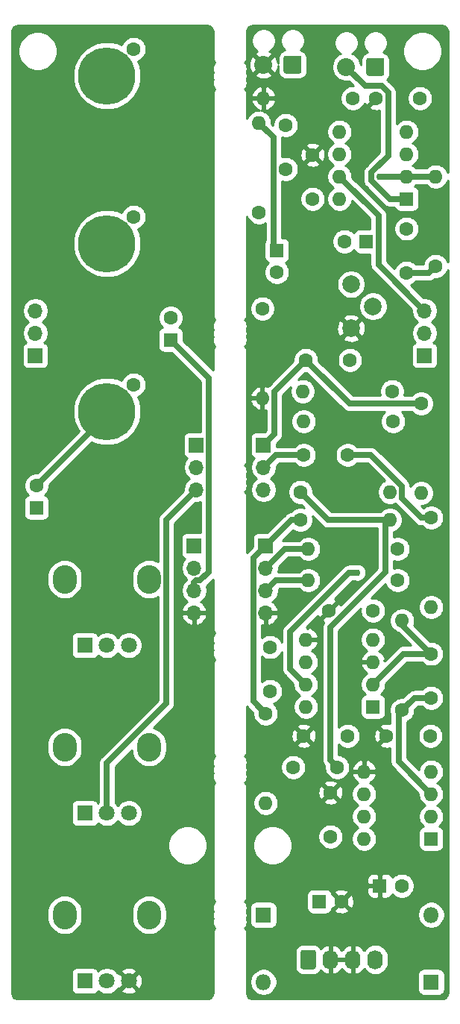
<source format=gbl>
%TF.GenerationSoftware,KiCad,Pcbnew,(5.1.8-0-10_14)*%
%TF.CreationDate,2021-07-20T13:11:58+01:00*%
%TF.ProjectId,4u-music-thing-spring-reverb,34752d6d-7573-4696-932d-7468696e672d,rev?*%
%TF.SameCoordinates,Original*%
%TF.FileFunction,Copper,L2,Bot*%
%TF.FilePolarity,Positive*%
%FSLAX46Y46*%
G04 Gerber Fmt 4.6, Leading zero omitted, Abs format (unit mm)*
G04 Created by KiCad (PCBNEW (5.1.8-0-10_14)) date 2021-07-20 13:11:58*
%MOMM*%
%LPD*%
G01*
G04 APERTURE LIST*
%TA.AperFunction,ComponentPad*%
%ADD10C,2.000000*%
%TD*%
%TA.AperFunction,ComponentPad*%
%ADD11O,1.600000X1.600000*%
%TD*%
%TA.AperFunction,ComponentPad*%
%ADD12C,1.600000*%
%TD*%
%TA.AperFunction,ComponentPad*%
%ADD13O,1.740000X2.190000*%
%TD*%
%TA.AperFunction,ComponentPad*%
%ADD14O,1.700000X1.700000*%
%TD*%
%TA.AperFunction,ComponentPad*%
%ADD15R,1.700000X1.700000*%
%TD*%
%TA.AperFunction,ComponentPad*%
%ADD16C,2.032000*%
%TD*%
%TA.AperFunction,ComponentPad*%
%ADD17C,6.500000*%
%TD*%
%TA.AperFunction,ComponentPad*%
%ADD18R,1.600000X1.600000*%
%TD*%
%TA.AperFunction,ComponentPad*%
%ADD19O,2.720000X3.240000*%
%TD*%
%TA.AperFunction,ComponentPad*%
%ADD20C,1.800000*%
%TD*%
%TA.AperFunction,ComponentPad*%
%ADD21R,1.800000X1.800000*%
%TD*%
%TA.AperFunction,ComponentPad*%
%ADD22O,1.800000X1.800000*%
%TD*%
%TA.AperFunction,ViaPad*%
%ADD23C,0.762000*%
%TD*%
%TA.AperFunction,Conductor*%
%ADD24C,0.635000*%
%TD*%
%TA.AperFunction,Conductor*%
%ADD25C,0.254000*%
%TD*%
%TA.AperFunction,Conductor*%
%ADD26C,0.100000*%
%TD*%
G04 APERTURE END LIST*
D10*
%TO.P,R14,3*%
%TO.N,GND*%
X139486000Y-73112000D03*
%TO.P,R14,1*%
%TO.N,Net-(C10-Pad2)*%
X139486000Y-68112000D03*
%TO.P,R14,2*%
X141986000Y-70612000D03*
%TD*%
D11*
%TO.P,R13,2*%
%TO.N,Net-(C9-Pad1)*%
X129794000Y-127000000D03*
D12*
%TO.P,R13,1*%
%TO.N,/AUDIO_OUT_MAIN*%
X129794000Y-116840000D03*
%TD*%
D11*
%TO.P,R2,2*%
%TO.N,GND*%
X129413000Y-81026000D03*
D12*
%TO.P,R2,1*%
%TO.N,Net-(C3-Pad2)*%
X129413000Y-70866000D03*
%TD*%
D13*
%TO.P,J8,4*%
%TO.N,Net-(D2-Pad1)*%
X142240000Y-144780000D03*
%TO.P,J8,3*%
%TO.N,GND*%
X139700000Y-144780000D03*
%TO.P,J8,2*%
X137160000Y-144780000D03*
%TO.P,J8,1*%
%TO.N,Net-(D1-Pad2)*%
%TA.AperFunction,ComponentPad*%
G36*
G01*
X133750000Y-145625001D02*
X133750000Y-143934999D01*
G75*
G02*
X133999999Y-143685000I249999J0D01*
G01*
X135240001Y-143685000D01*
G75*
G02*
X135490000Y-143934999I0J-249999D01*
G01*
X135490000Y-145625001D01*
G75*
G02*
X135240001Y-145875000I-249999J0D01*
G01*
X133999999Y-145875000D01*
G75*
G02*
X133750000Y-145625001I0J249999D01*
G01*
G37*
%TD.AperFunction*%
%TD*%
D14*
%TO.P,J7,3*%
%TO.N,/TILT_CENTRE_CTRL*%
X121920000Y-91440000D03*
%TO.P,J7,2*%
%TO.N,/TILT_HI_CTRL*%
X121920000Y-88900000D03*
D15*
%TO.P,J7,1*%
%TO.N,/TILT_LO_CTRL*%
X121920000Y-86360000D03*
%TD*%
D14*
%TO.P,J6,3*%
%TO.N,/TILT_CENTRE_MAIN*%
X129540000Y-91440000D03*
%TO.P,J6,2*%
%TO.N,/TILT_HI_MAIN*%
X129540000Y-88900000D03*
D15*
%TO.P,J6,1*%
%TO.N,/TILT_LO_MAIN*%
X129540000Y-86360000D03*
%TD*%
%TO.P,J5,1*%
%TO.N,Net-(C10-Pad1)*%
%TA.AperFunction,ComponentPad*%
G36*
G01*
X143256000Y-42672000D02*
X143256000Y-44196000D01*
G75*
G02*
X143002000Y-44450000I-254000J0D01*
G01*
X141478000Y-44450000D01*
G75*
G02*
X141224000Y-44196000I0J254000D01*
G01*
X141224000Y-42672000D01*
G75*
G02*
X141478000Y-42418000I254000J0D01*
G01*
X143002000Y-42418000D01*
G75*
G02*
X143256000Y-42672000I0J-254000D01*
G01*
G37*
%TD.AperFunction*%
D16*
%TO.P,J5,2*%
%TO.N,Net-(C11-Pad1)*%
X138938000Y-43434000D03*
%TD*%
D12*
%TO.P,J3,1*%
%TO.N,Net-(C2-Pad2)*%
X114808000Y-60452000D03*
D17*
X111760000Y-63500000D03*
%TD*%
%TO.P,J2,1*%
%TO.N,Net-(J2-Pad1)*%
%TA.AperFunction,ComponentPad*%
G36*
G01*
X133858000Y-42418000D02*
X133858000Y-43942000D01*
G75*
G02*
X133604000Y-44196000I-254000J0D01*
G01*
X132080000Y-44196000D01*
G75*
G02*
X131826000Y-43942000I0J254000D01*
G01*
X131826000Y-42418000D01*
G75*
G02*
X132080000Y-42164000I254000J0D01*
G01*
X133604000Y-42164000D01*
G75*
G02*
X133858000Y-42418000I0J-254000D01*
G01*
G37*
%TD.AperFunction*%
D16*
%TO.P,J2,2*%
%TO.N,GND*%
X129540000Y-43180000D03*
%TD*%
D12*
%TO.P,C13,2*%
%TO.N,-12V*%
X145248000Y-136398000D03*
D18*
%TO.P,C13,1*%
%TO.N,GND*%
X142748000Y-136398000D03*
%TD*%
D12*
%TO.P,C12,2*%
%TO.N,GND*%
X138390000Y-138176000D03*
D18*
%TO.P,C12,1*%
%TO.N,+12V*%
X135890000Y-138176000D03*
%TD*%
D12*
%TO.P,C11,2*%
%TO.N,Net-(C11-Pad2)*%
X145796000Y-66802000D03*
%TO.P,C11,1*%
%TO.N,Net-(C11-Pad1)*%
X145796000Y-61802000D03*
%TD*%
%TO.P,C9,2*%
%TO.N,Net-(C9-Pad2)*%
X137922000Y-122936000D03*
%TO.P,C9,1*%
%TO.N,Net-(C9-Pad1)*%
X132922000Y-122936000D03*
%TD*%
D19*
%TO.P,RV3,*%
%TO.N,*%
X106960000Y-120650000D03*
X116560000Y-120650000D03*
D20*
%TO.P,RV3,3*%
%TO.N,/TILT_HI_CTRL*%
X114260000Y-128150000D03*
%TO.P,RV3,2*%
%TO.N,/TILT_CENTRE_CTRL*%
X111760000Y-128150000D03*
D21*
%TO.P,RV3,1*%
%TO.N,/TILT_LO_CTRL*%
X109260000Y-128150000D03*
%TD*%
D19*
%TO.P,RV2,*%
%TO.N,*%
X106960000Y-101600000D03*
X116560000Y-101600000D03*
D20*
%TO.P,RV2,3*%
%TO.N,/AUDIO_WET_CTRL*%
X114260000Y-109100000D03*
%TO.P,RV2,2*%
%TO.N,/AUDIO_MIX_CTRL*%
X111760000Y-109100000D03*
D21*
%TO.P,RV2,1*%
%TO.N,/AUDIO_DRY_CTRL*%
X109260000Y-109100000D03*
%TD*%
D19*
%TO.P,RV1,*%
%TO.N,*%
X106960000Y-139700000D03*
X116560000Y-139700000D03*
D20*
%TO.P,RV1,3*%
%TO.N,GND1*%
X114260000Y-147200000D03*
%TO.P,RV1,2*%
%TO.N,/AUDIO1_IN_CTRL*%
X111760000Y-147200000D03*
D21*
%TO.P,RV1,1*%
%TO.N,Net-(C1-Pad1)*%
X109260000Y-147200000D03*
%TD*%
D11*
%TO.P,U3,8*%
%TO.N,+12V*%
X140970000Y-131064000D03*
%TO.P,U3,4*%
%TO.N,-12V*%
X148590000Y-123444000D03*
%TO.P,U3,7*%
%TO.N,Net-(C9-Pad1)*%
X140970000Y-128524000D03*
%TO.P,U3,3*%
%TO.N,/AUDIO_MIX*%
X148590000Y-125984000D03*
%TO.P,U3,6*%
%TO.N,Net-(C9-Pad2)*%
X140970000Y-125984000D03*
%TO.P,U3,2*%
%TO.N,/AUDIO_DRY_MAIN*%
X148590000Y-128524000D03*
%TO.P,U3,5*%
%TO.N,GND*%
X140970000Y-123444000D03*
D18*
%TO.P,U3,1*%
%TO.N,/AUDIO_DRY_MAIN*%
X148590000Y-131064000D03*
%TD*%
D11*
%TO.P,U2,8*%
%TO.N,+12V*%
X134366000Y-116078000D03*
%TO.P,U2,4*%
%TO.N,-12V*%
X141986000Y-108458000D03*
%TO.P,U2,7*%
%TO.N,Net-(C8-Pad1)*%
X134366000Y-113538000D03*
%TO.P,U2,3*%
%TO.N,GND*%
X141986000Y-110998000D03*
%TO.P,U2,6*%
%TO.N,/TILT_CENTRE_MAIN*%
X134366000Y-110998000D03*
%TO.P,U2,2*%
%TO.N,Net-(C5-Pad2)*%
X141986000Y-113538000D03*
%TO.P,U2,5*%
%TO.N,GND*%
X134366000Y-108458000D03*
D18*
%TO.P,U2,1*%
%TO.N,/AUDIO_MIX*%
X141986000Y-116078000D03*
%TD*%
D11*
%TO.P,U1,8*%
%TO.N,+12V*%
X138176000Y-58420000D03*
%TO.P,U1,4*%
%TO.N,-12V*%
X145796000Y-50800000D03*
%TO.P,U1,7*%
%TO.N,/AUDIO_WET_MAIN*%
X138176000Y-55880000D03*
%TO.P,U1,3*%
%TO.N,Net-(C8-Pad1)*%
X145796000Y-53340000D03*
%TO.P,U1,6*%
%TO.N,Net-(C3-Pad1)*%
X138176000Y-53340000D03*
%TO.P,U1,2*%
%TO.N,Net-(C10-Pad1)*%
X145796000Y-55880000D03*
%TO.P,U1,5*%
%TO.N,Net-(J2-Pad1)*%
X138176000Y-50800000D03*
D18*
%TO.P,U1,1*%
%TO.N,Net-(C11-Pad1)*%
X145796000Y-58420000D03*
%TD*%
D11*
%TO.P,R15,2*%
%TO.N,Net-(C10-Pad1)*%
X149098000Y-55880000D03*
D12*
%TO.P,R15,1*%
%TO.N,Net-(C11-Pad2)*%
X149098000Y-66040000D03*
%TD*%
D11*
%TO.P,R12,2*%
%TO.N,Net-(C7-Pad1)*%
X133985000Y-80264000D03*
D12*
%TO.P,R12,1*%
%TO.N,Net-(C8-Pad1)*%
X144145000Y-80264000D03*
%TD*%
D11*
%TO.P,R11,2*%
%TO.N,/TILT_HI_MAIN*%
X134112000Y-83693000D03*
D12*
%TO.P,R11,1*%
%TO.N,Net-(C8-Pad1)*%
X144272000Y-83693000D03*
%TD*%
D11*
%TO.P,R10,2*%
%TO.N,Net-(C9-Pad2)*%
X143891000Y-94869000D03*
D12*
%TO.P,R10,1*%
%TO.N,/AUDIO_OUT_MAIN*%
X133731000Y-94869000D03*
%TD*%
D11*
%TO.P,R9,2*%
%TO.N,/AUDIO_MIX_MAIN*%
X143891000Y-91694000D03*
D12*
%TO.P,R9,1*%
%TO.N,Net-(C9-Pad2)*%
X133731000Y-91694000D03*
%TD*%
D11*
%TO.P,R8,2*%
%TO.N,/AUDIO_MIX*%
X147447000Y-91821000D03*
D12*
%TO.P,R8,1*%
%TO.N,/TILT_LO_MAIN*%
X147447000Y-81661000D03*
%TD*%
D11*
%TO.P,R7,2*%
%TO.N,/AUDIO_MIX*%
X148590000Y-104775000D03*
D12*
%TO.P,R7,1*%
%TO.N,Net-(C6-Pad2)*%
X148590000Y-94615000D03*
%TD*%
D11*
%TO.P,R6,2*%
%TO.N,Net-(C5-Pad2)*%
X145288000Y-106299000D03*
D12*
%TO.P,R6,1*%
%TO.N,/AUDIO_MIX*%
X145288000Y-116459000D03*
%TD*%
D11*
%TO.P,R5,2*%
%TO.N,/AUDIO1_IN_MAIN*%
X134620000Y-98171000D03*
D12*
%TO.P,R5,1*%
%TO.N,Net-(C5-Pad2)*%
X144780000Y-98171000D03*
%TD*%
D11*
%TO.P,R4,2*%
%TO.N,/AUDIO2_IN_MAIN*%
X134620000Y-101727000D03*
D12*
%TO.P,R4,1*%
%TO.N,Net-(C5-Pad2)*%
X144780000Y-101727000D03*
%TD*%
D11*
%TO.P,R3,2*%
%TO.N,Net-(C3-Pad1)*%
X129032000Y-49784000D03*
D12*
%TO.P,R3,1*%
%TO.N,/AUDIO_WET_MAIN*%
X129032000Y-59944000D03*
%TD*%
D11*
%TO.P,R1,2*%
%TO.N,GND*%
X129540000Y-46990000D03*
D12*
%TO.P,R1,1*%
%TO.N,Net-(J2-Pad1)*%
X139700000Y-46990000D03*
%TD*%
D14*
%TO.P,J12,4*%
%TO.N,GND1*%
X121666000Y-105410000D03*
%TO.P,J12,3*%
%TO.N,/AUDIO2_IN_CTRL*%
X121666000Y-102870000D03*
%TO.P,J12,2*%
%TO.N,/AUDIO1_IN_CTRL*%
X121666000Y-100330000D03*
D15*
%TO.P,J12,1*%
%TO.N,/AUDIO_OUT_CTRL*%
X121666000Y-97790000D03*
%TD*%
D14*
%TO.P,J11,4*%
%TO.N,GND*%
X129794000Y-105410000D03*
%TO.P,J11,3*%
%TO.N,/AUDIO2_IN_MAIN*%
X129794000Y-102870000D03*
%TO.P,J11,2*%
%TO.N,/AUDIO1_IN_MAIN*%
X129794000Y-100330000D03*
D15*
%TO.P,J11,1*%
%TO.N,/AUDIO_OUT_MAIN*%
X129794000Y-97790000D03*
%TD*%
D14*
%TO.P,J10,3*%
%TO.N,/AUDIO_WET_MAIN*%
X147828000Y-71120000D03*
%TO.P,J10,2*%
%TO.N,/AUDIO_MIX_MAIN*%
X147828000Y-73660000D03*
D15*
%TO.P,J10,1*%
%TO.N,/AUDIO_DRY_MAIN*%
X147828000Y-76200000D03*
%TD*%
D14*
%TO.P,J9,3*%
%TO.N,/AUDIO_WET_CTRL*%
X103632000Y-71120000D03*
%TO.P,J9,2*%
%TO.N,/AUDIO_MIX_CTRL*%
X103632000Y-73660000D03*
D15*
%TO.P,J9,1*%
%TO.N,/AUDIO_DRY_CTRL*%
X103632000Y-76200000D03*
%TD*%
D12*
%TO.P,J4,1*%
%TO.N,/AUDIO_OUT_CTRL*%
X114808000Y-41402000D03*
D17*
X111760000Y-44450000D03*
%TD*%
D12*
%TO.P,J1,1*%
%TO.N,Net-(C1-Pad2)*%
X114808000Y-79502000D03*
D17*
X111760000Y-82550000D03*
%TD*%
D22*
%TO.P,D2,2*%
%TO.N,-12V*%
X148590000Y-139700000D03*
D21*
%TO.P,D2,1*%
%TO.N,Net-(D2-Pad1)*%
X148590000Y-147320000D03*
%TD*%
D22*
%TO.P,D1,2*%
%TO.N,Net-(D1-Pad2)*%
X129540000Y-147320000D03*
D21*
%TO.P,D1,1*%
%TO.N,+12V*%
X129540000Y-139700000D03*
%TD*%
D12*
%TO.P,C19,2*%
%TO.N,-12V*%
X147320000Y-46990000D03*
%TO.P,C19,1*%
%TO.N,GND*%
X142320000Y-46990000D03*
%TD*%
%TO.P,C18,2*%
%TO.N,GND*%
X137160000Y-125810000D03*
%TO.P,C18,1*%
%TO.N,+12V*%
X137160000Y-130810000D03*
%TD*%
%TO.P,C17,2*%
%TO.N,-12V*%
X148510000Y-119380000D03*
%TO.P,C17,1*%
%TO.N,GND*%
X143510000Y-119380000D03*
%TD*%
%TO.P,C16,2*%
%TO.N,GND*%
X135128000Y-53420000D03*
%TO.P,C16,1*%
%TO.N,+12V*%
X135128000Y-58420000D03*
%TD*%
%TO.P,C15,2*%
%TO.N,-12V*%
X141986000Y-105156000D03*
%TO.P,C15,1*%
%TO.N,GND*%
X136986000Y-105156000D03*
%TD*%
%TO.P,C14,2*%
%TO.N,GND*%
X134112000Y-119380000D03*
%TO.P,C14,1*%
%TO.N,+12V*%
X139112000Y-119380000D03*
%TD*%
%TO.P,C10,2*%
%TO.N,Net-(C10-Pad2)*%
X138724000Y-63246000D03*
D18*
%TO.P,C10,1*%
%TO.N,Net-(C10-Pad1)*%
X141224000Y-63246000D03*
%TD*%
D12*
%TO.P,C8,2*%
%TO.N,/TILT_CENTRE_MAIN*%
X130302000Y-109300000D03*
%TO.P,C8,1*%
%TO.N,Net-(C8-Pad1)*%
X130302000Y-114300000D03*
%TD*%
%TO.P,C7,2*%
%TO.N,/TILT_LO_MAIN*%
X134366000Y-76708000D03*
%TO.P,C7,1*%
%TO.N,Net-(C7-Pad1)*%
X139366000Y-76708000D03*
%TD*%
%TO.P,C6,2*%
%TO.N,Net-(C6-Pad2)*%
X139112000Y-87503000D03*
%TO.P,C6,1*%
%TO.N,/TILT_HI_MAIN*%
X134112000Y-87503000D03*
%TD*%
%TO.P,C5,2*%
%TO.N,Net-(C5-Pad2)*%
X148590000Y-110062000D03*
%TO.P,C5,1*%
%TO.N,/AUDIO_MIX*%
X148590000Y-115062000D03*
%TD*%
%TO.P,C4,2*%
%TO.N,Net-(C3-Pad1)*%
X132080000Y-50038000D03*
%TO.P,C4,1*%
%TO.N,/AUDIO_WET_MAIN*%
X132080000Y-55038000D03*
%TD*%
%TO.P,C3,2*%
%TO.N,Net-(C3-Pad2)*%
X131064000Y-66762000D03*
D18*
%TO.P,C3,1*%
%TO.N,Net-(C3-Pad1)*%
X131064000Y-64262000D03*
%TD*%
D12*
%TO.P,C2,2*%
%TO.N,Net-(C2-Pad2)*%
X118999000Y-71922000D03*
D18*
%TO.P,C2,1*%
%TO.N,/AUDIO2_IN_CTRL*%
X118999000Y-74422000D03*
%TD*%
D12*
%TO.P,C1,2*%
%TO.N,Net-(C1-Pad2)*%
X103759000Y-90972000D03*
D18*
%TO.P,C1,1*%
%TO.N,Net-(C1-Pad1)*%
X103759000Y-93472000D03*
%TD*%
D23*
%TO.N,Net-(C8-Pad1)*%
X140208000Y-100838000D03*
%TO.N,Net-(C10-Pad1)*%
X142748000Y-55880000D03*
%TD*%
D24*
%TO.N,Net-(C3-Pad1)*%
X138176000Y-53342178D02*
X138176000Y-53340000D01*
X130708499Y-51460499D02*
X129032000Y-49784000D01*
X130708499Y-63906499D02*
X130708499Y-51460499D01*
X131064000Y-64262000D02*
X130708499Y-63906499D01*
%TO.N,Net-(C5-Pad2)*%
X145462000Y-110062000D02*
X141986000Y-113538000D01*
X148590000Y-110062000D02*
X145462000Y-110062000D01*
X145288000Y-106760000D02*
X148590000Y-110062000D01*
X145288000Y-106299000D02*
X145288000Y-106760000D01*
%TO.N,Net-(C6-Pad2)*%
X145262501Y-92418871D02*
X145262501Y-91035679D01*
X141729822Y-87503000D02*
X139112000Y-87503000D01*
X145262501Y-91035679D02*
X141729822Y-87503000D01*
X147458630Y-94615000D02*
X145262501Y-92418871D01*
X148590000Y-94615000D02*
X147458630Y-94615000D01*
%TO.N,Net-(C8-Pad1)*%
X139274178Y-100838000D02*
X132588000Y-107524178D01*
X140208000Y-100838000D02*
X139274178Y-100838000D01*
X132588000Y-111760000D02*
X134366000Y-113538000D01*
X132588000Y-107524178D02*
X132588000Y-111760000D01*
%TO.N,Net-(C11-Pad2)*%
X148336000Y-66802000D02*
X149098000Y-66040000D01*
X145796000Y-66802000D02*
X148336000Y-66802000D01*
%TO.N,Net-(C11-Pad1)*%
X143878298Y-58420000D02*
X145796000Y-58420000D01*
X141795499Y-56337201D02*
X143878298Y-58420000D01*
X143691501Y-53526797D02*
X141795499Y-55422799D01*
X143691501Y-46331679D02*
X143691501Y-53526797D01*
X142978321Y-45618499D02*
X143691501Y-46331679D01*
X141122499Y-45618499D02*
X142978321Y-45618499D01*
X141795499Y-55422799D02*
X141795499Y-56337201D01*
X138938000Y-43434000D02*
X141122499Y-45618499D01*
%TO.N,/AUDIO1_IN_MAIN*%
X131953000Y-98171000D02*
X129794000Y-100330000D01*
X134620000Y-98171000D02*
X131953000Y-98171000D01*
%TO.N,/AUDIO2_IN_MAIN*%
X130937000Y-101727000D02*
X129794000Y-102870000D01*
X134620000Y-101727000D02*
X130937000Y-101727000D01*
%TO.N,/AUDIO_OUT_MAIN*%
X132715000Y-94869000D02*
X129794000Y-97790000D01*
X133731000Y-94869000D02*
X132715000Y-94869000D01*
X128372499Y-99211501D02*
X129794000Y-97790000D01*
X128372499Y-115418499D02*
X128372499Y-99211501D01*
X129794000Y-116840000D02*
X128372499Y-115418499D01*
%TO.N,/TILT_HI_MAIN*%
X130937000Y-87503000D02*
X129540000Y-88900000D01*
X134112000Y-87503000D02*
X130937000Y-87503000D01*
%TO.N,/TILT_LO_MAIN*%
X130784501Y-80289499D02*
X134366000Y-76708000D01*
X130784501Y-85115499D02*
X130784501Y-80289499D01*
X129540000Y-86360000D02*
X130784501Y-85115499D01*
X139319000Y-81661000D02*
X147447000Y-81661000D01*
X134366000Y-76708000D02*
X139319000Y-81661000D01*
%TO.N,/AUDIO2_IN_CTRL*%
X123087501Y-78510501D02*
X118999000Y-74422000D01*
X123341501Y-78764501D02*
X123087501Y-78510501D01*
X122348321Y-101751501D02*
X123341501Y-100758321D01*
X123341501Y-100758321D02*
X123341501Y-78764501D01*
X121895499Y-101751501D02*
X122348321Y-101751501D01*
X121666000Y-101981000D02*
X121895499Y-101751501D01*
X121666000Y-102870000D02*
X121666000Y-101981000D01*
%TO.N,/TILT_CENTRE_CTRL*%
X112051567Y-128150000D02*
X111760000Y-128150000D01*
X118491510Y-115726923D02*
X111760000Y-122458433D01*
X118491510Y-94868490D02*
X118491510Y-115726923D01*
X111760000Y-122458433D02*
X111760000Y-128150000D01*
X121920000Y-91440000D02*
X118491510Y-94868490D01*
%TO.N,/AUDIO_WET_MAIN*%
X142595501Y-65887501D02*
X147828000Y-71120000D01*
X142595501Y-60299501D02*
X142595501Y-65887501D01*
X138176000Y-55880000D02*
X142595501Y-60299501D01*
%TO.N,/AUDIO_MIX*%
X146685000Y-115062000D02*
X145288000Y-116459000D01*
X148590000Y-115062000D02*
X146685000Y-115062000D01*
X144881501Y-116865499D02*
X145288000Y-116459000D01*
X144881501Y-122275501D02*
X144881501Y-116865499D01*
X148590000Y-125984000D02*
X144881501Y-122275501D01*
%TO.N,Net-(C1-Pad2)*%
X111760000Y-82971000D02*
X111760000Y-82550000D01*
X103759000Y-90972000D02*
X111760000Y-82971000D01*
%TO.N,Net-(C9-Pad2)*%
X143408499Y-100763323D02*
X143408499Y-95351501D01*
X137122001Y-122136001D02*
X137122001Y-107049821D01*
X143408499Y-95351501D02*
X143891000Y-94869000D01*
X137122001Y-107049821D02*
X143408499Y-100763323D01*
X137922000Y-122936000D02*
X137122001Y-122136001D01*
X136906000Y-94869000D02*
X133731000Y-91694000D01*
X143891000Y-94869000D02*
X136906000Y-94869000D01*
%TO.N,Net-(C10-Pad1)*%
X142748000Y-55880000D02*
X145796000Y-55880000D01*
X145796000Y-55880000D02*
X149098000Y-55880000D01*
%TD*%
D25*
%TO.N,GND*%
X149977869Y-38774722D02*
X150091246Y-38808953D01*
X150195819Y-38864555D01*
X150287596Y-38939407D01*
X150363091Y-39030664D01*
X150419419Y-39134844D01*
X150454440Y-39247976D01*
X150470000Y-39396022D01*
X150470000Y-55442468D01*
X150369680Y-55200273D01*
X150212637Y-54965241D01*
X150012759Y-54765363D01*
X149777727Y-54608320D01*
X149516574Y-54500147D01*
X149239335Y-54445000D01*
X148956665Y-54445000D01*
X148679426Y-54500147D01*
X148418273Y-54608320D01*
X148183241Y-54765363D01*
X148021104Y-54927500D01*
X146872896Y-54927500D01*
X146710759Y-54765363D01*
X146478241Y-54610000D01*
X146710759Y-54454637D01*
X146910637Y-54254759D01*
X147067680Y-54019727D01*
X147175853Y-53758574D01*
X147231000Y-53481335D01*
X147231000Y-53198665D01*
X147175853Y-52921426D01*
X147067680Y-52660273D01*
X146910637Y-52425241D01*
X146710759Y-52225363D01*
X146478241Y-52070000D01*
X146710759Y-51914637D01*
X146910637Y-51714759D01*
X147067680Y-51479727D01*
X147175853Y-51218574D01*
X147231000Y-50941335D01*
X147231000Y-50658665D01*
X147175853Y-50381426D01*
X147067680Y-50120273D01*
X146910637Y-49885241D01*
X146710759Y-49685363D01*
X146475727Y-49528320D01*
X146214574Y-49420147D01*
X145937335Y-49365000D01*
X145654665Y-49365000D01*
X145377426Y-49420147D01*
X145116273Y-49528320D01*
X144881241Y-49685363D01*
X144681363Y-49885241D01*
X144644001Y-49941157D01*
X144644001Y-46848665D01*
X145885000Y-46848665D01*
X145885000Y-47131335D01*
X145940147Y-47408574D01*
X146048320Y-47669727D01*
X146205363Y-47904759D01*
X146405241Y-48104637D01*
X146640273Y-48261680D01*
X146901426Y-48369853D01*
X147178665Y-48425000D01*
X147461335Y-48425000D01*
X147738574Y-48369853D01*
X147999727Y-48261680D01*
X148234759Y-48104637D01*
X148434637Y-47904759D01*
X148591680Y-47669727D01*
X148699853Y-47408574D01*
X148755000Y-47131335D01*
X148755000Y-46848665D01*
X148699853Y-46571426D01*
X148591680Y-46310273D01*
X148434637Y-46075241D01*
X148234759Y-45875363D01*
X147999727Y-45718320D01*
X147738574Y-45610147D01*
X147461335Y-45555000D01*
X147178665Y-45555000D01*
X146901426Y-45610147D01*
X146640273Y-45718320D01*
X146405241Y-45875363D01*
X146205363Y-46075241D01*
X146048320Y-46310273D01*
X145940147Y-46571426D01*
X145885000Y-46848665D01*
X144644001Y-46848665D01*
X144644001Y-46378464D01*
X144648609Y-46331679D01*
X144630218Y-46144956D01*
X144575753Y-45965409D01*
X144529602Y-45879067D01*
X144487307Y-45799938D01*
X144368279Y-45654901D01*
X144331937Y-45625076D01*
X143684928Y-44978068D01*
X143655099Y-44941721D01*
X143573923Y-44875102D01*
X143632790Y-44826790D01*
X143743731Y-44691609D01*
X143826167Y-44537381D01*
X143876931Y-44370035D01*
X143894072Y-44196000D01*
X143894072Y-42672000D01*
X143876931Y-42497965D01*
X143826167Y-42330619D01*
X143743731Y-42176391D01*
X143632790Y-42041210D01*
X143497609Y-41930269D01*
X143343381Y-41847833D01*
X143176035Y-41797069D01*
X143107188Y-41790288D01*
X143122886Y-41779799D01*
X143315799Y-41586886D01*
X143416703Y-41435872D01*
X145339000Y-41435872D01*
X145339000Y-41876128D01*
X145424890Y-42307925D01*
X145593369Y-42714669D01*
X145837962Y-43080729D01*
X146149271Y-43392038D01*
X146515331Y-43636631D01*
X146922075Y-43805110D01*
X147353872Y-43891000D01*
X147794128Y-43891000D01*
X148225925Y-43805110D01*
X148632669Y-43636631D01*
X148998729Y-43392038D01*
X149310038Y-43080729D01*
X149554631Y-42714669D01*
X149723110Y-42307925D01*
X149809000Y-41876128D01*
X149809000Y-41435872D01*
X149723110Y-41004075D01*
X149554631Y-40597331D01*
X149310038Y-40231271D01*
X148998729Y-39919962D01*
X148632669Y-39675369D01*
X148225925Y-39506890D01*
X147794128Y-39421000D01*
X147353872Y-39421000D01*
X146922075Y-39506890D01*
X146515331Y-39675369D01*
X146149271Y-39919962D01*
X145837962Y-40231271D01*
X145593369Y-40597331D01*
X145424890Y-41004075D01*
X145339000Y-41435872D01*
X143416703Y-41435872D01*
X143467371Y-41360043D01*
X143571775Y-41107989D01*
X143625000Y-40840411D01*
X143625000Y-40567589D01*
X143571775Y-40300011D01*
X143467371Y-40047957D01*
X143315799Y-39821114D01*
X143122886Y-39628201D01*
X142896043Y-39476629D01*
X142643989Y-39372225D01*
X142376411Y-39319000D01*
X142103589Y-39319000D01*
X141836011Y-39372225D01*
X141583957Y-39476629D01*
X141357114Y-39628201D01*
X141164201Y-39821114D01*
X141012629Y-40047957D01*
X140908225Y-40300011D01*
X140855000Y-40567589D01*
X140855000Y-40840411D01*
X140908225Y-41107989D01*
X141012629Y-41360043D01*
X141164201Y-41586886D01*
X141357114Y-41779799D01*
X141372812Y-41790288D01*
X141303965Y-41797069D01*
X141136619Y-41847833D01*
X140982391Y-41930269D01*
X140847210Y-42041210D01*
X140736269Y-42176391D01*
X140653833Y-42330619D01*
X140603069Y-42497965D01*
X140585928Y-42672000D01*
X140585928Y-43255947D01*
X140525553Y-42952421D01*
X140401097Y-42651958D01*
X140220415Y-42381549D01*
X139990451Y-42151585D01*
X139720042Y-41970903D01*
X139605738Y-41923557D01*
X139820886Y-41779799D01*
X140013799Y-41586886D01*
X140165371Y-41360043D01*
X140269775Y-41107989D01*
X140323000Y-40840411D01*
X140323000Y-40567589D01*
X140269775Y-40300011D01*
X140165371Y-40047957D01*
X140013799Y-39821114D01*
X139820886Y-39628201D01*
X139594043Y-39476629D01*
X139341989Y-39372225D01*
X139074411Y-39319000D01*
X138801589Y-39319000D01*
X138534011Y-39372225D01*
X138281957Y-39476629D01*
X138055114Y-39628201D01*
X137862201Y-39821114D01*
X137710629Y-40047957D01*
X137606225Y-40300011D01*
X137553000Y-40567589D01*
X137553000Y-40840411D01*
X137606225Y-41107989D01*
X137710629Y-41360043D01*
X137862201Y-41586886D01*
X138055114Y-41779799D01*
X138270262Y-41923557D01*
X138155958Y-41970903D01*
X137885549Y-42151585D01*
X137655585Y-42381549D01*
X137474903Y-42651958D01*
X137350447Y-42952421D01*
X137287000Y-43271391D01*
X137287000Y-43596609D01*
X137350447Y-43915579D01*
X137474903Y-44216042D01*
X137655585Y-44486451D01*
X137885549Y-44716415D01*
X138155958Y-44897097D01*
X138456421Y-45021553D01*
X138775391Y-45085000D01*
X139100609Y-45085000D01*
X139218510Y-45061548D01*
X139711961Y-45555000D01*
X139558665Y-45555000D01*
X139281426Y-45610147D01*
X139020273Y-45718320D01*
X138785241Y-45875363D01*
X138585363Y-46075241D01*
X138428320Y-46310273D01*
X138320147Y-46571426D01*
X138265000Y-46848665D01*
X138265000Y-47131335D01*
X138320147Y-47408574D01*
X138428320Y-47669727D01*
X138585363Y-47904759D01*
X138785241Y-48104637D01*
X139020273Y-48261680D01*
X139281426Y-48369853D01*
X139558665Y-48425000D01*
X139841335Y-48425000D01*
X140118574Y-48369853D01*
X140379727Y-48261680D01*
X140614759Y-48104637D01*
X140814637Y-47904759D01*
X140971680Y-47669727D01*
X141007852Y-47582399D01*
X141016397Y-47606292D01*
X141083329Y-47731514D01*
X141327298Y-47803097D01*
X142140395Y-46990000D01*
X142126253Y-46975858D01*
X142305858Y-46796253D01*
X142320000Y-46810395D01*
X142334143Y-46796253D01*
X142513748Y-46975858D01*
X142499605Y-46990000D01*
X142513748Y-47004143D01*
X142334143Y-47183748D01*
X142320000Y-47169605D01*
X141506903Y-47982702D01*
X141578486Y-48226671D01*
X141833996Y-48347571D01*
X142108184Y-48416300D01*
X142390512Y-48430217D01*
X142670130Y-48388787D01*
X142739001Y-48364157D01*
X142739002Y-53132257D01*
X141155068Y-54716192D01*
X141118721Y-54746021D01*
X140999693Y-54891058D01*
X140911247Y-55056531D01*
X140873995Y-55179335D01*
X140856782Y-55236077D01*
X140838391Y-55422799D01*
X140842999Y-55469585D01*
X140843000Y-56290407D01*
X140838391Y-56337201D01*
X140856782Y-56523923D01*
X140911248Y-56703470D01*
X140960043Y-56794759D01*
X140999694Y-56868942D01*
X141118722Y-57013979D01*
X141155064Y-57043804D01*
X143171691Y-59060431D01*
X143201520Y-59096778D01*
X143346557Y-59215806D01*
X143429293Y-59260029D01*
X143512028Y-59304252D01*
X143601802Y-59331485D01*
X143691575Y-59358717D01*
X143831513Y-59372500D01*
X143878298Y-59377108D01*
X143925083Y-59372500D01*
X144378687Y-59372500D01*
X144406498Y-59464180D01*
X144465463Y-59574494D01*
X144544815Y-59671185D01*
X144641506Y-59750537D01*
X144751820Y-59809502D01*
X144871518Y-59845812D01*
X144996000Y-59858072D01*
X146596000Y-59858072D01*
X146720482Y-59845812D01*
X146840180Y-59809502D01*
X146950494Y-59750537D01*
X147047185Y-59671185D01*
X147126537Y-59574494D01*
X147185502Y-59464180D01*
X147221812Y-59344482D01*
X147234072Y-59220000D01*
X147234072Y-57620000D01*
X147221812Y-57495518D01*
X147185502Y-57375820D01*
X147126537Y-57265506D01*
X147047185Y-57168815D01*
X146950494Y-57089463D01*
X146840180Y-57030498D01*
X146720482Y-56994188D01*
X146712039Y-56993357D01*
X146872896Y-56832500D01*
X148021104Y-56832500D01*
X148183241Y-56994637D01*
X148418273Y-57151680D01*
X148679426Y-57259853D01*
X148956665Y-57315000D01*
X149239335Y-57315000D01*
X149516574Y-57259853D01*
X149777727Y-57151680D01*
X150012759Y-56994637D01*
X150212637Y-56794759D01*
X150369680Y-56559727D01*
X150470000Y-56317532D01*
X150470000Y-65602468D01*
X150369680Y-65360273D01*
X150212637Y-65125241D01*
X150012759Y-64925363D01*
X149777727Y-64768320D01*
X149516574Y-64660147D01*
X149239335Y-64605000D01*
X148956665Y-64605000D01*
X148679426Y-64660147D01*
X148418273Y-64768320D01*
X148183241Y-64925363D01*
X147983363Y-65125241D01*
X147826320Y-65360273D01*
X147718147Y-65621426D01*
X147672780Y-65849500D01*
X146872896Y-65849500D01*
X146710759Y-65687363D01*
X146475727Y-65530320D01*
X146214574Y-65422147D01*
X145937335Y-65367000D01*
X145654665Y-65367000D01*
X145377426Y-65422147D01*
X145116273Y-65530320D01*
X144881241Y-65687363D01*
X144681363Y-65887241D01*
X144524320Y-66122273D01*
X144422684Y-66367645D01*
X143548001Y-65492963D01*
X143548001Y-61660665D01*
X144361000Y-61660665D01*
X144361000Y-61943335D01*
X144416147Y-62220574D01*
X144524320Y-62481727D01*
X144681363Y-62716759D01*
X144881241Y-62916637D01*
X145116273Y-63073680D01*
X145377426Y-63181853D01*
X145654665Y-63237000D01*
X145937335Y-63237000D01*
X146214574Y-63181853D01*
X146475727Y-63073680D01*
X146710759Y-62916637D01*
X146910637Y-62716759D01*
X147067680Y-62481727D01*
X147175853Y-62220574D01*
X147231000Y-61943335D01*
X147231000Y-61660665D01*
X147175853Y-61383426D01*
X147067680Y-61122273D01*
X146910637Y-60887241D01*
X146710759Y-60687363D01*
X146475727Y-60530320D01*
X146214574Y-60422147D01*
X145937335Y-60367000D01*
X145654665Y-60367000D01*
X145377426Y-60422147D01*
X145116273Y-60530320D01*
X144881241Y-60687363D01*
X144681363Y-60887241D01*
X144524320Y-61122273D01*
X144416147Y-61383426D01*
X144361000Y-61660665D01*
X143548001Y-61660665D01*
X143548001Y-60346285D01*
X143552609Y-60299500D01*
X143534218Y-60112778D01*
X143479753Y-59933233D01*
X143479753Y-59933232D01*
X143391307Y-59767760D01*
X143272279Y-59622723D01*
X143235937Y-59592898D01*
X139611000Y-55967962D01*
X139611000Y-55738665D01*
X139555853Y-55461426D01*
X139447680Y-55200273D01*
X139290637Y-54965241D01*
X139090759Y-54765363D01*
X138858241Y-54610000D01*
X139090759Y-54454637D01*
X139290637Y-54254759D01*
X139447680Y-54019727D01*
X139555853Y-53758574D01*
X139611000Y-53481335D01*
X139611000Y-53198665D01*
X139555853Y-52921426D01*
X139447680Y-52660273D01*
X139290637Y-52425241D01*
X139090759Y-52225363D01*
X138858241Y-52070000D01*
X139090759Y-51914637D01*
X139290637Y-51714759D01*
X139447680Y-51479727D01*
X139555853Y-51218574D01*
X139611000Y-50941335D01*
X139611000Y-50658665D01*
X139555853Y-50381426D01*
X139447680Y-50120273D01*
X139290637Y-49885241D01*
X139090759Y-49685363D01*
X138855727Y-49528320D01*
X138594574Y-49420147D01*
X138317335Y-49365000D01*
X138034665Y-49365000D01*
X137757426Y-49420147D01*
X137496273Y-49528320D01*
X137261241Y-49685363D01*
X137061363Y-49885241D01*
X136904320Y-50120273D01*
X136796147Y-50381426D01*
X136741000Y-50658665D01*
X136741000Y-50941335D01*
X136796147Y-51218574D01*
X136904320Y-51479727D01*
X137061363Y-51714759D01*
X137261241Y-51914637D01*
X137493759Y-52070000D01*
X137261241Y-52225363D01*
X137061363Y-52425241D01*
X136904320Y-52660273D01*
X136796147Y-52921426D01*
X136741000Y-53198665D01*
X136741000Y-53481335D01*
X136796147Y-53758574D01*
X136904320Y-54019727D01*
X137061363Y-54254759D01*
X137261241Y-54454637D01*
X137493759Y-54610000D01*
X137261241Y-54765363D01*
X137061363Y-54965241D01*
X136904320Y-55200273D01*
X136796147Y-55461426D01*
X136741000Y-55738665D01*
X136741000Y-56021335D01*
X136796147Y-56298574D01*
X136904320Y-56559727D01*
X137061363Y-56794759D01*
X137261241Y-56994637D01*
X137493759Y-57150000D01*
X137261241Y-57305363D01*
X137061363Y-57505241D01*
X136904320Y-57740273D01*
X136796147Y-58001426D01*
X136741000Y-58278665D01*
X136741000Y-58561335D01*
X136796147Y-58838574D01*
X136904320Y-59099727D01*
X137061363Y-59334759D01*
X137261241Y-59534637D01*
X137496273Y-59691680D01*
X137757426Y-59799853D01*
X138034665Y-59855000D01*
X138317335Y-59855000D01*
X138594574Y-59799853D01*
X138855727Y-59691680D01*
X139090759Y-59534637D01*
X139290637Y-59334759D01*
X139447680Y-59099727D01*
X139555853Y-58838574D01*
X139594292Y-58645331D01*
X141643001Y-60694040D01*
X141643001Y-61807928D01*
X140424000Y-61807928D01*
X140299518Y-61820188D01*
X140179820Y-61856498D01*
X140069506Y-61915463D01*
X139972815Y-61994815D01*
X139893463Y-62091506D01*
X139834498Y-62201820D01*
X139805339Y-62297943D01*
X139638759Y-62131363D01*
X139403727Y-61974320D01*
X139142574Y-61866147D01*
X138865335Y-61811000D01*
X138582665Y-61811000D01*
X138305426Y-61866147D01*
X138044273Y-61974320D01*
X137809241Y-62131363D01*
X137609363Y-62331241D01*
X137452320Y-62566273D01*
X137344147Y-62827426D01*
X137289000Y-63104665D01*
X137289000Y-63387335D01*
X137344147Y-63664574D01*
X137452320Y-63925727D01*
X137609363Y-64160759D01*
X137809241Y-64360637D01*
X138044273Y-64517680D01*
X138305426Y-64625853D01*
X138582665Y-64681000D01*
X138865335Y-64681000D01*
X139142574Y-64625853D01*
X139403727Y-64517680D01*
X139638759Y-64360637D01*
X139805339Y-64194057D01*
X139834498Y-64290180D01*
X139893463Y-64400494D01*
X139972815Y-64497185D01*
X140069506Y-64576537D01*
X140179820Y-64635502D01*
X140299518Y-64671812D01*
X140424000Y-64684072D01*
X141643002Y-64684072D01*
X141643002Y-65840706D01*
X141638393Y-65887501D01*
X141656784Y-66074223D01*
X141672255Y-66125222D01*
X141711250Y-66253770D01*
X141799696Y-66419242D01*
X141918724Y-66564279D01*
X141955065Y-66594103D01*
X146343000Y-70982039D01*
X146343000Y-71266260D01*
X146400068Y-71553158D01*
X146512010Y-71823411D01*
X146674525Y-72066632D01*
X146881368Y-72273475D01*
X147055760Y-72390000D01*
X146881368Y-72506525D01*
X146674525Y-72713368D01*
X146512010Y-72956589D01*
X146400068Y-73226842D01*
X146343000Y-73513740D01*
X146343000Y-73806260D01*
X146400068Y-74093158D01*
X146512010Y-74363411D01*
X146674525Y-74606632D01*
X146806380Y-74738487D01*
X146733820Y-74760498D01*
X146623506Y-74819463D01*
X146526815Y-74898815D01*
X146447463Y-74995506D01*
X146388498Y-75105820D01*
X146352188Y-75225518D01*
X146339928Y-75350000D01*
X146339928Y-77050000D01*
X146352188Y-77174482D01*
X146388498Y-77294180D01*
X146447463Y-77404494D01*
X146526815Y-77501185D01*
X146623506Y-77580537D01*
X146733820Y-77639502D01*
X146853518Y-77675812D01*
X146978000Y-77688072D01*
X148678000Y-77688072D01*
X148802482Y-77675812D01*
X148922180Y-77639502D01*
X149032494Y-77580537D01*
X149129185Y-77501185D01*
X149208537Y-77404494D01*
X149267502Y-77294180D01*
X149303812Y-77174482D01*
X149316072Y-77050000D01*
X149316072Y-75350000D01*
X149303812Y-75225518D01*
X149267502Y-75105820D01*
X149208537Y-74995506D01*
X149129185Y-74898815D01*
X149032494Y-74819463D01*
X148922180Y-74760498D01*
X148849620Y-74738487D01*
X148981475Y-74606632D01*
X149143990Y-74363411D01*
X149255932Y-74093158D01*
X149313000Y-73806260D01*
X149313000Y-73513740D01*
X149255932Y-73226842D01*
X149143990Y-72956589D01*
X148981475Y-72713368D01*
X148774632Y-72506525D01*
X148600240Y-72390000D01*
X148774632Y-72273475D01*
X148981475Y-72066632D01*
X149143990Y-71823411D01*
X149255932Y-71553158D01*
X149313000Y-71266260D01*
X149313000Y-70973740D01*
X149255932Y-70686842D01*
X149143990Y-70416589D01*
X148981475Y-70173368D01*
X148774632Y-69966525D01*
X148531411Y-69804010D01*
X148261158Y-69692068D01*
X147974260Y-69635000D01*
X147690039Y-69635000D01*
X146230355Y-68175316D01*
X146475727Y-68073680D01*
X146710759Y-67916637D01*
X146872896Y-67754500D01*
X148289215Y-67754500D01*
X148336000Y-67759108D01*
X148382785Y-67754500D01*
X148522723Y-67740717D01*
X148702269Y-67686252D01*
X148867741Y-67597806D01*
X149012778Y-67478778D01*
X149015879Y-67475000D01*
X149239335Y-67475000D01*
X149516574Y-67419853D01*
X149777727Y-67311680D01*
X150012759Y-67154637D01*
X150212637Y-66954759D01*
X150369680Y-66719727D01*
X150470000Y-66477532D01*
X150470001Y-148557711D01*
X150455278Y-148707869D01*
X150421047Y-148821246D01*
X150365446Y-148925817D01*
X150290594Y-149017595D01*
X150199335Y-149093091D01*
X150095160Y-149149419D01*
X149982024Y-149184440D01*
X149833979Y-149200000D01*
X128302279Y-149200000D01*
X128152131Y-149185278D01*
X128038754Y-149151047D01*
X127934183Y-149095446D01*
X127842405Y-149020594D01*
X127766909Y-148929335D01*
X127710581Y-148825160D01*
X127675560Y-148712024D01*
X127660000Y-148563979D01*
X127660000Y-147168816D01*
X128005000Y-147168816D01*
X128005000Y-147471184D01*
X128063989Y-147767743D01*
X128179701Y-148047095D01*
X128347688Y-148298505D01*
X128561495Y-148512312D01*
X128812905Y-148680299D01*
X129092257Y-148796011D01*
X129388816Y-148855000D01*
X129691184Y-148855000D01*
X129987743Y-148796011D01*
X130267095Y-148680299D01*
X130518505Y-148512312D01*
X130732312Y-148298505D01*
X130900299Y-148047095D01*
X131016011Y-147767743D01*
X131075000Y-147471184D01*
X131075000Y-147168816D01*
X131016011Y-146872257D01*
X130900299Y-146592905D01*
X130732312Y-146341495D01*
X130518505Y-146127688D01*
X130267095Y-145959701D01*
X129987743Y-145843989D01*
X129691184Y-145785000D01*
X129388816Y-145785000D01*
X129092257Y-145843989D01*
X128812905Y-145959701D01*
X128561495Y-146127688D01*
X128347688Y-146341495D01*
X128179701Y-146592905D01*
X128063989Y-146872257D01*
X128005000Y-147168816D01*
X127660000Y-147168816D01*
X127660000Y-143934999D01*
X133111928Y-143934999D01*
X133111928Y-145625001D01*
X133128992Y-145798255D01*
X133179528Y-145964851D01*
X133261595Y-146118387D01*
X133372038Y-146252962D01*
X133506613Y-146363405D01*
X133660149Y-146445472D01*
X133826745Y-146496008D01*
X133999999Y-146513072D01*
X135240001Y-146513072D01*
X135413255Y-146496008D01*
X135579851Y-146445472D01*
X135733387Y-146363405D01*
X135867962Y-146252962D01*
X135978405Y-146118387D01*
X136036655Y-146009410D01*
X136193674Y-146168306D01*
X136439191Y-146334474D01*
X136712409Y-146449551D01*
X136799969Y-146466302D01*
X137033000Y-146345246D01*
X137033000Y-144907000D01*
X137287000Y-144907000D01*
X137287000Y-146345246D01*
X137520031Y-146466302D01*
X137607591Y-146449551D01*
X137880809Y-146334474D01*
X138126326Y-146168306D01*
X138334708Y-145957433D01*
X138430000Y-145812968D01*
X138525292Y-145957433D01*
X138733674Y-146168306D01*
X138979191Y-146334474D01*
X139252409Y-146449551D01*
X139339969Y-146466302D01*
X139573000Y-146345246D01*
X139573000Y-144907000D01*
X137287000Y-144907000D01*
X137033000Y-144907000D01*
X137013000Y-144907000D01*
X137013000Y-144653000D01*
X137033000Y-144653000D01*
X137033000Y-143214754D01*
X137287000Y-143214754D01*
X137287000Y-144653000D01*
X139573000Y-144653000D01*
X139573000Y-143214754D01*
X139827000Y-143214754D01*
X139827000Y-144653000D01*
X139847000Y-144653000D01*
X139847000Y-144907000D01*
X139827000Y-144907000D01*
X139827000Y-146345246D01*
X140060031Y-146466302D01*
X140147591Y-146449551D01*
X140420809Y-146334474D01*
X140666326Y-146168306D01*
X140874708Y-145957433D01*
X140967440Y-145816848D01*
X140982583Y-145845179D01*
X141170655Y-146074345D01*
X141399822Y-146262417D01*
X141661276Y-146402166D01*
X141944969Y-146488224D01*
X142240000Y-146517282D01*
X142535032Y-146488224D01*
X142759934Y-146420000D01*
X147051928Y-146420000D01*
X147051928Y-148220000D01*
X147064188Y-148344482D01*
X147100498Y-148464180D01*
X147159463Y-148574494D01*
X147238815Y-148671185D01*
X147335506Y-148750537D01*
X147445820Y-148809502D01*
X147565518Y-148845812D01*
X147690000Y-148858072D01*
X149490000Y-148858072D01*
X149614482Y-148845812D01*
X149734180Y-148809502D01*
X149844494Y-148750537D01*
X149941185Y-148671185D01*
X150020537Y-148574494D01*
X150079502Y-148464180D01*
X150115812Y-148344482D01*
X150128072Y-148220000D01*
X150128072Y-146420000D01*
X150115812Y-146295518D01*
X150079502Y-146175820D01*
X150020537Y-146065506D01*
X149941185Y-145968815D01*
X149844494Y-145889463D01*
X149734180Y-145830498D01*
X149614482Y-145794188D01*
X149490000Y-145781928D01*
X147690000Y-145781928D01*
X147565518Y-145794188D01*
X147445820Y-145830498D01*
X147335506Y-145889463D01*
X147238815Y-145968815D01*
X147159463Y-146065506D01*
X147100498Y-146175820D01*
X147064188Y-146295518D01*
X147051928Y-146420000D01*
X142759934Y-146420000D01*
X142818725Y-146402166D01*
X143080179Y-146262417D01*
X143309345Y-146074345D01*
X143497417Y-145845179D01*
X143637166Y-145583724D01*
X143723224Y-145300031D01*
X143745000Y-145078935D01*
X143745000Y-144481064D01*
X143723224Y-144259968D01*
X143637166Y-143976275D01*
X143497417Y-143714821D01*
X143309345Y-143485655D01*
X143080178Y-143297583D01*
X142818724Y-143157834D01*
X142535031Y-143071776D01*
X142240000Y-143042718D01*
X141944968Y-143071776D01*
X141661275Y-143157834D01*
X141399821Y-143297583D01*
X141170655Y-143485655D01*
X140982583Y-143714822D01*
X140967440Y-143743152D01*
X140874708Y-143602567D01*
X140666326Y-143391694D01*
X140420809Y-143225526D01*
X140147591Y-143110449D01*
X140060031Y-143093698D01*
X139827000Y-143214754D01*
X139573000Y-143214754D01*
X139339969Y-143093698D01*
X139252409Y-143110449D01*
X138979191Y-143225526D01*
X138733674Y-143391694D01*
X138525292Y-143602567D01*
X138430000Y-143747032D01*
X138334708Y-143602567D01*
X138126326Y-143391694D01*
X137880809Y-143225526D01*
X137607591Y-143110449D01*
X137520031Y-143093698D01*
X137287000Y-143214754D01*
X137033000Y-143214754D01*
X136799969Y-143093698D01*
X136712409Y-143110449D01*
X136439191Y-143225526D01*
X136193674Y-143391694D01*
X136036655Y-143550590D01*
X135978405Y-143441613D01*
X135867962Y-143307038D01*
X135733387Y-143196595D01*
X135579851Y-143114528D01*
X135413255Y-143063992D01*
X135240001Y-143046928D01*
X133999999Y-143046928D01*
X133826745Y-143063992D01*
X133660149Y-143114528D01*
X133506613Y-143196595D01*
X133372038Y-143307038D01*
X133261595Y-143441613D01*
X133179528Y-143595149D01*
X133128992Y-143761745D01*
X133111928Y-143934999D01*
X127660000Y-143934999D01*
X127660000Y-142017081D01*
X127656726Y-141983839D01*
X127656726Y-141967363D01*
X127655763Y-141958198D01*
X127628134Y-141711882D01*
X127615695Y-141653365D01*
X127604078Y-141594692D01*
X127601353Y-141585889D01*
X127526408Y-141349631D01*
X127502868Y-141294709D01*
X127480048Y-141239342D01*
X127475664Y-141231236D01*
X127431208Y-141150371D01*
X127517424Y-141064155D01*
X127614277Y-140919205D01*
X127680990Y-140758145D01*
X127715000Y-140587165D01*
X127715000Y-140412835D01*
X127680990Y-140241855D01*
X127622232Y-140100000D01*
X127680990Y-139958145D01*
X127715000Y-139787165D01*
X127715000Y-139612835D01*
X127680990Y-139441855D01*
X127622232Y-139300000D01*
X127680990Y-139158145D01*
X127715000Y-138987165D01*
X127715000Y-138812835D01*
X127712447Y-138800000D01*
X128001928Y-138800000D01*
X128001928Y-140600000D01*
X128014188Y-140724482D01*
X128050498Y-140844180D01*
X128109463Y-140954494D01*
X128188815Y-141051185D01*
X128285506Y-141130537D01*
X128395820Y-141189502D01*
X128515518Y-141225812D01*
X128640000Y-141238072D01*
X130440000Y-141238072D01*
X130564482Y-141225812D01*
X130684180Y-141189502D01*
X130794494Y-141130537D01*
X130891185Y-141051185D01*
X130970537Y-140954494D01*
X131029502Y-140844180D01*
X131065812Y-140724482D01*
X131078072Y-140600000D01*
X131078072Y-138800000D01*
X131065812Y-138675518D01*
X131029502Y-138555820D01*
X130970537Y-138445506D01*
X130891185Y-138348815D01*
X130794494Y-138269463D01*
X130684180Y-138210498D01*
X130564482Y-138174188D01*
X130440000Y-138161928D01*
X128640000Y-138161928D01*
X128515518Y-138174188D01*
X128395820Y-138210498D01*
X128285506Y-138269463D01*
X128188815Y-138348815D01*
X128109463Y-138445506D01*
X128050498Y-138555820D01*
X128014188Y-138675518D01*
X128001928Y-138800000D01*
X127712447Y-138800000D01*
X127680990Y-138641855D01*
X127614277Y-138480795D01*
X127517424Y-138335845D01*
X127431020Y-138249441D01*
X127486919Y-138144309D01*
X127509707Y-138089021D01*
X127533279Y-138034025D01*
X127536003Y-138025222D01*
X127607643Y-137787941D01*
X127619264Y-137729254D01*
X127631700Y-137670748D01*
X127632663Y-137661583D01*
X127656850Y-137414905D01*
X127656850Y-137414902D01*
X127660000Y-137382919D01*
X127660000Y-137376000D01*
X134451928Y-137376000D01*
X134451928Y-138976000D01*
X134464188Y-139100482D01*
X134500498Y-139220180D01*
X134559463Y-139330494D01*
X134638815Y-139427185D01*
X134735506Y-139506537D01*
X134845820Y-139565502D01*
X134965518Y-139601812D01*
X135090000Y-139614072D01*
X136690000Y-139614072D01*
X136814482Y-139601812D01*
X136934180Y-139565502D01*
X137044494Y-139506537D01*
X137141185Y-139427185D01*
X137220537Y-139330494D01*
X137279502Y-139220180D01*
X137295117Y-139168702D01*
X137576903Y-139168702D01*
X137648486Y-139412671D01*
X137903996Y-139533571D01*
X138178184Y-139602300D01*
X138460512Y-139616217D01*
X138740130Y-139574787D01*
X138812752Y-139548816D01*
X147055000Y-139548816D01*
X147055000Y-139851184D01*
X147113989Y-140147743D01*
X147229701Y-140427095D01*
X147397688Y-140678505D01*
X147611495Y-140892312D01*
X147862905Y-141060299D01*
X148142257Y-141176011D01*
X148438816Y-141235000D01*
X148741184Y-141235000D01*
X149037743Y-141176011D01*
X149317095Y-141060299D01*
X149568505Y-140892312D01*
X149782312Y-140678505D01*
X149950299Y-140427095D01*
X150066011Y-140147743D01*
X150125000Y-139851184D01*
X150125000Y-139548816D01*
X150066011Y-139252257D01*
X149950299Y-138972905D01*
X149782312Y-138721495D01*
X149568505Y-138507688D01*
X149317095Y-138339701D01*
X149037743Y-138223989D01*
X148741184Y-138165000D01*
X148438816Y-138165000D01*
X148142257Y-138223989D01*
X147862905Y-138339701D01*
X147611495Y-138507688D01*
X147397688Y-138721495D01*
X147229701Y-138972905D01*
X147113989Y-139252257D01*
X147055000Y-139548816D01*
X138812752Y-139548816D01*
X139006292Y-139479603D01*
X139131514Y-139412671D01*
X139203097Y-139168702D01*
X138390000Y-138355605D01*
X137576903Y-139168702D01*
X137295117Y-139168702D01*
X137315812Y-139100482D01*
X137328072Y-138976000D01*
X137328072Y-138968785D01*
X137397298Y-138989097D01*
X138210395Y-138176000D01*
X138569605Y-138176000D01*
X139382702Y-138989097D01*
X139626671Y-138917514D01*
X139747571Y-138662004D01*
X139816300Y-138387816D01*
X139830217Y-138105488D01*
X139788787Y-137825870D01*
X139693603Y-137559708D01*
X139626671Y-137434486D01*
X139382702Y-137362903D01*
X138569605Y-138176000D01*
X138210395Y-138176000D01*
X137397298Y-137362903D01*
X137328072Y-137383215D01*
X137328072Y-137376000D01*
X137315812Y-137251518D01*
X137295118Y-137183298D01*
X137576903Y-137183298D01*
X138390000Y-137996395D01*
X139188395Y-137198000D01*
X141309928Y-137198000D01*
X141322188Y-137322482D01*
X141358498Y-137442180D01*
X141417463Y-137552494D01*
X141496815Y-137649185D01*
X141593506Y-137728537D01*
X141703820Y-137787502D01*
X141823518Y-137823812D01*
X141948000Y-137836072D01*
X142462250Y-137833000D01*
X142621000Y-137674250D01*
X142621000Y-136525000D01*
X141471750Y-136525000D01*
X141313000Y-136683750D01*
X141309928Y-137198000D01*
X139188395Y-137198000D01*
X139203097Y-137183298D01*
X139131514Y-136939329D01*
X138876004Y-136818429D01*
X138601816Y-136749700D01*
X138319488Y-136735783D01*
X138039870Y-136777213D01*
X137773708Y-136872397D01*
X137648486Y-136939329D01*
X137576903Y-137183298D01*
X137295118Y-137183298D01*
X137279502Y-137131820D01*
X137220537Y-137021506D01*
X137141185Y-136924815D01*
X137044494Y-136845463D01*
X136934180Y-136786498D01*
X136814482Y-136750188D01*
X136690000Y-136737928D01*
X135090000Y-136737928D01*
X134965518Y-136750188D01*
X134845820Y-136786498D01*
X134735506Y-136845463D01*
X134638815Y-136924815D01*
X134559463Y-137021506D01*
X134500498Y-137131820D01*
X134464188Y-137251518D01*
X134451928Y-137376000D01*
X127660000Y-137376000D01*
X127660000Y-135598000D01*
X141309928Y-135598000D01*
X141313000Y-136112250D01*
X141471750Y-136271000D01*
X142621000Y-136271000D01*
X142621000Y-135121750D01*
X142875000Y-135121750D01*
X142875000Y-136271000D01*
X142895000Y-136271000D01*
X142895000Y-136525000D01*
X142875000Y-136525000D01*
X142875000Y-137674250D01*
X143033750Y-137833000D01*
X143548000Y-137836072D01*
X143672482Y-137823812D01*
X143792180Y-137787502D01*
X143902494Y-137728537D01*
X143999185Y-137649185D01*
X144078537Y-137552494D01*
X144137502Y-137442180D01*
X144166661Y-137346057D01*
X144333241Y-137512637D01*
X144568273Y-137669680D01*
X144829426Y-137777853D01*
X145106665Y-137833000D01*
X145389335Y-137833000D01*
X145666574Y-137777853D01*
X145927727Y-137669680D01*
X146162759Y-137512637D01*
X146362637Y-137312759D01*
X146519680Y-137077727D01*
X146627853Y-136816574D01*
X146683000Y-136539335D01*
X146683000Y-136256665D01*
X146627853Y-135979426D01*
X146519680Y-135718273D01*
X146362637Y-135483241D01*
X146162759Y-135283363D01*
X145927727Y-135126320D01*
X145666574Y-135018147D01*
X145389335Y-134963000D01*
X145106665Y-134963000D01*
X144829426Y-135018147D01*
X144568273Y-135126320D01*
X144333241Y-135283363D01*
X144166661Y-135449943D01*
X144137502Y-135353820D01*
X144078537Y-135243506D01*
X143999185Y-135146815D01*
X143902494Y-135067463D01*
X143792180Y-135008498D01*
X143672482Y-134972188D01*
X143548000Y-134959928D01*
X143033750Y-134963000D01*
X142875000Y-135121750D01*
X142621000Y-135121750D01*
X142462250Y-134963000D01*
X141948000Y-134959928D01*
X141823518Y-134972188D01*
X141703820Y-135008498D01*
X141593506Y-135067463D01*
X141496815Y-135146815D01*
X141417463Y-135243506D01*
X141358498Y-135353820D01*
X141322188Y-135473518D01*
X141309928Y-135598000D01*
X127660000Y-135598000D01*
X127660000Y-131605872D01*
X128321000Y-131605872D01*
X128321000Y-132046128D01*
X128406890Y-132477925D01*
X128575369Y-132884669D01*
X128819962Y-133250729D01*
X129131271Y-133562038D01*
X129497331Y-133806631D01*
X129904075Y-133975110D01*
X130335872Y-134061000D01*
X130776128Y-134061000D01*
X131207925Y-133975110D01*
X131614669Y-133806631D01*
X131980729Y-133562038D01*
X132292038Y-133250729D01*
X132536631Y-132884669D01*
X132705110Y-132477925D01*
X132791000Y-132046128D01*
X132791000Y-131605872D01*
X132705110Y-131174075D01*
X132536631Y-130767331D01*
X132470705Y-130668665D01*
X135725000Y-130668665D01*
X135725000Y-130951335D01*
X135780147Y-131228574D01*
X135888320Y-131489727D01*
X136045363Y-131724759D01*
X136245241Y-131924637D01*
X136480273Y-132081680D01*
X136741426Y-132189853D01*
X137018665Y-132245000D01*
X137301335Y-132245000D01*
X137578574Y-132189853D01*
X137839727Y-132081680D01*
X138074759Y-131924637D01*
X138274637Y-131724759D01*
X138431680Y-131489727D01*
X138539853Y-131228574D01*
X138595000Y-130951335D01*
X138595000Y-130668665D01*
X138539853Y-130391426D01*
X138431680Y-130130273D01*
X138274637Y-129895241D01*
X138074759Y-129695363D01*
X137839727Y-129538320D01*
X137578574Y-129430147D01*
X137301335Y-129375000D01*
X137018665Y-129375000D01*
X136741426Y-129430147D01*
X136480273Y-129538320D01*
X136245241Y-129695363D01*
X136045363Y-129895241D01*
X135888320Y-130130273D01*
X135780147Y-130391426D01*
X135725000Y-130668665D01*
X132470705Y-130668665D01*
X132292038Y-130401271D01*
X131980729Y-130089962D01*
X131614669Y-129845369D01*
X131207925Y-129676890D01*
X130776128Y-129591000D01*
X130335872Y-129591000D01*
X129904075Y-129676890D01*
X129497331Y-129845369D01*
X129131271Y-130089962D01*
X128819962Y-130401271D01*
X128575369Y-130767331D01*
X128406890Y-131174075D01*
X128321000Y-131605872D01*
X127660000Y-131605872D01*
X127660000Y-126858665D01*
X128359000Y-126858665D01*
X128359000Y-127141335D01*
X128414147Y-127418574D01*
X128522320Y-127679727D01*
X128679363Y-127914759D01*
X128879241Y-128114637D01*
X129114273Y-128271680D01*
X129375426Y-128379853D01*
X129652665Y-128435000D01*
X129935335Y-128435000D01*
X130212574Y-128379853D01*
X130473727Y-128271680D01*
X130708759Y-128114637D01*
X130908637Y-127914759D01*
X131065680Y-127679727D01*
X131173853Y-127418574D01*
X131229000Y-127141335D01*
X131229000Y-126858665D01*
X131217869Y-126802702D01*
X136346903Y-126802702D01*
X136418486Y-127046671D01*
X136673996Y-127167571D01*
X136948184Y-127236300D01*
X137230512Y-127250217D01*
X137510130Y-127208787D01*
X137776292Y-127113603D01*
X137901514Y-127046671D01*
X137973097Y-126802702D01*
X137160000Y-125989605D01*
X136346903Y-126802702D01*
X131217869Y-126802702D01*
X131173853Y-126581426D01*
X131065680Y-126320273D01*
X130908637Y-126085241D01*
X130708759Y-125885363D01*
X130701499Y-125880512D01*
X135719783Y-125880512D01*
X135761213Y-126160130D01*
X135856397Y-126426292D01*
X135923329Y-126551514D01*
X136167298Y-126623097D01*
X136980395Y-125810000D01*
X137339605Y-125810000D01*
X138152702Y-126623097D01*
X138396671Y-126551514D01*
X138517571Y-126296004D01*
X138586300Y-126021816D01*
X138595131Y-125842665D01*
X139535000Y-125842665D01*
X139535000Y-126125335D01*
X139590147Y-126402574D01*
X139698320Y-126663727D01*
X139855363Y-126898759D01*
X140055241Y-127098637D01*
X140287759Y-127254000D01*
X140055241Y-127409363D01*
X139855363Y-127609241D01*
X139698320Y-127844273D01*
X139590147Y-128105426D01*
X139535000Y-128382665D01*
X139535000Y-128665335D01*
X139590147Y-128942574D01*
X139698320Y-129203727D01*
X139855363Y-129438759D01*
X140055241Y-129638637D01*
X140287759Y-129794000D01*
X140055241Y-129949363D01*
X139855363Y-130149241D01*
X139698320Y-130384273D01*
X139590147Y-130645426D01*
X139535000Y-130922665D01*
X139535000Y-131205335D01*
X139590147Y-131482574D01*
X139698320Y-131743727D01*
X139855363Y-131978759D01*
X140055241Y-132178637D01*
X140290273Y-132335680D01*
X140551426Y-132443853D01*
X140828665Y-132499000D01*
X141111335Y-132499000D01*
X141388574Y-132443853D01*
X141649727Y-132335680D01*
X141884759Y-132178637D01*
X142084637Y-131978759D01*
X142241680Y-131743727D01*
X142349853Y-131482574D01*
X142405000Y-131205335D01*
X142405000Y-130922665D01*
X142349853Y-130645426D01*
X142241680Y-130384273D01*
X142084637Y-130149241D01*
X141884759Y-129949363D01*
X141652241Y-129794000D01*
X141884759Y-129638637D01*
X142084637Y-129438759D01*
X142241680Y-129203727D01*
X142349853Y-128942574D01*
X142405000Y-128665335D01*
X142405000Y-128382665D01*
X142349853Y-128105426D01*
X142241680Y-127844273D01*
X142084637Y-127609241D01*
X141884759Y-127409363D01*
X141652241Y-127254000D01*
X141884759Y-127098637D01*
X142084637Y-126898759D01*
X142241680Y-126663727D01*
X142349853Y-126402574D01*
X142405000Y-126125335D01*
X142405000Y-125842665D01*
X142349853Y-125565426D01*
X142241680Y-125304273D01*
X142084637Y-125069241D01*
X141884759Y-124869363D01*
X141649727Y-124712320D01*
X141639135Y-124707933D01*
X141825131Y-124596385D01*
X142033519Y-124407414D01*
X142201037Y-124181420D01*
X142321246Y-123927087D01*
X142361904Y-123793039D01*
X142239915Y-123571000D01*
X141097000Y-123571000D01*
X141097000Y-123591000D01*
X140843000Y-123591000D01*
X140843000Y-123571000D01*
X139700085Y-123571000D01*
X139578096Y-123793039D01*
X139618754Y-123927087D01*
X139738963Y-124181420D01*
X139906481Y-124407414D01*
X140114869Y-124596385D01*
X140300865Y-124707933D01*
X140290273Y-124712320D01*
X140055241Y-124869363D01*
X139855363Y-125069241D01*
X139698320Y-125304273D01*
X139590147Y-125565426D01*
X139535000Y-125842665D01*
X138595131Y-125842665D01*
X138600217Y-125739488D01*
X138558787Y-125459870D01*
X138463603Y-125193708D01*
X138396671Y-125068486D01*
X138152702Y-124996903D01*
X137339605Y-125810000D01*
X136980395Y-125810000D01*
X136167298Y-124996903D01*
X135923329Y-125068486D01*
X135802429Y-125323996D01*
X135733700Y-125598184D01*
X135719783Y-125880512D01*
X130701499Y-125880512D01*
X130473727Y-125728320D01*
X130212574Y-125620147D01*
X129935335Y-125565000D01*
X129652665Y-125565000D01*
X129375426Y-125620147D01*
X129114273Y-125728320D01*
X128879241Y-125885363D01*
X128679363Y-126085241D01*
X128522320Y-126320273D01*
X128414147Y-126581426D01*
X128359000Y-126858665D01*
X127660000Y-126858665D01*
X127660000Y-125507081D01*
X127656726Y-125473839D01*
X127656726Y-125457363D01*
X127655763Y-125448198D01*
X127628134Y-125201882D01*
X127615695Y-125143365D01*
X127604078Y-125084692D01*
X127601353Y-125075889D01*
X127526408Y-124839631D01*
X127516836Y-124817298D01*
X136346903Y-124817298D01*
X137160000Y-125630395D01*
X137973097Y-124817298D01*
X137901514Y-124573329D01*
X137646004Y-124452429D01*
X137371816Y-124383700D01*
X137089488Y-124369783D01*
X136809870Y-124411213D01*
X136543708Y-124506397D01*
X136418486Y-124573329D01*
X136346903Y-124817298D01*
X127516836Y-124817298D01*
X127502868Y-124784709D01*
X127480048Y-124729342D01*
X127475664Y-124721236D01*
X127431208Y-124640371D01*
X127517424Y-124554155D01*
X127614277Y-124409205D01*
X127680990Y-124248145D01*
X127715000Y-124077165D01*
X127715000Y-123902835D01*
X127680990Y-123731855D01*
X127622232Y-123590000D01*
X127680990Y-123448145D01*
X127715000Y-123277165D01*
X127715000Y-123102835D01*
X127680990Y-122931855D01*
X127624165Y-122794665D01*
X131487000Y-122794665D01*
X131487000Y-123077335D01*
X131542147Y-123354574D01*
X131650320Y-123615727D01*
X131807363Y-123850759D01*
X132007241Y-124050637D01*
X132242273Y-124207680D01*
X132503426Y-124315853D01*
X132780665Y-124371000D01*
X133063335Y-124371000D01*
X133340574Y-124315853D01*
X133601727Y-124207680D01*
X133836759Y-124050637D01*
X134036637Y-123850759D01*
X134193680Y-123615727D01*
X134301853Y-123354574D01*
X134357000Y-123077335D01*
X134357000Y-122794665D01*
X134301853Y-122517426D01*
X134193680Y-122256273D01*
X134036637Y-122021241D01*
X133836759Y-121821363D01*
X133601727Y-121664320D01*
X133340574Y-121556147D01*
X133063335Y-121501000D01*
X132780665Y-121501000D01*
X132503426Y-121556147D01*
X132242273Y-121664320D01*
X132007241Y-121821363D01*
X131807363Y-122021241D01*
X131650320Y-122256273D01*
X131542147Y-122517426D01*
X131487000Y-122794665D01*
X127624165Y-122794665D01*
X127622232Y-122790000D01*
X127680990Y-122648145D01*
X127715000Y-122477165D01*
X127715000Y-122302835D01*
X127680990Y-122131855D01*
X127614277Y-121970795D01*
X127517424Y-121825845D01*
X127431020Y-121739441D01*
X127486919Y-121634309D01*
X127509707Y-121579021D01*
X127533279Y-121524025D01*
X127536003Y-121515222D01*
X127607643Y-121277941D01*
X127619264Y-121219254D01*
X127631700Y-121160748D01*
X127632663Y-121151583D01*
X127656850Y-120904905D01*
X127656850Y-120904902D01*
X127660000Y-120872919D01*
X127660000Y-120372702D01*
X133298903Y-120372702D01*
X133370486Y-120616671D01*
X133625996Y-120737571D01*
X133900184Y-120806300D01*
X134182512Y-120820217D01*
X134462130Y-120778787D01*
X134728292Y-120683603D01*
X134853514Y-120616671D01*
X134925097Y-120372702D01*
X134112000Y-119559605D01*
X133298903Y-120372702D01*
X127660000Y-120372702D01*
X127660000Y-119450512D01*
X132671783Y-119450512D01*
X132713213Y-119730130D01*
X132808397Y-119996292D01*
X132875329Y-120121514D01*
X133119298Y-120193097D01*
X133932395Y-119380000D01*
X134291605Y-119380000D01*
X135104702Y-120193097D01*
X135348671Y-120121514D01*
X135469571Y-119866004D01*
X135538300Y-119591816D01*
X135552217Y-119309488D01*
X135510787Y-119029870D01*
X135415603Y-118763708D01*
X135348671Y-118638486D01*
X135104702Y-118566903D01*
X134291605Y-119380000D01*
X133932395Y-119380000D01*
X133119298Y-118566903D01*
X132875329Y-118638486D01*
X132754429Y-118893996D01*
X132685700Y-119168184D01*
X132671783Y-119450512D01*
X127660000Y-119450512D01*
X127660000Y-118387298D01*
X133298903Y-118387298D01*
X134112000Y-119200395D01*
X134925097Y-118387298D01*
X134853514Y-118143329D01*
X134598004Y-118022429D01*
X134323816Y-117953700D01*
X134041488Y-117939783D01*
X133761870Y-117981213D01*
X133495708Y-118076397D01*
X133370486Y-118143329D01*
X133298903Y-118387298D01*
X127660000Y-118387298D01*
X127660000Y-116051751D01*
X127695721Y-116095277D01*
X127732068Y-116125106D01*
X128359000Y-116752038D01*
X128359000Y-116981335D01*
X128414147Y-117258574D01*
X128522320Y-117519727D01*
X128679363Y-117754759D01*
X128879241Y-117954637D01*
X129114273Y-118111680D01*
X129375426Y-118219853D01*
X129652665Y-118275000D01*
X129935335Y-118275000D01*
X130212574Y-118219853D01*
X130473727Y-118111680D01*
X130708759Y-117954637D01*
X130908637Y-117754759D01*
X131065680Y-117519727D01*
X131173853Y-117258574D01*
X131229000Y-116981335D01*
X131229000Y-116698665D01*
X131173853Y-116421426D01*
X131065680Y-116160273D01*
X130908637Y-115925241D01*
X130708759Y-115725363D01*
X130658984Y-115692104D01*
X130720574Y-115679853D01*
X130981727Y-115571680D01*
X131216759Y-115414637D01*
X131416637Y-115214759D01*
X131573680Y-114979727D01*
X131681853Y-114718574D01*
X131737000Y-114441335D01*
X131737000Y-114158665D01*
X131681853Y-113881426D01*
X131573680Y-113620273D01*
X131416637Y-113385241D01*
X131216759Y-113185363D01*
X130981727Y-113028320D01*
X130720574Y-112920147D01*
X130443335Y-112865000D01*
X130160665Y-112865000D01*
X129883426Y-112920147D01*
X129622273Y-113028320D01*
X129387241Y-113185363D01*
X129324999Y-113247605D01*
X129324999Y-110352395D01*
X129387241Y-110414637D01*
X129622273Y-110571680D01*
X129883426Y-110679853D01*
X130160665Y-110735000D01*
X130443335Y-110735000D01*
X130720574Y-110679853D01*
X130981727Y-110571680D01*
X131216759Y-110414637D01*
X131416637Y-110214759D01*
X131573680Y-109979727D01*
X131635501Y-109830479D01*
X131635501Y-111713205D01*
X131630892Y-111760000D01*
X131649283Y-111946722D01*
X131703749Y-112126269D01*
X131779839Y-112268624D01*
X131792195Y-112291741D01*
X131911223Y-112436778D01*
X131947564Y-112466602D01*
X132931000Y-113450039D01*
X132931000Y-113679335D01*
X132986147Y-113956574D01*
X133094320Y-114217727D01*
X133251363Y-114452759D01*
X133451241Y-114652637D01*
X133683759Y-114808000D01*
X133451241Y-114963363D01*
X133251363Y-115163241D01*
X133094320Y-115398273D01*
X132986147Y-115659426D01*
X132931000Y-115936665D01*
X132931000Y-116219335D01*
X132986147Y-116496574D01*
X133094320Y-116757727D01*
X133251363Y-116992759D01*
X133451241Y-117192637D01*
X133686273Y-117349680D01*
X133947426Y-117457853D01*
X134224665Y-117513000D01*
X134507335Y-117513000D01*
X134784574Y-117457853D01*
X135045727Y-117349680D01*
X135280759Y-117192637D01*
X135480637Y-116992759D01*
X135637680Y-116757727D01*
X135745853Y-116496574D01*
X135801000Y-116219335D01*
X135801000Y-115936665D01*
X135745853Y-115659426D01*
X135637680Y-115398273D01*
X135480637Y-115163241D01*
X135280759Y-114963363D01*
X135048241Y-114808000D01*
X135280759Y-114652637D01*
X135480637Y-114452759D01*
X135637680Y-114217727D01*
X135745853Y-113956574D01*
X135801000Y-113679335D01*
X135801000Y-113396665D01*
X135745853Y-113119426D01*
X135637680Y-112858273D01*
X135480637Y-112623241D01*
X135280759Y-112423363D01*
X135048241Y-112268000D01*
X135280759Y-112112637D01*
X135480637Y-111912759D01*
X135637680Y-111677727D01*
X135745853Y-111416574D01*
X135801000Y-111139335D01*
X135801000Y-110856665D01*
X135745853Y-110579426D01*
X135637680Y-110318273D01*
X135480637Y-110083241D01*
X135280759Y-109883363D01*
X135045727Y-109726320D01*
X135035135Y-109721933D01*
X135221131Y-109610385D01*
X135429519Y-109421414D01*
X135597037Y-109195420D01*
X135717246Y-108941087D01*
X135757904Y-108807039D01*
X135635915Y-108585000D01*
X134493000Y-108585000D01*
X134493000Y-108605000D01*
X134239000Y-108605000D01*
X134239000Y-108585000D01*
X134219000Y-108585000D01*
X134219000Y-108331000D01*
X134239000Y-108331000D01*
X134239000Y-108311000D01*
X134493000Y-108311000D01*
X134493000Y-108331000D01*
X135635915Y-108331000D01*
X135757904Y-108108961D01*
X135717246Y-107974913D01*
X135597037Y-107720580D01*
X135429519Y-107494586D01*
X135221131Y-107305615D01*
X134979881Y-107160930D01*
X134715040Y-107066091D01*
X134493002Y-107187375D01*
X134493002Y-107023000D01*
X134436216Y-107023000D01*
X135683974Y-105775242D01*
X135749329Y-105897514D01*
X135993298Y-105969097D01*
X136806395Y-105156000D01*
X136792253Y-105141858D01*
X136971858Y-104962253D01*
X136986000Y-104976395D01*
X137799097Y-104163298D01*
X137727514Y-103919329D01*
X137600151Y-103859065D01*
X139668716Y-101790500D01*
X139852602Y-101790500D01*
X139911644Y-101814956D01*
X140107933Y-101854000D01*
X140308067Y-101854000D01*
X140504356Y-101814956D01*
X140689256Y-101738368D01*
X140855662Y-101627179D01*
X140997179Y-101485662D01*
X141108368Y-101319256D01*
X141184956Y-101134356D01*
X141224000Y-100938067D01*
X141224000Y-100737933D01*
X141184956Y-100541644D01*
X141108368Y-100356744D01*
X140997179Y-100190338D01*
X140855662Y-100048821D01*
X140689256Y-99937632D01*
X140504356Y-99861044D01*
X140308067Y-99822000D01*
X140107933Y-99822000D01*
X139911644Y-99861044D01*
X139852602Y-99885500D01*
X139320963Y-99885500D01*
X139274178Y-99880892D01*
X139227393Y-99885500D01*
X139087455Y-99899283D01*
X138997682Y-99926515D01*
X138907908Y-99953748D01*
X138825173Y-99997971D01*
X138742437Y-100042194D01*
X138597400Y-100161222D01*
X138567571Y-100197569D01*
X131947569Y-106817571D01*
X131911222Y-106847400D01*
X131792194Y-106992437D01*
X131703748Y-107157910D01*
X131663609Y-107290231D01*
X131649283Y-107337456D01*
X131630892Y-107524178D01*
X131635500Y-107570963D01*
X131635500Y-108769521D01*
X131573680Y-108620273D01*
X131416637Y-108385241D01*
X131216759Y-108185363D01*
X130981727Y-108028320D01*
X130720574Y-107920147D01*
X130443335Y-107865000D01*
X130160665Y-107865000D01*
X129883426Y-107920147D01*
X129622273Y-108028320D01*
X129387241Y-108185363D01*
X129324999Y-108247605D01*
X129324999Y-106811712D01*
X129437109Y-106851481D01*
X129667000Y-106730814D01*
X129667000Y-105537000D01*
X129921000Y-105537000D01*
X129921000Y-106730814D01*
X130150891Y-106851481D01*
X130425252Y-106754157D01*
X130675355Y-106605178D01*
X130891588Y-106410269D01*
X131065641Y-106176920D01*
X131190825Y-105914099D01*
X131235476Y-105766890D01*
X131114155Y-105537000D01*
X129921000Y-105537000D01*
X129667000Y-105537000D01*
X129647000Y-105537000D01*
X129647000Y-105283000D01*
X129667000Y-105283000D01*
X129667000Y-105263000D01*
X129921000Y-105263000D01*
X129921000Y-105283000D01*
X131114155Y-105283000D01*
X131235476Y-105053110D01*
X131190825Y-104905901D01*
X131065641Y-104643080D01*
X130891588Y-104409731D01*
X130675355Y-104214822D01*
X130558466Y-104145195D01*
X130740632Y-104023475D01*
X130947475Y-103816632D01*
X131109990Y-103573411D01*
X131221932Y-103303158D01*
X131279000Y-103016260D01*
X131279000Y-102732039D01*
X131331539Y-102679500D01*
X133543104Y-102679500D01*
X133705241Y-102841637D01*
X133940273Y-102998680D01*
X134201426Y-103106853D01*
X134478665Y-103162000D01*
X134761335Y-103162000D01*
X135038574Y-103106853D01*
X135299727Y-102998680D01*
X135534759Y-102841637D01*
X135734637Y-102641759D01*
X135891680Y-102406727D01*
X135999853Y-102145574D01*
X136055000Y-101868335D01*
X136055000Y-101585665D01*
X135999853Y-101308426D01*
X135891680Y-101047273D01*
X135734637Y-100812241D01*
X135534759Y-100612363D01*
X135299727Y-100455320D01*
X135038574Y-100347147D01*
X134761335Y-100292000D01*
X134478665Y-100292000D01*
X134201426Y-100347147D01*
X133940273Y-100455320D01*
X133705241Y-100612363D01*
X133543104Y-100774500D01*
X131217234Y-100774500D01*
X131221932Y-100763158D01*
X131279000Y-100476260D01*
X131279000Y-100192038D01*
X132347539Y-99123500D01*
X133543104Y-99123500D01*
X133705241Y-99285637D01*
X133940273Y-99442680D01*
X134201426Y-99550853D01*
X134478665Y-99606000D01*
X134761335Y-99606000D01*
X135038574Y-99550853D01*
X135299727Y-99442680D01*
X135534759Y-99285637D01*
X135734637Y-99085759D01*
X135891680Y-98850727D01*
X135999853Y-98589574D01*
X136055000Y-98312335D01*
X136055000Y-98029665D01*
X135999853Y-97752426D01*
X135891680Y-97491273D01*
X135734637Y-97256241D01*
X135534759Y-97056363D01*
X135299727Y-96899320D01*
X135038574Y-96791147D01*
X134761335Y-96736000D01*
X134478665Y-96736000D01*
X134201426Y-96791147D01*
X133940273Y-96899320D01*
X133705241Y-97056363D01*
X133543104Y-97218500D01*
X131999784Y-97218500D01*
X131952999Y-97213892D01*
X131766277Y-97232283D01*
X131669354Y-97261684D01*
X132894866Y-96036173D01*
X133051273Y-96140680D01*
X133312426Y-96248853D01*
X133589665Y-96304000D01*
X133872335Y-96304000D01*
X134149574Y-96248853D01*
X134410727Y-96140680D01*
X134645759Y-95983637D01*
X134845637Y-95783759D01*
X135002680Y-95548727D01*
X135110853Y-95287574D01*
X135166000Y-95010335D01*
X135166000Y-94727665D01*
X135110853Y-94450426D01*
X135089969Y-94400008D01*
X136199397Y-95509436D01*
X136229222Y-95545778D01*
X136374259Y-95664806D01*
X136539731Y-95753252D01*
X136719277Y-95807717D01*
X136905999Y-95826108D01*
X136952784Y-95821500D01*
X142456000Y-95821500D01*
X142455999Y-100368784D01*
X138288026Y-104536758D01*
X138222671Y-104414486D01*
X137978702Y-104342903D01*
X137165605Y-105156000D01*
X137179748Y-105170143D01*
X137000143Y-105349748D01*
X136986000Y-105335605D01*
X136172903Y-106148702D01*
X136244486Y-106392671D01*
X136377474Y-106455597D01*
X136326195Y-106518081D01*
X136237750Y-106683552D01*
X136183284Y-106863099D01*
X136164893Y-107049821D01*
X136169502Y-107096616D01*
X136169501Y-122089216D01*
X136164893Y-122136001D01*
X136178955Y-122278768D01*
X136183284Y-122322723D01*
X136237749Y-122502269D01*
X136326195Y-122667742D01*
X136445223Y-122812779D01*
X136481570Y-122842608D01*
X136487000Y-122848038D01*
X136487000Y-123077335D01*
X136542147Y-123354574D01*
X136650320Y-123615727D01*
X136807363Y-123850759D01*
X137007241Y-124050637D01*
X137242273Y-124207680D01*
X137503426Y-124315853D01*
X137780665Y-124371000D01*
X138063335Y-124371000D01*
X138340574Y-124315853D01*
X138601727Y-124207680D01*
X138836759Y-124050637D01*
X139036637Y-123850759D01*
X139193680Y-123615727D01*
X139301853Y-123354574D01*
X139353493Y-123094961D01*
X139578096Y-123094961D01*
X139700085Y-123317000D01*
X140843000Y-123317000D01*
X140843000Y-122173376D01*
X141097000Y-122173376D01*
X141097000Y-123317000D01*
X142239915Y-123317000D01*
X142361904Y-123094961D01*
X142321246Y-122960913D01*
X142201037Y-122706580D01*
X142033519Y-122480586D01*
X141825131Y-122291615D01*
X141583881Y-122146930D01*
X141319040Y-122052091D01*
X141097000Y-122173376D01*
X140843000Y-122173376D01*
X140620960Y-122052091D01*
X140356119Y-122146930D01*
X140114869Y-122291615D01*
X139906481Y-122480586D01*
X139738963Y-122706580D01*
X139618754Y-122960913D01*
X139578096Y-123094961D01*
X139353493Y-123094961D01*
X139357000Y-123077335D01*
X139357000Y-122794665D01*
X139301853Y-122517426D01*
X139193680Y-122256273D01*
X139036637Y-122021241D01*
X138836759Y-121821363D01*
X138601727Y-121664320D01*
X138340574Y-121556147D01*
X138074501Y-121503221D01*
X138074501Y-120371897D01*
X138197241Y-120494637D01*
X138432273Y-120651680D01*
X138693426Y-120759853D01*
X138970665Y-120815000D01*
X139253335Y-120815000D01*
X139530574Y-120759853D01*
X139791727Y-120651680D01*
X140026759Y-120494637D01*
X140226637Y-120294759D01*
X140383680Y-120059727D01*
X140491853Y-119798574D01*
X140547000Y-119521335D01*
X140547000Y-119450512D01*
X142069783Y-119450512D01*
X142111213Y-119730130D01*
X142206397Y-119996292D01*
X142273329Y-120121514D01*
X142517298Y-120193097D01*
X143330395Y-119380000D01*
X142517298Y-118566903D01*
X142273329Y-118638486D01*
X142152429Y-118893996D01*
X142083700Y-119168184D01*
X142069783Y-119450512D01*
X140547000Y-119450512D01*
X140547000Y-119238665D01*
X140491853Y-118961426D01*
X140383680Y-118700273D01*
X140226637Y-118465241D01*
X140148694Y-118387298D01*
X142696903Y-118387298D01*
X143510000Y-119200395D01*
X143524143Y-119186253D01*
X143703748Y-119365858D01*
X143689605Y-119380000D01*
X143703748Y-119394143D01*
X143524143Y-119573748D01*
X143510000Y-119559605D01*
X142696903Y-120372702D01*
X142768486Y-120616671D01*
X143023996Y-120737571D01*
X143298184Y-120806300D01*
X143580512Y-120820217D01*
X143860130Y-120778787D01*
X143929001Y-120754157D01*
X143929001Y-122228716D01*
X143924393Y-122275501D01*
X143937164Y-122405165D01*
X143942784Y-122462223D01*
X143997249Y-122641769D01*
X144085695Y-122807242D01*
X144204723Y-122952279D01*
X144241070Y-122982108D01*
X147155000Y-125896038D01*
X147155000Y-126125335D01*
X147210147Y-126402574D01*
X147318320Y-126663727D01*
X147475363Y-126898759D01*
X147675241Y-127098637D01*
X147907759Y-127254000D01*
X147675241Y-127409363D01*
X147475363Y-127609241D01*
X147318320Y-127844273D01*
X147210147Y-128105426D01*
X147155000Y-128382665D01*
X147155000Y-128665335D01*
X147210147Y-128942574D01*
X147318320Y-129203727D01*
X147475363Y-129438759D01*
X147673961Y-129637357D01*
X147665518Y-129638188D01*
X147545820Y-129674498D01*
X147435506Y-129733463D01*
X147338815Y-129812815D01*
X147259463Y-129909506D01*
X147200498Y-130019820D01*
X147164188Y-130139518D01*
X147151928Y-130264000D01*
X147151928Y-131864000D01*
X147164188Y-131988482D01*
X147200498Y-132108180D01*
X147259463Y-132218494D01*
X147338815Y-132315185D01*
X147435506Y-132394537D01*
X147545820Y-132453502D01*
X147665518Y-132489812D01*
X147790000Y-132502072D01*
X149390000Y-132502072D01*
X149514482Y-132489812D01*
X149634180Y-132453502D01*
X149744494Y-132394537D01*
X149841185Y-132315185D01*
X149920537Y-132218494D01*
X149979502Y-132108180D01*
X150015812Y-131988482D01*
X150028072Y-131864000D01*
X150028072Y-130264000D01*
X150015812Y-130139518D01*
X149979502Y-130019820D01*
X149920537Y-129909506D01*
X149841185Y-129812815D01*
X149744494Y-129733463D01*
X149634180Y-129674498D01*
X149514482Y-129638188D01*
X149506039Y-129637357D01*
X149704637Y-129438759D01*
X149861680Y-129203727D01*
X149969853Y-128942574D01*
X150025000Y-128665335D01*
X150025000Y-128382665D01*
X149969853Y-128105426D01*
X149861680Y-127844273D01*
X149704637Y-127609241D01*
X149504759Y-127409363D01*
X149272241Y-127254000D01*
X149504759Y-127098637D01*
X149704637Y-126898759D01*
X149861680Y-126663727D01*
X149969853Y-126402574D01*
X150025000Y-126125335D01*
X150025000Y-125842665D01*
X149969853Y-125565426D01*
X149861680Y-125304273D01*
X149704637Y-125069241D01*
X149504759Y-124869363D01*
X149272241Y-124714000D01*
X149504759Y-124558637D01*
X149704637Y-124358759D01*
X149861680Y-124123727D01*
X149969853Y-123862574D01*
X150025000Y-123585335D01*
X150025000Y-123302665D01*
X149969853Y-123025426D01*
X149861680Y-122764273D01*
X149704637Y-122529241D01*
X149504759Y-122329363D01*
X149269727Y-122172320D01*
X149008574Y-122064147D01*
X148731335Y-122009000D01*
X148448665Y-122009000D01*
X148171426Y-122064147D01*
X147910273Y-122172320D01*
X147675241Y-122329363D01*
X147475363Y-122529241D01*
X147318320Y-122764273D01*
X147210147Y-123025426D01*
X147171708Y-123218670D01*
X145834001Y-121880963D01*
X145834001Y-119238665D01*
X147075000Y-119238665D01*
X147075000Y-119521335D01*
X147130147Y-119798574D01*
X147238320Y-120059727D01*
X147395363Y-120294759D01*
X147595241Y-120494637D01*
X147830273Y-120651680D01*
X148091426Y-120759853D01*
X148368665Y-120815000D01*
X148651335Y-120815000D01*
X148928574Y-120759853D01*
X149189727Y-120651680D01*
X149424759Y-120494637D01*
X149624637Y-120294759D01*
X149781680Y-120059727D01*
X149889853Y-119798574D01*
X149945000Y-119521335D01*
X149945000Y-119238665D01*
X149889853Y-118961426D01*
X149781680Y-118700273D01*
X149624637Y-118465241D01*
X149424759Y-118265363D01*
X149189727Y-118108320D01*
X148928574Y-118000147D01*
X148651335Y-117945000D01*
X148368665Y-117945000D01*
X148091426Y-118000147D01*
X147830273Y-118108320D01*
X147595241Y-118265363D01*
X147395363Y-118465241D01*
X147238320Y-118700273D01*
X147130147Y-118961426D01*
X147075000Y-119238665D01*
X145834001Y-119238665D01*
X145834001Y-117786071D01*
X145967727Y-117730680D01*
X146202759Y-117573637D01*
X146402637Y-117373759D01*
X146559680Y-117138727D01*
X146667853Y-116877574D01*
X146723000Y-116600335D01*
X146723000Y-116371038D01*
X147079538Y-116014500D01*
X147513104Y-116014500D01*
X147675241Y-116176637D01*
X147910273Y-116333680D01*
X148171426Y-116441853D01*
X148448665Y-116497000D01*
X148731335Y-116497000D01*
X149008574Y-116441853D01*
X149269727Y-116333680D01*
X149504759Y-116176637D01*
X149704637Y-115976759D01*
X149861680Y-115741727D01*
X149969853Y-115480574D01*
X150025000Y-115203335D01*
X150025000Y-114920665D01*
X149969853Y-114643426D01*
X149861680Y-114382273D01*
X149704637Y-114147241D01*
X149504759Y-113947363D01*
X149269727Y-113790320D01*
X149008574Y-113682147D01*
X148731335Y-113627000D01*
X148448665Y-113627000D01*
X148171426Y-113682147D01*
X147910273Y-113790320D01*
X147675241Y-113947363D01*
X147513104Y-114109500D01*
X146731784Y-114109500D01*
X146684999Y-114104892D01*
X146498277Y-114123283D01*
X146318731Y-114177748D01*
X146153259Y-114266194D01*
X146008222Y-114385222D01*
X145978393Y-114421569D01*
X145375962Y-115024000D01*
X145146665Y-115024000D01*
X144869426Y-115079147D01*
X144608273Y-115187320D01*
X144373241Y-115344363D01*
X144173363Y-115544241D01*
X144016320Y-115779273D01*
X143908147Y-116040426D01*
X143853000Y-116317665D01*
X143853000Y-116600335D01*
X143908147Y-116877574D01*
X143929002Y-116927922D01*
X143929002Y-118005634D01*
X143721816Y-117953700D01*
X143439488Y-117939783D01*
X143159870Y-117981213D01*
X142893708Y-118076397D01*
X142768486Y-118143329D01*
X142696903Y-118387298D01*
X140148694Y-118387298D01*
X140026759Y-118265363D01*
X139791727Y-118108320D01*
X139530574Y-118000147D01*
X139253335Y-117945000D01*
X138970665Y-117945000D01*
X138693426Y-118000147D01*
X138432273Y-118108320D01*
X138197241Y-118265363D01*
X138074501Y-118388103D01*
X138074501Y-115278000D01*
X140547928Y-115278000D01*
X140547928Y-116878000D01*
X140560188Y-117002482D01*
X140596498Y-117122180D01*
X140655463Y-117232494D01*
X140734815Y-117329185D01*
X140831506Y-117408537D01*
X140941820Y-117467502D01*
X141061518Y-117503812D01*
X141186000Y-117516072D01*
X142786000Y-117516072D01*
X142910482Y-117503812D01*
X143030180Y-117467502D01*
X143140494Y-117408537D01*
X143237185Y-117329185D01*
X143316537Y-117232494D01*
X143375502Y-117122180D01*
X143411812Y-117002482D01*
X143424072Y-116878000D01*
X143424072Y-115278000D01*
X143411812Y-115153518D01*
X143375502Y-115033820D01*
X143316537Y-114923506D01*
X143237185Y-114826815D01*
X143140494Y-114747463D01*
X143030180Y-114688498D01*
X142910482Y-114652188D01*
X142902039Y-114651357D01*
X143100637Y-114452759D01*
X143257680Y-114217727D01*
X143365853Y-113956574D01*
X143421000Y-113679335D01*
X143421000Y-113450038D01*
X145856538Y-111014500D01*
X147513104Y-111014500D01*
X147675241Y-111176637D01*
X147910273Y-111333680D01*
X148171426Y-111441853D01*
X148448665Y-111497000D01*
X148731335Y-111497000D01*
X149008574Y-111441853D01*
X149269727Y-111333680D01*
X149504759Y-111176637D01*
X149704637Y-110976759D01*
X149861680Y-110741727D01*
X149969853Y-110480574D01*
X150025000Y-110203335D01*
X150025000Y-109920665D01*
X149969853Y-109643426D01*
X149861680Y-109382273D01*
X149704637Y-109147241D01*
X149504759Y-108947363D01*
X149269727Y-108790320D01*
X149008574Y-108682147D01*
X148731335Y-108627000D01*
X148502039Y-108627000D01*
X146645816Y-106770777D01*
X146667853Y-106717574D01*
X146723000Y-106440335D01*
X146723000Y-106157665D01*
X146667853Y-105880426D01*
X146559680Y-105619273D01*
X146402637Y-105384241D01*
X146202759Y-105184363D01*
X145967727Y-105027320D01*
X145706574Y-104919147D01*
X145429335Y-104864000D01*
X145146665Y-104864000D01*
X144869426Y-104919147D01*
X144608273Y-105027320D01*
X144373241Y-105184363D01*
X144173363Y-105384241D01*
X144016320Y-105619273D01*
X143908147Y-105880426D01*
X143853000Y-106157665D01*
X143853000Y-106440335D01*
X143908147Y-106717574D01*
X144016320Y-106978727D01*
X144173363Y-107213759D01*
X144373241Y-107413637D01*
X144608273Y-107570680D01*
X144853019Y-107672057D01*
X146290461Y-109109500D01*
X145508784Y-109109500D01*
X145461999Y-109104892D01*
X145275277Y-109123283D01*
X145095731Y-109177748D01*
X144930259Y-109266194D01*
X144785222Y-109385222D01*
X144755393Y-109421569D01*
X143305964Y-110870998D01*
X143255916Y-110870998D01*
X143377904Y-110648961D01*
X143337246Y-110514913D01*
X143217037Y-110260580D01*
X143049519Y-110034586D01*
X142841131Y-109845615D01*
X142655135Y-109734067D01*
X142665727Y-109729680D01*
X142900759Y-109572637D01*
X143100637Y-109372759D01*
X143257680Y-109137727D01*
X143365853Y-108876574D01*
X143421000Y-108599335D01*
X143421000Y-108316665D01*
X143365853Y-108039426D01*
X143257680Y-107778273D01*
X143100637Y-107543241D01*
X142900759Y-107343363D01*
X142665727Y-107186320D01*
X142404574Y-107078147D01*
X142127335Y-107023000D01*
X141844665Y-107023000D01*
X141567426Y-107078147D01*
X141306273Y-107186320D01*
X141071241Y-107343363D01*
X140871363Y-107543241D01*
X140714320Y-107778273D01*
X140606147Y-108039426D01*
X140551000Y-108316665D01*
X140551000Y-108599335D01*
X140606147Y-108876574D01*
X140714320Y-109137727D01*
X140871363Y-109372759D01*
X141071241Y-109572637D01*
X141306273Y-109729680D01*
X141316865Y-109734067D01*
X141130869Y-109845615D01*
X140922481Y-110034586D01*
X140754963Y-110260580D01*
X140634754Y-110514913D01*
X140594096Y-110648961D01*
X140716085Y-110871000D01*
X141859000Y-110871000D01*
X141859000Y-110851000D01*
X142113000Y-110851000D01*
X142113000Y-110871000D01*
X142133000Y-110871000D01*
X142133000Y-111125000D01*
X142113000Y-111125000D01*
X142113000Y-111145000D01*
X141859000Y-111145000D01*
X141859000Y-111125000D01*
X140716085Y-111125000D01*
X140594096Y-111347039D01*
X140634754Y-111481087D01*
X140754963Y-111735420D01*
X140922481Y-111961414D01*
X141130869Y-112150385D01*
X141316865Y-112261933D01*
X141306273Y-112266320D01*
X141071241Y-112423363D01*
X140871363Y-112623241D01*
X140714320Y-112858273D01*
X140606147Y-113119426D01*
X140551000Y-113396665D01*
X140551000Y-113679335D01*
X140606147Y-113956574D01*
X140714320Y-114217727D01*
X140871363Y-114452759D01*
X141069961Y-114651357D01*
X141061518Y-114652188D01*
X140941820Y-114688498D01*
X140831506Y-114747463D01*
X140734815Y-114826815D01*
X140655463Y-114923506D01*
X140596498Y-115033820D01*
X140560188Y-115153518D01*
X140547928Y-115278000D01*
X138074501Y-115278000D01*
X138074501Y-107444359D01*
X140562622Y-104956239D01*
X140551000Y-105014665D01*
X140551000Y-105297335D01*
X140606147Y-105574574D01*
X140714320Y-105835727D01*
X140871363Y-106070759D01*
X141071241Y-106270637D01*
X141306273Y-106427680D01*
X141567426Y-106535853D01*
X141844665Y-106591000D01*
X142127335Y-106591000D01*
X142404574Y-106535853D01*
X142665727Y-106427680D01*
X142900759Y-106270637D01*
X143100637Y-106070759D01*
X143257680Y-105835727D01*
X143365853Y-105574574D01*
X143421000Y-105297335D01*
X143421000Y-105014665D01*
X143365853Y-104737426D01*
X143322874Y-104633665D01*
X147155000Y-104633665D01*
X147155000Y-104916335D01*
X147210147Y-105193574D01*
X147318320Y-105454727D01*
X147475363Y-105689759D01*
X147675241Y-105889637D01*
X147910273Y-106046680D01*
X148171426Y-106154853D01*
X148448665Y-106210000D01*
X148731335Y-106210000D01*
X149008574Y-106154853D01*
X149269727Y-106046680D01*
X149504759Y-105889637D01*
X149704637Y-105689759D01*
X149861680Y-105454727D01*
X149969853Y-105193574D01*
X150025000Y-104916335D01*
X150025000Y-104633665D01*
X149969853Y-104356426D01*
X149861680Y-104095273D01*
X149704637Y-103860241D01*
X149504759Y-103660363D01*
X149269727Y-103503320D01*
X149008574Y-103395147D01*
X148731335Y-103340000D01*
X148448665Y-103340000D01*
X148171426Y-103395147D01*
X147910273Y-103503320D01*
X147675241Y-103660363D01*
X147475363Y-103860241D01*
X147318320Y-104095273D01*
X147210147Y-104356426D01*
X147155000Y-104633665D01*
X143322874Y-104633665D01*
X143257680Y-104476273D01*
X143100637Y-104241241D01*
X142900759Y-104041363D01*
X142665727Y-103884320D01*
X142404574Y-103776147D01*
X142127335Y-103721000D01*
X141844665Y-103721000D01*
X141786239Y-103732622D01*
X143395691Y-102123170D01*
X143400147Y-102145574D01*
X143508320Y-102406727D01*
X143665363Y-102641759D01*
X143865241Y-102841637D01*
X144100273Y-102998680D01*
X144361426Y-103106853D01*
X144638665Y-103162000D01*
X144921335Y-103162000D01*
X145198574Y-103106853D01*
X145459727Y-102998680D01*
X145694759Y-102841637D01*
X145894637Y-102641759D01*
X146051680Y-102406727D01*
X146159853Y-102145574D01*
X146215000Y-101868335D01*
X146215000Y-101585665D01*
X146159853Y-101308426D01*
X146051680Y-101047273D01*
X145894637Y-100812241D01*
X145694759Y-100612363D01*
X145459727Y-100455320D01*
X145198574Y-100347147D01*
X144921335Y-100292000D01*
X144638665Y-100292000D01*
X144361426Y-100347147D01*
X144360999Y-100347324D01*
X144360999Y-99550676D01*
X144361426Y-99550853D01*
X144638665Y-99606000D01*
X144921335Y-99606000D01*
X145198574Y-99550853D01*
X145459727Y-99442680D01*
X145694759Y-99285637D01*
X145894637Y-99085759D01*
X146051680Y-98850727D01*
X146159853Y-98589574D01*
X146215000Y-98312335D01*
X146215000Y-98029665D01*
X146159853Y-97752426D01*
X146051680Y-97491273D01*
X145894637Y-97256241D01*
X145694759Y-97056363D01*
X145459727Y-96899320D01*
X145198574Y-96791147D01*
X144921335Y-96736000D01*
X144638665Y-96736000D01*
X144361426Y-96791147D01*
X144360999Y-96791324D01*
X144360999Y-96227552D01*
X144570727Y-96140680D01*
X144805759Y-95983637D01*
X145005637Y-95783759D01*
X145162680Y-95548727D01*
X145270853Y-95287574D01*
X145326000Y-95010335D01*
X145326000Y-94727665D01*
X145270853Y-94450426D01*
X145162680Y-94189273D01*
X145005637Y-93954241D01*
X144805759Y-93754363D01*
X144570727Y-93597320D01*
X144309574Y-93489147D01*
X144032335Y-93434000D01*
X143749665Y-93434000D01*
X143472426Y-93489147D01*
X143211273Y-93597320D01*
X142976241Y-93754363D01*
X142814104Y-93916500D01*
X137300539Y-93916500D01*
X135166000Y-91781962D01*
X135166000Y-91552665D01*
X135110853Y-91275426D01*
X135002680Y-91014273D01*
X134845637Y-90779241D01*
X134645759Y-90579363D01*
X134410727Y-90422320D01*
X134149574Y-90314147D01*
X133872335Y-90259000D01*
X133589665Y-90259000D01*
X133312426Y-90314147D01*
X133051273Y-90422320D01*
X132816241Y-90579363D01*
X132616363Y-90779241D01*
X132459320Y-91014273D01*
X132351147Y-91275426D01*
X132296000Y-91552665D01*
X132296000Y-91835335D01*
X132351147Y-92112574D01*
X132459320Y-92373727D01*
X132616363Y-92608759D01*
X132816241Y-92808637D01*
X133051273Y-92965680D01*
X133312426Y-93073853D01*
X133589665Y-93129000D01*
X133818962Y-93129000D01*
X134199993Y-93510031D01*
X134149574Y-93489147D01*
X133872335Y-93434000D01*
X133589665Y-93434000D01*
X133312426Y-93489147D01*
X133051273Y-93597320D01*
X132816241Y-93754363D01*
X132652562Y-93918042D01*
X132528277Y-93930283D01*
X132348730Y-93984748D01*
X132265995Y-94028971D01*
X132183259Y-94073194D01*
X132038222Y-94192222D01*
X132008399Y-94228562D01*
X129935034Y-96301928D01*
X128944000Y-96301928D01*
X128819518Y-96314188D01*
X128699820Y-96350498D01*
X128589506Y-96409463D01*
X128492815Y-96488815D01*
X128413463Y-96585506D01*
X128354498Y-96695820D01*
X128318188Y-96815518D01*
X128305928Y-96940000D01*
X128305928Y-97931034D01*
X127732063Y-98504899D01*
X127695722Y-98534723D01*
X127665898Y-98571064D01*
X127660000Y-98578251D01*
X127660000Y-92487081D01*
X127656726Y-92453839D01*
X127656726Y-92437363D01*
X127655763Y-92428198D01*
X127628134Y-92181882D01*
X127615695Y-92123365D01*
X127604078Y-92064692D01*
X127601353Y-92055889D01*
X127526408Y-91819631D01*
X127502868Y-91764709D01*
X127480048Y-91709342D01*
X127475664Y-91701236D01*
X127431208Y-91620371D01*
X127517424Y-91534155D01*
X127614277Y-91389205D01*
X127680990Y-91228145D01*
X127715000Y-91057165D01*
X127715000Y-90882835D01*
X127680990Y-90711855D01*
X127622232Y-90570000D01*
X127680990Y-90428145D01*
X127715000Y-90257165D01*
X127715000Y-90082835D01*
X127680990Y-89911855D01*
X127622232Y-89770000D01*
X127680990Y-89628145D01*
X127715000Y-89457165D01*
X127715000Y-89282835D01*
X127680990Y-89111855D01*
X127614277Y-88950795D01*
X127517424Y-88805845D01*
X127431020Y-88719441D01*
X127486919Y-88614309D01*
X127509707Y-88559021D01*
X127533279Y-88504025D01*
X127536003Y-88495222D01*
X127607643Y-88257941D01*
X127619264Y-88199254D01*
X127631700Y-88140748D01*
X127632663Y-88131583D01*
X127656850Y-87884905D01*
X127656850Y-87884902D01*
X127660000Y-87852919D01*
X127660000Y-85510000D01*
X128051928Y-85510000D01*
X128051928Y-87210000D01*
X128064188Y-87334482D01*
X128100498Y-87454180D01*
X128159463Y-87564494D01*
X128238815Y-87661185D01*
X128335506Y-87740537D01*
X128445820Y-87799502D01*
X128518380Y-87821513D01*
X128386525Y-87953368D01*
X128224010Y-88196589D01*
X128112068Y-88466842D01*
X128055000Y-88753740D01*
X128055000Y-89046260D01*
X128112068Y-89333158D01*
X128224010Y-89603411D01*
X128386525Y-89846632D01*
X128593368Y-90053475D01*
X128767760Y-90170000D01*
X128593368Y-90286525D01*
X128386525Y-90493368D01*
X128224010Y-90736589D01*
X128112068Y-91006842D01*
X128055000Y-91293740D01*
X128055000Y-91586260D01*
X128112068Y-91873158D01*
X128224010Y-92143411D01*
X128386525Y-92386632D01*
X128593368Y-92593475D01*
X128836589Y-92755990D01*
X129106842Y-92867932D01*
X129393740Y-92925000D01*
X129686260Y-92925000D01*
X129973158Y-92867932D01*
X130243411Y-92755990D01*
X130486632Y-92593475D01*
X130693475Y-92386632D01*
X130855990Y-92143411D01*
X130967932Y-91873158D01*
X131025000Y-91586260D01*
X131025000Y-91293740D01*
X130967932Y-91006842D01*
X130855990Y-90736589D01*
X130693475Y-90493368D01*
X130486632Y-90286525D01*
X130312240Y-90170000D01*
X130486632Y-90053475D01*
X130693475Y-89846632D01*
X130855990Y-89603411D01*
X130967932Y-89333158D01*
X131025000Y-89046260D01*
X131025000Y-88762038D01*
X131331538Y-88455500D01*
X133035104Y-88455500D01*
X133197241Y-88617637D01*
X133432273Y-88774680D01*
X133693426Y-88882853D01*
X133970665Y-88938000D01*
X134253335Y-88938000D01*
X134530574Y-88882853D01*
X134791727Y-88774680D01*
X135026759Y-88617637D01*
X135226637Y-88417759D01*
X135383680Y-88182727D01*
X135491853Y-87921574D01*
X135547000Y-87644335D01*
X135547000Y-87361665D01*
X137677000Y-87361665D01*
X137677000Y-87644335D01*
X137732147Y-87921574D01*
X137840320Y-88182727D01*
X137997363Y-88417759D01*
X138197241Y-88617637D01*
X138432273Y-88774680D01*
X138693426Y-88882853D01*
X138970665Y-88938000D01*
X139253335Y-88938000D01*
X139530574Y-88882853D01*
X139791727Y-88774680D01*
X140026759Y-88617637D01*
X140188896Y-88455500D01*
X141335284Y-88455500D01*
X143275500Y-90395716D01*
X143211273Y-90422320D01*
X142976241Y-90579363D01*
X142776363Y-90779241D01*
X142619320Y-91014273D01*
X142511147Y-91275426D01*
X142456000Y-91552665D01*
X142456000Y-91835335D01*
X142511147Y-92112574D01*
X142619320Y-92373727D01*
X142776363Y-92608759D01*
X142976241Y-92808637D01*
X143211273Y-92965680D01*
X143472426Y-93073853D01*
X143749665Y-93129000D01*
X144032335Y-93129000D01*
X144309574Y-93073853D01*
X144502316Y-92994017D01*
X144585723Y-93095649D01*
X144622070Y-93125478D01*
X146752023Y-95255431D01*
X146781852Y-95291778D01*
X146926889Y-95410806D01*
X147092361Y-95499252D01*
X147245736Y-95545778D01*
X147271907Y-95553717D01*
X147458629Y-95572108D01*
X147505414Y-95567500D01*
X147513104Y-95567500D01*
X147675241Y-95729637D01*
X147910273Y-95886680D01*
X148171426Y-95994853D01*
X148448665Y-96050000D01*
X148731335Y-96050000D01*
X149008574Y-95994853D01*
X149269727Y-95886680D01*
X149504759Y-95729637D01*
X149704637Y-95529759D01*
X149861680Y-95294727D01*
X149969853Y-95033574D01*
X150025000Y-94756335D01*
X150025000Y-94473665D01*
X149969853Y-94196426D01*
X149861680Y-93935273D01*
X149704637Y-93700241D01*
X149504759Y-93500363D01*
X149269727Y-93343320D01*
X149008574Y-93235147D01*
X148731335Y-93180000D01*
X148448665Y-93180000D01*
X148171426Y-93235147D01*
X147910273Y-93343320D01*
X147684706Y-93494038D01*
X147446668Y-93256000D01*
X147588335Y-93256000D01*
X147865574Y-93200853D01*
X148126727Y-93092680D01*
X148361759Y-92935637D01*
X148561637Y-92735759D01*
X148718680Y-92500727D01*
X148826853Y-92239574D01*
X148882000Y-91962335D01*
X148882000Y-91679665D01*
X148826853Y-91402426D01*
X148718680Y-91141273D01*
X148561637Y-90906241D01*
X148361759Y-90706363D01*
X148126727Y-90549320D01*
X147865574Y-90441147D01*
X147588335Y-90386000D01*
X147305665Y-90386000D01*
X147028426Y-90441147D01*
X146767273Y-90549320D01*
X146532241Y-90706363D01*
X146332363Y-90906241D01*
X146215068Y-91081786D01*
X146219609Y-91035679D01*
X146211735Y-90955736D01*
X146201218Y-90848956D01*
X146146753Y-90669410D01*
X146058307Y-90503938D01*
X145939279Y-90358901D01*
X145902932Y-90329072D01*
X142436429Y-86862569D01*
X142406600Y-86826222D01*
X142261563Y-86707194D01*
X142096091Y-86618748D01*
X141916545Y-86564283D01*
X141776607Y-86550500D01*
X141729822Y-86545892D01*
X141683037Y-86550500D01*
X140188896Y-86550500D01*
X140026759Y-86388363D01*
X139791727Y-86231320D01*
X139530574Y-86123147D01*
X139253335Y-86068000D01*
X138970665Y-86068000D01*
X138693426Y-86123147D01*
X138432273Y-86231320D01*
X138197241Y-86388363D01*
X137997363Y-86588241D01*
X137840320Y-86823273D01*
X137732147Y-87084426D01*
X137677000Y-87361665D01*
X135547000Y-87361665D01*
X135491853Y-87084426D01*
X135383680Y-86823273D01*
X135226637Y-86588241D01*
X135026759Y-86388363D01*
X134791727Y-86231320D01*
X134530574Y-86123147D01*
X134253335Y-86068000D01*
X133970665Y-86068000D01*
X133693426Y-86123147D01*
X133432273Y-86231320D01*
X133197241Y-86388363D01*
X133035104Y-86550500D01*
X131028072Y-86550500D01*
X131028072Y-86218967D01*
X131424937Y-85822102D01*
X131461279Y-85792277D01*
X131580307Y-85647240D01*
X131668753Y-85481768D01*
X131723218Y-85302222D01*
X131737001Y-85162284D01*
X131737001Y-85162283D01*
X131741609Y-85115500D01*
X131737001Y-85068715D01*
X131737001Y-83551665D01*
X132677000Y-83551665D01*
X132677000Y-83834335D01*
X132732147Y-84111574D01*
X132840320Y-84372727D01*
X132997363Y-84607759D01*
X133197241Y-84807637D01*
X133432273Y-84964680D01*
X133693426Y-85072853D01*
X133970665Y-85128000D01*
X134253335Y-85128000D01*
X134530574Y-85072853D01*
X134791727Y-84964680D01*
X135026759Y-84807637D01*
X135226637Y-84607759D01*
X135383680Y-84372727D01*
X135491853Y-84111574D01*
X135547000Y-83834335D01*
X135547000Y-83551665D01*
X135491853Y-83274426D01*
X135383680Y-83013273D01*
X135226637Y-82778241D01*
X135026759Y-82578363D01*
X134791727Y-82421320D01*
X134530574Y-82313147D01*
X134253335Y-82258000D01*
X133970665Y-82258000D01*
X133693426Y-82313147D01*
X133432273Y-82421320D01*
X133197241Y-82578363D01*
X132997363Y-82778241D01*
X132840320Y-83013273D01*
X132732147Y-83274426D01*
X132677000Y-83551665D01*
X131737001Y-83551665D01*
X131737001Y-80684037D01*
X132626031Y-79795007D01*
X132605147Y-79845426D01*
X132550000Y-80122665D01*
X132550000Y-80405335D01*
X132605147Y-80682574D01*
X132713320Y-80943727D01*
X132870363Y-81178759D01*
X133070241Y-81378637D01*
X133305273Y-81535680D01*
X133566426Y-81643853D01*
X133843665Y-81699000D01*
X134126335Y-81699000D01*
X134403574Y-81643853D01*
X134664727Y-81535680D01*
X134899759Y-81378637D01*
X135099637Y-81178759D01*
X135256680Y-80943727D01*
X135364853Y-80682574D01*
X135420000Y-80405335D01*
X135420000Y-80122665D01*
X135364853Y-79845426D01*
X135256680Y-79584273D01*
X135099637Y-79349241D01*
X134899759Y-79149363D01*
X134664727Y-78992320D01*
X134403574Y-78884147D01*
X134126335Y-78829000D01*
X133843665Y-78829000D01*
X133566426Y-78884147D01*
X133516007Y-78905031D01*
X134278038Y-78143000D01*
X134453962Y-78143000D01*
X138612397Y-82301436D01*
X138642222Y-82337778D01*
X138787259Y-82456806D01*
X138869995Y-82501029D01*
X138952730Y-82545252D01*
X139042504Y-82572485D01*
X139132277Y-82599717D01*
X139272215Y-82613500D01*
X139319000Y-82618108D01*
X139365785Y-82613500D01*
X143322104Y-82613500D01*
X143157363Y-82778241D01*
X143000320Y-83013273D01*
X142892147Y-83274426D01*
X142837000Y-83551665D01*
X142837000Y-83834335D01*
X142892147Y-84111574D01*
X143000320Y-84372727D01*
X143157363Y-84607759D01*
X143357241Y-84807637D01*
X143592273Y-84964680D01*
X143853426Y-85072853D01*
X144130665Y-85128000D01*
X144413335Y-85128000D01*
X144690574Y-85072853D01*
X144951727Y-84964680D01*
X145186759Y-84807637D01*
X145386637Y-84607759D01*
X145543680Y-84372727D01*
X145651853Y-84111574D01*
X145707000Y-83834335D01*
X145707000Y-83551665D01*
X145651853Y-83274426D01*
X145543680Y-83013273D01*
X145386637Y-82778241D01*
X145221896Y-82613500D01*
X146370104Y-82613500D01*
X146532241Y-82775637D01*
X146767273Y-82932680D01*
X147028426Y-83040853D01*
X147305665Y-83096000D01*
X147588335Y-83096000D01*
X147865574Y-83040853D01*
X148126727Y-82932680D01*
X148361759Y-82775637D01*
X148561637Y-82575759D01*
X148718680Y-82340727D01*
X148826853Y-82079574D01*
X148882000Y-81802335D01*
X148882000Y-81519665D01*
X148826853Y-81242426D01*
X148718680Y-80981273D01*
X148561637Y-80746241D01*
X148361759Y-80546363D01*
X148126727Y-80389320D01*
X147865574Y-80281147D01*
X147588335Y-80226000D01*
X147305665Y-80226000D01*
X147028426Y-80281147D01*
X146767273Y-80389320D01*
X146532241Y-80546363D01*
X146370104Y-80708500D01*
X145514114Y-80708500D01*
X145524853Y-80682574D01*
X145580000Y-80405335D01*
X145580000Y-80122665D01*
X145524853Y-79845426D01*
X145416680Y-79584273D01*
X145259637Y-79349241D01*
X145059759Y-79149363D01*
X144824727Y-78992320D01*
X144563574Y-78884147D01*
X144286335Y-78829000D01*
X144003665Y-78829000D01*
X143726426Y-78884147D01*
X143465273Y-78992320D01*
X143230241Y-79149363D01*
X143030363Y-79349241D01*
X142873320Y-79584273D01*
X142765147Y-79845426D01*
X142710000Y-80122665D01*
X142710000Y-80405335D01*
X142765147Y-80682574D01*
X142775886Y-80708500D01*
X139713539Y-80708500D01*
X135801000Y-76795962D01*
X135801000Y-76566665D01*
X137931000Y-76566665D01*
X137931000Y-76849335D01*
X137986147Y-77126574D01*
X138094320Y-77387727D01*
X138251363Y-77622759D01*
X138451241Y-77822637D01*
X138686273Y-77979680D01*
X138947426Y-78087853D01*
X139224665Y-78143000D01*
X139507335Y-78143000D01*
X139784574Y-78087853D01*
X140045727Y-77979680D01*
X140280759Y-77822637D01*
X140480637Y-77622759D01*
X140637680Y-77387727D01*
X140745853Y-77126574D01*
X140801000Y-76849335D01*
X140801000Y-76566665D01*
X140745853Y-76289426D01*
X140637680Y-76028273D01*
X140480637Y-75793241D01*
X140280759Y-75593363D01*
X140045727Y-75436320D01*
X139784574Y-75328147D01*
X139507335Y-75273000D01*
X139224665Y-75273000D01*
X138947426Y-75328147D01*
X138686273Y-75436320D01*
X138451241Y-75593363D01*
X138251363Y-75793241D01*
X138094320Y-76028273D01*
X137986147Y-76289426D01*
X137931000Y-76566665D01*
X135801000Y-76566665D01*
X135745853Y-76289426D01*
X135637680Y-76028273D01*
X135480637Y-75793241D01*
X135280759Y-75593363D01*
X135045727Y-75436320D01*
X134784574Y-75328147D01*
X134507335Y-75273000D01*
X134224665Y-75273000D01*
X133947426Y-75328147D01*
X133686273Y-75436320D01*
X133451241Y-75593363D01*
X133251363Y-75793241D01*
X133094320Y-76028273D01*
X132986147Y-76289426D01*
X132931000Y-76566665D01*
X132931000Y-76795962D01*
X130144066Y-79582896D01*
X130107724Y-79612721D01*
X130077900Y-79649062D01*
X130011895Y-79729490D01*
X129896087Y-79674754D01*
X129762039Y-79634096D01*
X129540000Y-79756085D01*
X129540000Y-80899000D01*
X129560000Y-80899000D01*
X129560000Y-81153000D01*
X129540000Y-81153000D01*
X129540000Y-82295915D01*
X129762039Y-82417904D01*
X129832002Y-82396684D01*
X129832001Y-84720960D01*
X129681033Y-84871928D01*
X128690000Y-84871928D01*
X128565518Y-84884188D01*
X128445820Y-84920498D01*
X128335506Y-84979463D01*
X128238815Y-85058815D01*
X128159463Y-85155506D01*
X128100498Y-85265820D01*
X128064188Y-85385518D01*
X128051928Y-85510000D01*
X127660000Y-85510000D01*
X127660000Y-81375040D01*
X128021091Y-81375040D01*
X128115930Y-81639881D01*
X128260615Y-81881131D01*
X128449586Y-82089519D01*
X128675580Y-82257037D01*
X128929913Y-82377246D01*
X129063961Y-82417904D01*
X129286000Y-82295915D01*
X129286000Y-81153000D01*
X128142376Y-81153000D01*
X128021091Y-81375040D01*
X127660000Y-81375040D01*
X127660000Y-80676960D01*
X128021091Y-80676960D01*
X128142376Y-80899000D01*
X129286000Y-80899000D01*
X129286000Y-79756085D01*
X129063961Y-79634096D01*
X128929913Y-79674754D01*
X128675580Y-79794963D01*
X128449586Y-79962481D01*
X128260615Y-80170869D01*
X128115930Y-80412119D01*
X128021091Y-80676960D01*
X127660000Y-80676960D01*
X127660000Y-75977081D01*
X127656726Y-75943839D01*
X127656726Y-75927363D01*
X127655763Y-75918198D01*
X127628134Y-75671882D01*
X127615695Y-75613365D01*
X127604078Y-75554692D01*
X127601353Y-75545889D01*
X127526408Y-75309631D01*
X127502868Y-75254709D01*
X127480048Y-75199342D01*
X127475664Y-75191236D01*
X127431208Y-75110371D01*
X127517424Y-75024155D01*
X127614277Y-74879205D01*
X127680990Y-74718145D01*
X127715000Y-74547165D01*
X127715000Y-74372835D01*
X127690053Y-74247413D01*
X138530192Y-74247413D01*
X138625956Y-74511814D01*
X138915571Y-74652704D01*
X139227108Y-74734384D01*
X139548595Y-74753718D01*
X139867675Y-74709961D01*
X140172088Y-74604795D01*
X140346044Y-74511814D01*
X140441808Y-74247413D01*
X139486000Y-73291605D01*
X138530192Y-74247413D01*
X127690053Y-74247413D01*
X127680990Y-74201855D01*
X127622232Y-74060000D01*
X127680990Y-73918145D01*
X127715000Y-73747165D01*
X127715000Y-73572835D01*
X127680990Y-73401855D01*
X127622232Y-73260000D01*
X127657607Y-73174595D01*
X137844282Y-73174595D01*
X137888039Y-73493675D01*
X137993205Y-73798088D01*
X138086186Y-73972044D01*
X138350587Y-74067808D01*
X139306395Y-73112000D01*
X139665605Y-73112000D01*
X140621413Y-74067808D01*
X140885814Y-73972044D01*
X141026704Y-73682429D01*
X141108384Y-73370892D01*
X141127718Y-73049405D01*
X141083961Y-72730325D01*
X140978795Y-72425912D01*
X140885814Y-72251956D01*
X140621413Y-72156192D01*
X139665605Y-73112000D01*
X139306395Y-73112000D01*
X138350587Y-72156192D01*
X138086186Y-72251956D01*
X137945296Y-72541571D01*
X137863616Y-72853108D01*
X137844282Y-73174595D01*
X127657607Y-73174595D01*
X127680990Y-73118145D01*
X127715000Y-72947165D01*
X127715000Y-72772835D01*
X127680990Y-72601855D01*
X127614277Y-72440795D01*
X127517424Y-72295845D01*
X127431020Y-72209441D01*
X127486919Y-72104309D01*
X127509707Y-72049021D01*
X127533279Y-71994025D01*
X127536003Y-71985222D01*
X127607643Y-71747941D01*
X127619264Y-71689254D01*
X127631700Y-71630748D01*
X127632663Y-71621583D01*
X127656850Y-71374905D01*
X127656850Y-71374902D01*
X127660000Y-71342919D01*
X127660000Y-70724665D01*
X127978000Y-70724665D01*
X127978000Y-71007335D01*
X128033147Y-71284574D01*
X128141320Y-71545727D01*
X128298363Y-71780759D01*
X128498241Y-71980637D01*
X128733273Y-72137680D01*
X128994426Y-72245853D01*
X129271665Y-72301000D01*
X129554335Y-72301000D01*
X129831574Y-72245853D01*
X130092727Y-72137680D01*
X130327759Y-71980637D01*
X130331809Y-71976587D01*
X138530192Y-71976587D01*
X139486000Y-72932395D01*
X140441808Y-71976587D01*
X140346044Y-71712186D01*
X140056429Y-71571296D01*
X139744892Y-71489616D01*
X139423405Y-71470282D01*
X139104325Y-71514039D01*
X138799912Y-71619205D01*
X138625956Y-71712186D01*
X138530192Y-71976587D01*
X130331809Y-71976587D01*
X130527637Y-71780759D01*
X130684680Y-71545727D01*
X130792853Y-71284574D01*
X130848000Y-71007335D01*
X130848000Y-70724665D01*
X130793558Y-70450967D01*
X140351000Y-70450967D01*
X140351000Y-70773033D01*
X140413832Y-71088912D01*
X140537082Y-71386463D01*
X140716013Y-71654252D01*
X140943748Y-71881987D01*
X141211537Y-72060918D01*
X141509088Y-72184168D01*
X141824967Y-72247000D01*
X142147033Y-72247000D01*
X142462912Y-72184168D01*
X142760463Y-72060918D01*
X143028252Y-71881987D01*
X143255987Y-71654252D01*
X143434918Y-71386463D01*
X143558168Y-71088912D01*
X143621000Y-70773033D01*
X143621000Y-70450967D01*
X143558168Y-70135088D01*
X143434918Y-69837537D01*
X143255987Y-69569748D01*
X143028252Y-69342013D01*
X142760463Y-69163082D01*
X142462912Y-69039832D01*
X142147033Y-68977000D01*
X141824967Y-68977000D01*
X141509088Y-69039832D01*
X141211537Y-69163082D01*
X140943748Y-69342013D01*
X140716013Y-69569748D01*
X140537082Y-69837537D01*
X140413832Y-70135088D01*
X140351000Y-70450967D01*
X130793558Y-70450967D01*
X130792853Y-70447426D01*
X130684680Y-70186273D01*
X130527637Y-69951241D01*
X130327759Y-69751363D01*
X130092727Y-69594320D01*
X129831574Y-69486147D01*
X129554335Y-69431000D01*
X129271665Y-69431000D01*
X128994426Y-69486147D01*
X128733273Y-69594320D01*
X128498241Y-69751363D01*
X128298363Y-69951241D01*
X128141320Y-70186273D01*
X128033147Y-70447426D01*
X127978000Y-70724665D01*
X127660000Y-70724665D01*
X127660000Y-60381533D01*
X127760320Y-60623727D01*
X127917363Y-60858759D01*
X128117241Y-61058637D01*
X128352273Y-61215680D01*
X128613426Y-61323853D01*
X128890665Y-61379000D01*
X129173335Y-61379000D01*
X129450574Y-61323853D01*
X129711727Y-61215680D01*
X129755999Y-61186098D01*
X129755999Y-63080046D01*
X129733463Y-63107506D01*
X129674498Y-63217820D01*
X129638188Y-63337518D01*
X129625928Y-63462000D01*
X129625928Y-65062000D01*
X129638188Y-65186482D01*
X129674498Y-65306180D01*
X129733463Y-65416494D01*
X129812815Y-65513185D01*
X129909506Y-65592537D01*
X130019820Y-65651502D01*
X130115943Y-65680661D01*
X129949363Y-65847241D01*
X129792320Y-66082273D01*
X129684147Y-66343426D01*
X129629000Y-66620665D01*
X129629000Y-66903335D01*
X129684147Y-67180574D01*
X129792320Y-67441727D01*
X129949363Y-67676759D01*
X130149241Y-67876637D01*
X130384273Y-68033680D01*
X130645426Y-68141853D01*
X130922665Y-68197000D01*
X131205335Y-68197000D01*
X131482574Y-68141853D01*
X131743727Y-68033680D01*
X131867516Y-67950967D01*
X137851000Y-67950967D01*
X137851000Y-68273033D01*
X137913832Y-68588912D01*
X138037082Y-68886463D01*
X138216013Y-69154252D01*
X138443748Y-69381987D01*
X138711537Y-69560918D01*
X139009088Y-69684168D01*
X139324967Y-69747000D01*
X139647033Y-69747000D01*
X139962912Y-69684168D01*
X140260463Y-69560918D01*
X140528252Y-69381987D01*
X140755987Y-69154252D01*
X140934918Y-68886463D01*
X141058168Y-68588912D01*
X141121000Y-68273033D01*
X141121000Y-67950967D01*
X141058168Y-67635088D01*
X140934918Y-67337537D01*
X140755987Y-67069748D01*
X140528252Y-66842013D01*
X140260463Y-66663082D01*
X139962912Y-66539832D01*
X139647033Y-66477000D01*
X139324967Y-66477000D01*
X139009088Y-66539832D01*
X138711537Y-66663082D01*
X138443748Y-66842013D01*
X138216013Y-67069748D01*
X138037082Y-67337537D01*
X137913832Y-67635088D01*
X137851000Y-67950967D01*
X131867516Y-67950967D01*
X131978759Y-67876637D01*
X132178637Y-67676759D01*
X132335680Y-67441727D01*
X132443853Y-67180574D01*
X132499000Y-66903335D01*
X132499000Y-66620665D01*
X132443853Y-66343426D01*
X132335680Y-66082273D01*
X132178637Y-65847241D01*
X132012057Y-65680661D01*
X132108180Y-65651502D01*
X132218494Y-65592537D01*
X132315185Y-65513185D01*
X132394537Y-65416494D01*
X132453502Y-65306180D01*
X132489812Y-65186482D01*
X132502072Y-65062000D01*
X132502072Y-63462000D01*
X132489812Y-63337518D01*
X132453502Y-63217820D01*
X132394537Y-63107506D01*
X132315185Y-63010815D01*
X132218494Y-62931463D01*
X132108180Y-62872498D01*
X131988482Y-62836188D01*
X131864000Y-62823928D01*
X131660999Y-62823928D01*
X131660999Y-58278665D01*
X133693000Y-58278665D01*
X133693000Y-58561335D01*
X133748147Y-58838574D01*
X133856320Y-59099727D01*
X134013363Y-59334759D01*
X134213241Y-59534637D01*
X134448273Y-59691680D01*
X134709426Y-59799853D01*
X134986665Y-59855000D01*
X135269335Y-59855000D01*
X135546574Y-59799853D01*
X135807727Y-59691680D01*
X136042759Y-59534637D01*
X136242637Y-59334759D01*
X136399680Y-59099727D01*
X136507853Y-58838574D01*
X136563000Y-58561335D01*
X136563000Y-58278665D01*
X136507853Y-58001426D01*
X136399680Y-57740273D01*
X136242637Y-57505241D01*
X136042759Y-57305363D01*
X135807727Y-57148320D01*
X135546574Y-57040147D01*
X135269335Y-56985000D01*
X134986665Y-56985000D01*
X134709426Y-57040147D01*
X134448273Y-57148320D01*
X134213241Y-57305363D01*
X134013363Y-57505241D01*
X133856320Y-57740273D01*
X133748147Y-58001426D01*
X133693000Y-58278665D01*
X131660999Y-58278665D01*
X131660999Y-56417676D01*
X131661426Y-56417853D01*
X131938665Y-56473000D01*
X132221335Y-56473000D01*
X132498574Y-56417853D01*
X132759727Y-56309680D01*
X132994759Y-56152637D01*
X133194637Y-55952759D01*
X133351680Y-55717727D01*
X133459853Y-55456574D01*
X133515000Y-55179335D01*
X133515000Y-54896665D01*
X133459853Y-54619426D01*
X133374226Y-54412702D01*
X134314903Y-54412702D01*
X134386486Y-54656671D01*
X134641996Y-54777571D01*
X134916184Y-54846300D01*
X135198512Y-54860217D01*
X135478130Y-54818787D01*
X135744292Y-54723603D01*
X135869514Y-54656671D01*
X135941097Y-54412702D01*
X135128000Y-53599605D01*
X134314903Y-54412702D01*
X133374226Y-54412702D01*
X133351680Y-54358273D01*
X133194637Y-54123241D01*
X132994759Y-53923363D01*
X132759727Y-53766320D01*
X132498574Y-53658147D01*
X132221335Y-53603000D01*
X131938665Y-53603000D01*
X131661426Y-53658147D01*
X131660999Y-53658324D01*
X131660999Y-53490512D01*
X133687783Y-53490512D01*
X133729213Y-53770130D01*
X133824397Y-54036292D01*
X133891329Y-54161514D01*
X134135298Y-54233097D01*
X134948395Y-53420000D01*
X135307605Y-53420000D01*
X136120702Y-54233097D01*
X136364671Y-54161514D01*
X136485571Y-53906004D01*
X136554300Y-53631816D01*
X136568217Y-53349488D01*
X136526787Y-53069870D01*
X136431603Y-52803708D01*
X136364671Y-52678486D01*
X136120702Y-52606903D01*
X135307605Y-53420000D01*
X134948395Y-53420000D01*
X134135298Y-52606903D01*
X133891329Y-52678486D01*
X133770429Y-52933996D01*
X133701700Y-53208184D01*
X133687783Y-53490512D01*
X131660999Y-53490512D01*
X131660999Y-52427298D01*
X134314903Y-52427298D01*
X135128000Y-53240395D01*
X135941097Y-52427298D01*
X135869514Y-52183329D01*
X135614004Y-52062429D01*
X135339816Y-51993700D01*
X135057488Y-51979783D01*
X134777870Y-52021213D01*
X134511708Y-52116397D01*
X134386486Y-52183329D01*
X134314903Y-52427298D01*
X131660999Y-52427298D01*
X131660999Y-51507284D01*
X131665607Y-51460499D01*
X131661406Y-51417845D01*
X131661426Y-51417853D01*
X131938665Y-51473000D01*
X132221335Y-51473000D01*
X132498574Y-51417853D01*
X132759727Y-51309680D01*
X132994759Y-51152637D01*
X133194637Y-50952759D01*
X133351680Y-50717727D01*
X133459853Y-50456574D01*
X133515000Y-50179335D01*
X133515000Y-49896665D01*
X133459853Y-49619426D01*
X133351680Y-49358273D01*
X133194637Y-49123241D01*
X132994759Y-48923363D01*
X132759727Y-48766320D01*
X132498574Y-48658147D01*
X132221335Y-48603000D01*
X131938665Y-48603000D01*
X131661426Y-48658147D01*
X131400273Y-48766320D01*
X131165241Y-48923363D01*
X130965363Y-49123241D01*
X130808320Y-49358273D01*
X130700147Y-49619426D01*
X130645000Y-49896665D01*
X130645000Y-50049962D01*
X130467000Y-49871962D01*
X130467000Y-49642665D01*
X130411853Y-49365426D01*
X130303680Y-49104273D01*
X130146637Y-48869241D01*
X129946759Y-48669363D01*
X129711727Y-48512320D01*
X129450574Y-48404147D01*
X129230420Y-48360355D01*
X129413000Y-48260624D01*
X129413000Y-47117000D01*
X129667000Y-47117000D01*
X129667000Y-48260624D01*
X129889040Y-48381909D01*
X130153881Y-48287070D01*
X130395131Y-48142385D01*
X130603519Y-47953414D01*
X130771037Y-47727420D01*
X130891246Y-47473087D01*
X130931904Y-47339039D01*
X130809915Y-47117000D01*
X129667000Y-47117000D01*
X129413000Y-47117000D01*
X128270085Y-47117000D01*
X128148096Y-47339039D01*
X128188754Y-47473087D01*
X128308963Y-47727420D01*
X128476481Y-47953414D01*
X128684869Y-48142385D01*
X128926119Y-48287070D01*
X129099061Y-48349000D01*
X128890665Y-48349000D01*
X128613426Y-48404147D01*
X128352273Y-48512320D01*
X128117241Y-48669363D01*
X127917363Y-48869241D01*
X127760320Y-49104273D01*
X127660000Y-49346467D01*
X127660000Y-46767081D01*
X127656726Y-46733839D01*
X127656726Y-46717363D01*
X127655763Y-46708198D01*
X127648222Y-46640961D01*
X128148096Y-46640961D01*
X128270085Y-46863000D01*
X129413000Y-46863000D01*
X129413000Y-45719376D01*
X129667000Y-45719376D01*
X129667000Y-46863000D01*
X130809915Y-46863000D01*
X130931904Y-46640961D01*
X130891246Y-46506913D01*
X130771037Y-46252580D01*
X130603519Y-46026586D01*
X130395131Y-45837615D01*
X130153881Y-45692930D01*
X129889040Y-45598091D01*
X129667000Y-45719376D01*
X129413000Y-45719376D01*
X129190960Y-45598091D01*
X128926119Y-45692930D01*
X128684869Y-45837615D01*
X128476481Y-46026586D01*
X128308963Y-46252580D01*
X128188754Y-46506913D01*
X128148096Y-46640961D01*
X127648222Y-46640961D01*
X127628134Y-46461882D01*
X127615695Y-46403365D01*
X127604078Y-46344692D01*
X127601353Y-46335889D01*
X127526408Y-46099631D01*
X127502868Y-46044709D01*
X127480048Y-45989342D01*
X127475664Y-45981236D01*
X127431208Y-45900371D01*
X127517424Y-45814155D01*
X127614277Y-45669205D01*
X127680990Y-45508145D01*
X127715000Y-45337165D01*
X127715000Y-45162835D01*
X127680990Y-44991855D01*
X127622232Y-44850000D01*
X127680990Y-44708145D01*
X127715000Y-44537165D01*
X127715000Y-44362835D01*
X127707837Y-44326823D01*
X128572782Y-44326823D01*
X128670478Y-44592860D01*
X128962821Y-44735348D01*
X129277344Y-44818064D01*
X129601962Y-44837831D01*
X129924198Y-44793888D01*
X130231670Y-44687924D01*
X130409522Y-44592860D01*
X130507218Y-44326823D01*
X129540000Y-43359605D01*
X128572782Y-44326823D01*
X127707837Y-44326823D01*
X127680990Y-44191855D01*
X127622232Y-44050000D01*
X127680990Y-43908145D01*
X127715000Y-43737165D01*
X127715000Y-43562835D01*
X127680990Y-43391855D01*
X127618903Y-43241962D01*
X127882169Y-43241962D01*
X127926112Y-43564198D01*
X128032076Y-43871670D01*
X128127140Y-44049522D01*
X128393177Y-44147218D01*
X129360395Y-43180000D01*
X129719605Y-43180000D01*
X130686823Y-44147218D01*
X130952860Y-44049522D01*
X131095348Y-43757179D01*
X131178064Y-43442656D01*
X131187928Y-43280667D01*
X131187928Y-43942000D01*
X131205069Y-44116035D01*
X131255833Y-44283381D01*
X131338269Y-44437609D01*
X131449210Y-44572790D01*
X131584391Y-44683731D01*
X131738619Y-44766167D01*
X131905965Y-44816931D01*
X132080000Y-44834072D01*
X133604000Y-44834072D01*
X133778035Y-44816931D01*
X133945381Y-44766167D01*
X134099609Y-44683731D01*
X134234790Y-44572790D01*
X134345731Y-44437609D01*
X134428167Y-44283381D01*
X134478931Y-44116035D01*
X134496072Y-43942000D01*
X134496072Y-42418000D01*
X134478931Y-42243965D01*
X134428167Y-42076619D01*
X134345731Y-41922391D01*
X134234790Y-41787210D01*
X134099609Y-41676269D01*
X133945381Y-41593833D01*
X133778035Y-41543069D01*
X133709188Y-41536288D01*
X133724886Y-41525799D01*
X133917799Y-41332886D01*
X134069371Y-41106043D01*
X134173775Y-40853989D01*
X134227000Y-40586411D01*
X134227000Y-40313589D01*
X134173775Y-40046011D01*
X134069371Y-39793957D01*
X133917799Y-39567114D01*
X133724886Y-39374201D01*
X133498043Y-39222629D01*
X133245989Y-39118225D01*
X132978411Y-39065000D01*
X132705589Y-39065000D01*
X132438011Y-39118225D01*
X132185957Y-39222629D01*
X131959114Y-39374201D01*
X131766201Y-39567114D01*
X131614629Y-39793957D01*
X131510225Y-40046011D01*
X131457000Y-40313589D01*
X131457000Y-40586411D01*
X131510225Y-40853989D01*
X131614629Y-41106043D01*
X131766201Y-41332886D01*
X131959114Y-41525799D01*
X131974812Y-41536288D01*
X131905965Y-41543069D01*
X131738619Y-41593833D01*
X131584391Y-41676269D01*
X131449210Y-41787210D01*
X131338269Y-41922391D01*
X131255833Y-42076619D01*
X131205069Y-42243965D01*
X131187928Y-42418000D01*
X131187928Y-43045419D01*
X131153888Y-42795802D01*
X131047924Y-42488330D01*
X130952860Y-42310478D01*
X130686823Y-42212782D01*
X129719605Y-43180000D01*
X129360395Y-43180000D01*
X128393177Y-42212782D01*
X128127140Y-42310478D01*
X127984652Y-42602821D01*
X127901936Y-42917344D01*
X127882169Y-43241962D01*
X127618903Y-43241962D01*
X127614277Y-43230795D01*
X127517424Y-43085845D01*
X127431020Y-42999441D01*
X127486919Y-42894309D01*
X127509707Y-42839021D01*
X127533279Y-42784025D01*
X127536003Y-42775222D01*
X127607643Y-42537941D01*
X127619264Y-42479254D01*
X127631700Y-42420748D01*
X127632663Y-42411583D01*
X127656850Y-42164905D01*
X127656850Y-42164902D01*
X127660000Y-42132919D01*
X127660000Y-40313589D01*
X128155000Y-40313589D01*
X128155000Y-40586411D01*
X128208225Y-40853989D01*
X128312629Y-41106043D01*
X128464201Y-41332886D01*
X128657114Y-41525799D01*
X128866606Y-41665777D01*
X128848330Y-41672076D01*
X128670478Y-41767140D01*
X128572782Y-42033177D01*
X129540000Y-43000395D01*
X130507218Y-42033177D01*
X130409522Y-41767140D01*
X130208401Y-41669114D01*
X130422886Y-41525799D01*
X130615799Y-41332886D01*
X130767371Y-41106043D01*
X130871775Y-40853989D01*
X130925000Y-40586411D01*
X130925000Y-40313589D01*
X130871775Y-40046011D01*
X130767371Y-39793957D01*
X130615799Y-39567114D01*
X130422886Y-39374201D01*
X130196043Y-39222629D01*
X129943989Y-39118225D01*
X129676411Y-39065000D01*
X129403589Y-39065000D01*
X129136011Y-39118225D01*
X128883957Y-39222629D01*
X128657114Y-39374201D01*
X128464201Y-39567114D01*
X128312629Y-39793957D01*
X128208225Y-40046011D01*
X128155000Y-40313589D01*
X127660000Y-40313589D01*
X127660000Y-39402279D01*
X127674722Y-39252131D01*
X127708953Y-39138754D01*
X127764555Y-39034181D01*
X127839407Y-38942404D01*
X127930664Y-38866909D01*
X128034844Y-38810581D01*
X128147976Y-38775560D01*
X128296022Y-38760000D01*
X149827721Y-38760000D01*
X149977869Y-38774722D01*
%TA.AperFunction,Conductor*%
D26*
G36*
X149977869Y-38774722D02*
G01*
X150091246Y-38808953D01*
X150195819Y-38864555D01*
X150287596Y-38939407D01*
X150363091Y-39030664D01*
X150419419Y-39134844D01*
X150454440Y-39247976D01*
X150470000Y-39396022D01*
X150470000Y-55442468D01*
X150369680Y-55200273D01*
X150212637Y-54965241D01*
X150012759Y-54765363D01*
X149777727Y-54608320D01*
X149516574Y-54500147D01*
X149239335Y-54445000D01*
X148956665Y-54445000D01*
X148679426Y-54500147D01*
X148418273Y-54608320D01*
X148183241Y-54765363D01*
X148021104Y-54927500D01*
X146872896Y-54927500D01*
X146710759Y-54765363D01*
X146478241Y-54610000D01*
X146710759Y-54454637D01*
X146910637Y-54254759D01*
X147067680Y-54019727D01*
X147175853Y-53758574D01*
X147231000Y-53481335D01*
X147231000Y-53198665D01*
X147175853Y-52921426D01*
X147067680Y-52660273D01*
X146910637Y-52425241D01*
X146710759Y-52225363D01*
X146478241Y-52070000D01*
X146710759Y-51914637D01*
X146910637Y-51714759D01*
X147067680Y-51479727D01*
X147175853Y-51218574D01*
X147231000Y-50941335D01*
X147231000Y-50658665D01*
X147175853Y-50381426D01*
X147067680Y-50120273D01*
X146910637Y-49885241D01*
X146710759Y-49685363D01*
X146475727Y-49528320D01*
X146214574Y-49420147D01*
X145937335Y-49365000D01*
X145654665Y-49365000D01*
X145377426Y-49420147D01*
X145116273Y-49528320D01*
X144881241Y-49685363D01*
X144681363Y-49885241D01*
X144644001Y-49941157D01*
X144644001Y-46848665D01*
X145885000Y-46848665D01*
X145885000Y-47131335D01*
X145940147Y-47408574D01*
X146048320Y-47669727D01*
X146205363Y-47904759D01*
X146405241Y-48104637D01*
X146640273Y-48261680D01*
X146901426Y-48369853D01*
X147178665Y-48425000D01*
X147461335Y-48425000D01*
X147738574Y-48369853D01*
X147999727Y-48261680D01*
X148234759Y-48104637D01*
X148434637Y-47904759D01*
X148591680Y-47669727D01*
X148699853Y-47408574D01*
X148755000Y-47131335D01*
X148755000Y-46848665D01*
X148699853Y-46571426D01*
X148591680Y-46310273D01*
X148434637Y-46075241D01*
X148234759Y-45875363D01*
X147999727Y-45718320D01*
X147738574Y-45610147D01*
X147461335Y-45555000D01*
X147178665Y-45555000D01*
X146901426Y-45610147D01*
X146640273Y-45718320D01*
X146405241Y-45875363D01*
X146205363Y-46075241D01*
X146048320Y-46310273D01*
X145940147Y-46571426D01*
X145885000Y-46848665D01*
X144644001Y-46848665D01*
X144644001Y-46378464D01*
X144648609Y-46331679D01*
X144630218Y-46144956D01*
X144575753Y-45965409D01*
X144529602Y-45879067D01*
X144487307Y-45799938D01*
X144368279Y-45654901D01*
X144331937Y-45625076D01*
X143684928Y-44978068D01*
X143655099Y-44941721D01*
X143573923Y-44875102D01*
X143632790Y-44826790D01*
X143743731Y-44691609D01*
X143826167Y-44537381D01*
X143876931Y-44370035D01*
X143894072Y-44196000D01*
X143894072Y-42672000D01*
X143876931Y-42497965D01*
X143826167Y-42330619D01*
X143743731Y-42176391D01*
X143632790Y-42041210D01*
X143497609Y-41930269D01*
X143343381Y-41847833D01*
X143176035Y-41797069D01*
X143107188Y-41790288D01*
X143122886Y-41779799D01*
X143315799Y-41586886D01*
X143416703Y-41435872D01*
X145339000Y-41435872D01*
X145339000Y-41876128D01*
X145424890Y-42307925D01*
X145593369Y-42714669D01*
X145837962Y-43080729D01*
X146149271Y-43392038D01*
X146515331Y-43636631D01*
X146922075Y-43805110D01*
X147353872Y-43891000D01*
X147794128Y-43891000D01*
X148225925Y-43805110D01*
X148632669Y-43636631D01*
X148998729Y-43392038D01*
X149310038Y-43080729D01*
X149554631Y-42714669D01*
X149723110Y-42307925D01*
X149809000Y-41876128D01*
X149809000Y-41435872D01*
X149723110Y-41004075D01*
X149554631Y-40597331D01*
X149310038Y-40231271D01*
X148998729Y-39919962D01*
X148632669Y-39675369D01*
X148225925Y-39506890D01*
X147794128Y-39421000D01*
X147353872Y-39421000D01*
X146922075Y-39506890D01*
X146515331Y-39675369D01*
X146149271Y-39919962D01*
X145837962Y-40231271D01*
X145593369Y-40597331D01*
X145424890Y-41004075D01*
X145339000Y-41435872D01*
X143416703Y-41435872D01*
X143467371Y-41360043D01*
X143571775Y-41107989D01*
X143625000Y-40840411D01*
X143625000Y-40567589D01*
X143571775Y-40300011D01*
X143467371Y-40047957D01*
X143315799Y-39821114D01*
X143122886Y-39628201D01*
X142896043Y-39476629D01*
X142643989Y-39372225D01*
X142376411Y-39319000D01*
X142103589Y-39319000D01*
X141836011Y-39372225D01*
X141583957Y-39476629D01*
X141357114Y-39628201D01*
X141164201Y-39821114D01*
X141012629Y-40047957D01*
X140908225Y-40300011D01*
X140855000Y-40567589D01*
X140855000Y-40840411D01*
X140908225Y-41107989D01*
X141012629Y-41360043D01*
X141164201Y-41586886D01*
X141357114Y-41779799D01*
X141372812Y-41790288D01*
X141303965Y-41797069D01*
X141136619Y-41847833D01*
X140982391Y-41930269D01*
X140847210Y-42041210D01*
X140736269Y-42176391D01*
X140653833Y-42330619D01*
X140603069Y-42497965D01*
X140585928Y-42672000D01*
X140585928Y-43255947D01*
X140525553Y-42952421D01*
X140401097Y-42651958D01*
X140220415Y-42381549D01*
X139990451Y-42151585D01*
X139720042Y-41970903D01*
X139605738Y-41923557D01*
X139820886Y-41779799D01*
X140013799Y-41586886D01*
X140165371Y-41360043D01*
X140269775Y-41107989D01*
X140323000Y-40840411D01*
X140323000Y-40567589D01*
X140269775Y-40300011D01*
X140165371Y-40047957D01*
X140013799Y-39821114D01*
X139820886Y-39628201D01*
X139594043Y-39476629D01*
X139341989Y-39372225D01*
X139074411Y-39319000D01*
X138801589Y-39319000D01*
X138534011Y-39372225D01*
X138281957Y-39476629D01*
X138055114Y-39628201D01*
X137862201Y-39821114D01*
X137710629Y-40047957D01*
X137606225Y-40300011D01*
X137553000Y-40567589D01*
X137553000Y-40840411D01*
X137606225Y-41107989D01*
X137710629Y-41360043D01*
X137862201Y-41586886D01*
X138055114Y-41779799D01*
X138270262Y-41923557D01*
X138155958Y-41970903D01*
X137885549Y-42151585D01*
X137655585Y-42381549D01*
X137474903Y-42651958D01*
X137350447Y-42952421D01*
X137287000Y-43271391D01*
X137287000Y-43596609D01*
X137350447Y-43915579D01*
X137474903Y-44216042D01*
X137655585Y-44486451D01*
X137885549Y-44716415D01*
X138155958Y-44897097D01*
X138456421Y-45021553D01*
X138775391Y-45085000D01*
X139100609Y-45085000D01*
X139218510Y-45061548D01*
X139711961Y-45555000D01*
X139558665Y-45555000D01*
X139281426Y-45610147D01*
X139020273Y-45718320D01*
X138785241Y-45875363D01*
X138585363Y-46075241D01*
X138428320Y-46310273D01*
X138320147Y-46571426D01*
X138265000Y-46848665D01*
X138265000Y-47131335D01*
X138320147Y-47408574D01*
X138428320Y-47669727D01*
X138585363Y-47904759D01*
X138785241Y-48104637D01*
X139020273Y-48261680D01*
X139281426Y-48369853D01*
X139558665Y-48425000D01*
X139841335Y-48425000D01*
X140118574Y-48369853D01*
X140379727Y-48261680D01*
X140614759Y-48104637D01*
X140814637Y-47904759D01*
X140971680Y-47669727D01*
X141007852Y-47582399D01*
X141016397Y-47606292D01*
X141083329Y-47731514D01*
X141327298Y-47803097D01*
X142140395Y-46990000D01*
X142126253Y-46975858D01*
X142305858Y-46796253D01*
X142320000Y-46810395D01*
X142334143Y-46796253D01*
X142513748Y-46975858D01*
X142499605Y-46990000D01*
X142513748Y-47004143D01*
X142334143Y-47183748D01*
X142320000Y-47169605D01*
X141506903Y-47982702D01*
X141578486Y-48226671D01*
X141833996Y-48347571D01*
X142108184Y-48416300D01*
X142390512Y-48430217D01*
X142670130Y-48388787D01*
X142739001Y-48364157D01*
X142739002Y-53132257D01*
X141155068Y-54716192D01*
X141118721Y-54746021D01*
X140999693Y-54891058D01*
X140911247Y-55056531D01*
X140873995Y-55179335D01*
X140856782Y-55236077D01*
X140838391Y-55422799D01*
X140842999Y-55469585D01*
X140843000Y-56290407D01*
X140838391Y-56337201D01*
X140856782Y-56523923D01*
X140911248Y-56703470D01*
X140960043Y-56794759D01*
X140999694Y-56868942D01*
X141118722Y-57013979D01*
X141155064Y-57043804D01*
X143171691Y-59060431D01*
X143201520Y-59096778D01*
X143346557Y-59215806D01*
X143429293Y-59260029D01*
X143512028Y-59304252D01*
X143601802Y-59331485D01*
X143691575Y-59358717D01*
X143831513Y-59372500D01*
X143878298Y-59377108D01*
X143925083Y-59372500D01*
X144378687Y-59372500D01*
X144406498Y-59464180D01*
X144465463Y-59574494D01*
X144544815Y-59671185D01*
X144641506Y-59750537D01*
X144751820Y-59809502D01*
X144871518Y-59845812D01*
X144996000Y-59858072D01*
X146596000Y-59858072D01*
X146720482Y-59845812D01*
X146840180Y-59809502D01*
X146950494Y-59750537D01*
X147047185Y-59671185D01*
X147126537Y-59574494D01*
X147185502Y-59464180D01*
X147221812Y-59344482D01*
X147234072Y-59220000D01*
X147234072Y-57620000D01*
X147221812Y-57495518D01*
X147185502Y-57375820D01*
X147126537Y-57265506D01*
X147047185Y-57168815D01*
X146950494Y-57089463D01*
X146840180Y-57030498D01*
X146720482Y-56994188D01*
X146712039Y-56993357D01*
X146872896Y-56832500D01*
X148021104Y-56832500D01*
X148183241Y-56994637D01*
X148418273Y-57151680D01*
X148679426Y-57259853D01*
X148956665Y-57315000D01*
X149239335Y-57315000D01*
X149516574Y-57259853D01*
X149777727Y-57151680D01*
X150012759Y-56994637D01*
X150212637Y-56794759D01*
X150369680Y-56559727D01*
X150470000Y-56317532D01*
X150470000Y-65602468D01*
X150369680Y-65360273D01*
X150212637Y-65125241D01*
X150012759Y-64925363D01*
X149777727Y-64768320D01*
X149516574Y-64660147D01*
X149239335Y-64605000D01*
X148956665Y-64605000D01*
X148679426Y-64660147D01*
X148418273Y-64768320D01*
X148183241Y-64925363D01*
X147983363Y-65125241D01*
X147826320Y-65360273D01*
X147718147Y-65621426D01*
X147672780Y-65849500D01*
X146872896Y-65849500D01*
X146710759Y-65687363D01*
X146475727Y-65530320D01*
X146214574Y-65422147D01*
X145937335Y-65367000D01*
X145654665Y-65367000D01*
X145377426Y-65422147D01*
X145116273Y-65530320D01*
X144881241Y-65687363D01*
X144681363Y-65887241D01*
X144524320Y-66122273D01*
X144422684Y-66367645D01*
X143548001Y-65492963D01*
X143548001Y-61660665D01*
X144361000Y-61660665D01*
X144361000Y-61943335D01*
X144416147Y-62220574D01*
X144524320Y-62481727D01*
X144681363Y-62716759D01*
X144881241Y-62916637D01*
X145116273Y-63073680D01*
X145377426Y-63181853D01*
X145654665Y-63237000D01*
X145937335Y-63237000D01*
X146214574Y-63181853D01*
X146475727Y-63073680D01*
X146710759Y-62916637D01*
X146910637Y-62716759D01*
X147067680Y-62481727D01*
X147175853Y-62220574D01*
X147231000Y-61943335D01*
X147231000Y-61660665D01*
X147175853Y-61383426D01*
X147067680Y-61122273D01*
X146910637Y-60887241D01*
X146710759Y-60687363D01*
X146475727Y-60530320D01*
X146214574Y-60422147D01*
X145937335Y-60367000D01*
X145654665Y-60367000D01*
X145377426Y-60422147D01*
X145116273Y-60530320D01*
X144881241Y-60687363D01*
X144681363Y-60887241D01*
X144524320Y-61122273D01*
X144416147Y-61383426D01*
X144361000Y-61660665D01*
X143548001Y-61660665D01*
X143548001Y-60346285D01*
X143552609Y-60299500D01*
X143534218Y-60112778D01*
X143479753Y-59933233D01*
X143479753Y-59933232D01*
X143391307Y-59767760D01*
X143272279Y-59622723D01*
X143235937Y-59592898D01*
X139611000Y-55967962D01*
X139611000Y-55738665D01*
X139555853Y-55461426D01*
X139447680Y-55200273D01*
X139290637Y-54965241D01*
X139090759Y-54765363D01*
X138858241Y-54610000D01*
X139090759Y-54454637D01*
X139290637Y-54254759D01*
X139447680Y-54019727D01*
X139555853Y-53758574D01*
X139611000Y-53481335D01*
X139611000Y-53198665D01*
X139555853Y-52921426D01*
X139447680Y-52660273D01*
X139290637Y-52425241D01*
X139090759Y-52225363D01*
X138858241Y-52070000D01*
X139090759Y-51914637D01*
X139290637Y-51714759D01*
X139447680Y-51479727D01*
X139555853Y-51218574D01*
X139611000Y-50941335D01*
X139611000Y-50658665D01*
X139555853Y-50381426D01*
X139447680Y-50120273D01*
X139290637Y-49885241D01*
X139090759Y-49685363D01*
X138855727Y-49528320D01*
X138594574Y-49420147D01*
X138317335Y-49365000D01*
X138034665Y-49365000D01*
X137757426Y-49420147D01*
X137496273Y-49528320D01*
X137261241Y-49685363D01*
X137061363Y-49885241D01*
X136904320Y-50120273D01*
X136796147Y-50381426D01*
X136741000Y-50658665D01*
X136741000Y-50941335D01*
X136796147Y-51218574D01*
X136904320Y-51479727D01*
X137061363Y-51714759D01*
X137261241Y-51914637D01*
X137493759Y-52070000D01*
X137261241Y-52225363D01*
X137061363Y-52425241D01*
X136904320Y-52660273D01*
X136796147Y-52921426D01*
X136741000Y-53198665D01*
X136741000Y-53481335D01*
X136796147Y-53758574D01*
X136904320Y-54019727D01*
X137061363Y-54254759D01*
X137261241Y-54454637D01*
X137493759Y-54610000D01*
X137261241Y-54765363D01*
X137061363Y-54965241D01*
X136904320Y-55200273D01*
X136796147Y-55461426D01*
X136741000Y-55738665D01*
X136741000Y-56021335D01*
X136796147Y-56298574D01*
X136904320Y-56559727D01*
X137061363Y-56794759D01*
X137261241Y-56994637D01*
X137493759Y-57150000D01*
X137261241Y-57305363D01*
X137061363Y-57505241D01*
X136904320Y-57740273D01*
X136796147Y-58001426D01*
X136741000Y-58278665D01*
X136741000Y-58561335D01*
X136796147Y-58838574D01*
X136904320Y-59099727D01*
X137061363Y-59334759D01*
X137261241Y-59534637D01*
X137496273Y-59691680D01*
X137757426Y-59799853D01*
X138034665Y-59855000D01*
X138317335Y-59855000D01*
X138594574Y-59799853D01*
X138855727Y-59691680D01*
X139090759Y-59534637D01*
X139290637Y-59334759D01*
X139447680Y-59099727D01*
X139555853Y-58838574D01*
X139594292Y-58645331D01*
X141643001Y-60694040D01*
X141643001Y-61807928D01*
X140424000Y-61807928D01*
X140299518Y-61820188D01*
X140179820Y-61856498D01*
X140069506Y-61915463D01*
X139972815Y-61994815D01*
X139893463Y-62091506D01*
X139834498Y-62201820D01*
X139805339Y-62297943D01*
X139638759Y-62131363D01*
X139403727Y-61974320D01*
X139142574Y-61866147D01*
X138865335Y-61811000D01*
X138582665Y-61811000D01*
X138305426Y-61866147D01*
X138044273Y-61974320D01*
X137809241Y-62131363D01*
X137609363Y-62331241D01*
X137452320Y-62566273D01*
X137344147Y-62827426D01*
X137289000Y-63104665D01*
X137289000Y-63387335D01*
X137344147Y-63664574D01*
X137452320Y-63925727D01*
X137609363Y-64160759D01*
X137809241Y-64360637D01*
X138044273Y-64517680D01*
X138305426Y-64625853D01*
X138582665Y-64681000D01*
X138865335Y-64681000D01*
X139142574Y-64625853D01*
X139403727Y-64517680D01*
X139638759Y-64360637D01*
X139805339Y-64194057D01*
X139834498Y-64290180D01*
X139893463Y-64400494D01*
X139972815Y-64497185D01*
X140069506Y-64576537D01*
X140179820Y-64635502D01*
X140299518Y-64671812D01*
X140424000Y-64684072D01*
X141643002Y-64684072D01*
X141643002Y-65840706D01*
X141638393Y-65887501D01*
X141656784Y-66074223D01*
X141672255Y-66125222D01*
X141711250Y-66253770D01*
X141799696Y-66419242D01*
X141918724Y-66564279D01*
X141955065Y-66594103D01*
X146343000Y-70982039D01*
X146343000Y-71266260D01*
X146400068Y-71553158D01*
X146512010Y-71823411D01*
X146674525Y-72066632D01*
X146881368Y-72273475D01*
X147055760Y-72390000D01*
X146881368Y-72506525D01*
X146674525Y-72713368D01*
X146512010Y-72956589D01*
X146400068Y-73226842D01*
X146343000Y-73513740D01*
X146343000Y-73806260D01*
X146400068Y-74093158D01*
X146512010Y-74363411D01*
X146674525Y-74606632D01*
X146806380Y-74738487D01*
X146733820Y-74760498D01*
X146623506Y-74819463D01*
X146526815Y-74898815D01*
X146447463Y-74995506D01*
X146388498Y-75105820D01*
X146352188Y-75225518D01*
X146339928Y-75350000D01*
X146339928Y-77050000D01*
X146352188Y-77174482D01*
X146388498Y-77294180D01*
X146447463Y-77404494D01*
X146526815Y-77501185D01*
X146623506Y-77580537D01*
X146733820Y-77639502D01*
X146853518Y-77675812D01*
X146978000Y-77688072D01*
X148678000Y-77688072D01*
X148802482Y-77675812D01*
X148922180Y-77639502D01*
X149032494Y-77580537D01*
X149129185Y-77501185D01*
X149208537Y-77404494D01*
X149267502Y-77294180D01*
X149303812Y-77174482D01*
X149316072Y-77050000D01*
X149316072Y-75350000D01*
X149303812Y-75225518D01*
X149267502Y-75105820D01*
X149208537Y-74995506D01*
X149129185Y-74898815D01*
X149032494Y-74819463D01*
X148922180Y-74760498D01*
X148849620Y-74738487D01*
X148981475Y-74606632D01*
X149143990Y-74363411D01*
X149255932Y-74093158D01*
X149313000Y-73806260D01*
X149313000Y-73513740D01*
X149255932Y-73226842D01*
X149143990Y-72956589D01*
X148981475Y-72713368D01*
X148774632Y-72506525D01*
X148600240Y-72390000D01*
X148774632Y-72273475D01*
X148981475Y-72066632D01*
X149143990Y-71823411D01*
X149255932Y-71553158D01*
X149313000Y-71266260D01*
X149313000Y-70973740D01*
X149255932Y-70686842D01*
X149143990Y-70416589D01*
X148981475Y-70173368D01*
X148774632Y-69966525D01*
X148531411Y-69804010D01*
X148261158Y-69692068D01*
X147974260Y-69635000D01*
X147690039Y-69635000D01*
X146230355Y-68175316D01*
X146475727Y-68073680D01*
X146710759Y-67916637D01*
X146872896Y-67754500D01*
X148289215Y-67754500D01*
X148336000Y-67759108D01*
X148382785Y-67754500D01*
X148522723Y-67740717D01*
X148702269Y-67686252D01*
X148867741Y-67597806D01*
X149012778Y-67478778D01*
X149015879Y-67475000D01*
X149239335Y-67475000D01*
X149516574Y-67419853D01*
X149777727Y-67311680D01*
X150012759Y-67154637D01*
X150212637Y-66954759D01*
X150369680Y-66719727D01*
X150470000Y-66477532D01*
X150470001Y-148557711D01*
X150455278Y-148707869D01*
X150421047Y-148821246D01*
X150365446Y-148925817D01*
X150290594Y-149017595D01*
X150199335Y-149093091D01*
X150095160Y-149149419D01*
X149982024Y-149184440D01*
X149833979Y-149200000D01*
X128302279Y-149200000D01*
X128152131Y-149185278D01*
X128038754Y-149151047D01*
X127934183Y-149095446D01*
X127842405Y-149020594D01*
X127766909Y-148929335D01*
X127710581Y-148825160D01*
X127675560Y-148712024D01*
X127660000Y-148563979D01*
X127660000Y-147168816D01*
X128005000Y-147168816D01*
X128005000Y-147471184D01*
X128063989Y-147767743D01*
X128179701Y-148047095D01*
X128347688Y-148298505D01*
X128561495Y-148512312D01*
X128812905Y-148680299D01*
X129092257Y-148796011D01*
X129388816Y-148855000D01*
X129691184Y-148855000D01*
X129987743Y-148796011D01*
X130267095Y-148680299D01*
X130518505Y-148512312D01*
X130732312Y-148298505D01*
X130900299Y-148047095D01*
X131016011Y-147767743D01*
X131075000Y-147471184D01*
X131075000Y-147168816D01*
X131016011Y-146872257D01*
X130900299Y-146592905D01*
X130732312Y-146341495D01*
X130518505Y-146127688D01*
X130267095Y-145959701D01*
X129987743Y-145843989D01*
X129691184Y-145785000D01*
X129388816Y-145785000D01*
X129092257Y-145843989D01*
X128812905Y-145959701D01*
X128561495Y-146127688D01*
X128347688Y-146341495D01*
X128179701Y-146592905D01*
X128063989Y-146872257D01*
X128005000Y-147168816D01*
X127660000Y-147168816D01*
X127660000Y-143934999D01*
X133111928Y-143934999D01*
X133111928Y-145625001D01*
X133128992Y-145798255D01*
X133179528Y-145964851D01*
X133261595Y-146118387D01*
X133372038Y-146252962D01*
X133506613Y-146363405D01*
X133660149Y-146445472D01*
X133826745Y-146496008D01*
X133999999Y-146513072D01*
X135240001Y-146513072D01*
X135413255Y-146496008D01*
X135579851Y-146445472D01*
X135733387Y-146363405D01*
X135867962Y-146252962D01*
X135978405Y-146118387D01*
X136036655Y-146009410D01*
X136193674Y-146168306D01*
X136439191Y-146334474D01*
X136712409Y-146449551D01*
X136799969Y-146466302D01*
X137033000Y-146345246D01*
X137033000Y-144907000D01*
X137287000Y-144907000D01*
X137287000Y-146345246D01*
X137520031Y-146466302D01*
X137607591Y-146449551D01*
X137880809Y-146334474D01*
X138126326Y-146168306D01*
X138334708Y-145957433D01*
X138430000Y-145812968D01*
X138525292Y-145957433D01*
X138733674Y-146168306D01*
X138979191Y-146334474D01*
X139252409Y-146449551D01*
X139339969Y-146466302D01*
X139573000Y-146345246D01*
X139573000Y-144907000D01*
X137287000Y-144907000D01*
X137033000Y-144907000D01*
X137013000Y-144907000D01*
X137013000Y-144653000D01*
X137033000Y-144653000D01*
X137033000Y-143214754D01*
X137287000Y-143214754D01*
X137287000Y-144653000D01*
X139573000Y-144653000D01*
X139573000Y-143214754D01*
X139827000Y-143214754D01*
X139827000Y-144653000D01*
X139847000Y-144653000D01*
X139847000Y-144907000D01*
X139827000Y-144907000D01*
X139827000Y-146345246D01*
X140060031Y-146466302D01*
X140147591Y-146449551D01*
X140420809Y-146334474D01*
X140666326Y-146168306D01*
X140874708Y-145957433D01*
X140967440Y-145816848D01*
X140982583Y-145845179D01*
X141170655Y-146074345D01*
X141399822Y-146262417D01*
X141661276Y-146402166D01*
X141944969Y-146488224D01*
X142240000Y-146517282D01*
X142535032Y-146488224D01*
X142759934Y-146420000D01*
X147051928Y-146420000D01*
X147051928Y-148220000D01*
X147064188Y-148344482D01*
X147100498Y-148464180D01*
X147159463Y-148574494D01*
X147238815Y-148671185D01*
X147335506Y-148750537D01*
X147445820Y-148809502D01*
X147565518Y-148845812D01*
X147690000Y-148858072D01*
X149490000Y-148858072D01*
X149614482Y-148845812D01*
X149734180Y-148809502D01*
X149844494Y-148750537D01*
X149941185Y-148671185D01*
X150020537Y-148574494D01*
X150079502Y-148464180D01*
X150115812Y-148344482D01*
X150128072Y-148220000D01*
X150128072Y-146420000D01*
X150115812Y-146295518D01*
X150079502Y-146175820D01*
X150020537Y-146065506D01*
X149941185Y-145968815D01*
X149844494Y-145889463D01*
X149734180Y-145830498D01*
X149614482Y-145794188D01*
X149490000Y-145781928D01*
X147690000Y-145781928D01*
X147565518Y-145794188D01*
X147445820Y-145830498D01*
X147335506Y-145889463D01*
X147238815Y-145968815D01*
X147159463Y-146065506D01*
X147100498Y-146175820D01*
X147064188Y-146295518D01*
X147051928Y-146420000D01*
X142759934Y-146420000D01*
X142818725Y-146402166D01*
X143080179Y-146262417D01*
X143309345Y-146074345D01*
X143497417Y-145845179D01*
X143637166Y-145583724D01*
X143723224Y-145300031D01*
X143745000Y-145078935D01*
X143745000Y-144481064D01*
X143723224Y-144259968D01*
X143637166Y-143976275D01*
X143497417Y-143714821D01*
X143309345Y-143485655D01*
X143080178Y-143297583D01*
X142818724Y-143157834D01*
X142535031Y-143071776D01*
X142240000Y-143042718D01*
X141944968Y-143071776D01*
X141661275Y-143157834D01*
X141399821Y-143297583D01*
X141170655Y-143485655D01*
X140982583Y-143714822D01*
X140967440Y-143743152D01*
X140874708Y-143602567D01*
X140666326Y-143391694D01*
X140420809Y-143225526D01*
X140147591Y-143110449D01*
X140060031Y-143093698D01*
X139827000Y-143214754D01*
X139573000Y-143214754D01*
X139339969Y-143093698D01*
X139252409Y-143110449D01*
X138979191Y-143225526D01*
X138733674Y-143391694D01*
X138525292Y-143602567D01*
X138430000Y-143747032D01*
X138334708Y-143602567D01*
X138126326Y-143391694D01*
X137880809Y-143225526D01*
X137607591Y-143110449D01*
X137520031Y-143093698D01*
X137287000Y-143214754D01*
X137033000Y-143214754D01*
X136799969Y-143093698D01*
X136712409Y-143110449D01*
X136439191Y-143225526D01*
X136193674Y-143391694D01*
X136036655Y-143550590D01*
X135978405Y-143441613D01*
X135867962Y-143307038D01*
X135733387Y-143196595D01*
X135579851Y-143114528D01*
X135413255Y-143063992D01*
X135240001Y-143046928D01*
X133999999Y-143046928D01*
X133826745Y-143063992D01*
X133660149Y-143114528D01*
X133506613Y-143196595D01*
X133372038Y-143307038D01*
X133261595Y-143441613D01*
X133179528Y-143595149D01*
X133128992Y-143761745D01*
X133111928Y-143934999D01*
X127660000Y-143934999D01*
X127660000Y-142017081D01*
X127656726Y-141983839D01*
X127656726Y-141967363D01*
X127655763Y-141958198D01*
X127628134Y-141711882D01*
X127615695Y-141653365D01*
X127604078Y-141594692D01*
X127601353Y-141585889D01*
X127526408Y-141349631D01*
X127502868Y-141294709D01*
X127480048Y-141239342D01*
X127475664Y-141231236D01*
X127431208Y-141150371D01*
X127517424Y-141064155D01*
X127614277Y-140919205D01*
X127680990Y-140758145D01*
X127715000Y-140587165D01*
X127715000Y-140412835D01*
X127680990Y-140241855D01*
X127622232Y-140100000D01*
X127680990Y-139958145D01*
X127715000Y-139787165D01*
X127715000Y-139612835D01*
X127680990Y-139441855D01*
X127622232Y-139300000D01*
X127680990Y-139158145D01*
X127715000Y-138987165D01*
X127715000Y-138812835D01*
X127712447Y-138800000D01*
X128001928Y-138800000D01*
X128001928Y-140600000D01*
X128014188Y-140724482D01*
X128050498Y-140844180D01*
X128109463Y-140954494D01*
X128188815Y-141051185D01*
X128285506Y-141130537D01*
X128395820Y-141189502D01*
X128515518Y-141225812D01*
X128640000Y-141238072D01*
X130440000Y-141238072D01*
X130564482Y-141225812D01*
X130684180Y-141189502D01*
X130794494Y-141130537D01*
X130891185Y-141051185D01*
X130970537Y-140954494D01*
X131029502Y-140844180D01*
X131065812Y-140724482D01*
X131078072Y-140600000D01*
X131078072Y-138800000D01*
X131065812Y-138675518D01*
X131029502Y-138555820D01*
X130970537Y-138445506D01*
X130891185Y-138348815D01*
X130794494Y-138269463D01*
X130684180Y-138210498D01*
X130564482Y-138174188D01*
X130440000Y-138161928D01*
X128640000Y-138161928D01*
X128515518Y-138174188D01*
X128395820Y-138210498D01*
X128285506Y-138269463D01*
X128188815Y-138348815D01*
X128109463Y-138445506D01*
X128050498Y-138555820D01*
X128014188Y-138675518D01*
X128001928Y-138800000D01*
X127712447Y-138800000D01*
X127680990Y-138641855D01*
X127614277Y-138480795D01*
X127517424Y-138335845D01*
X127431020Y-138249441D01*
X127486919Y-138144309D01*
X127509707Y-138089021D01*
X127533279Y-138034025D01*
X127536003Y-138025222D01*
X127607643Y-137787941D01*
X127619264Y-137729254D01*
X127631700Y-137670748D01*
X127632663Y-137661583D01*
X127656850Y-137414905D01*
X127656850Y-137414902D01*
X127660000Y-137382919D01*
X127660000Y-137376000D01*
X134451928Y-137376000D01*
X134451928Y-138976000D01*
X134464188Y-139100482D01*
X134500498Y-139220180D01*
X134559463Y-139330494D01*
X134638815Y-139427185D01*
X134735506Y-139506537D01*
X134845820Y-139565502D01*
X134965518Y-139601812D01*
X135090000Y-139614072D01*
X136690000Y-139614072D01*
X136814482Y-139601812D01*
X136934180Y-139565502D01*
X137044494Y-139506537D01*
X137141185Y-139427185D01*
X137220537Y-139330494D01*
X137279502Y-139220180D01*
X137295117Y-139168702D01*
X137576903Y-139168702D01*
X137648486Y-139412671D01*
X137903996Y-139533571D01*
X138178184Y-139602300D01*
X138460512Y-139616217D01*
X138740130Y-139574787D01*
X138812752Y-139548816D01*
X147055000Y-139548816D01*
X147055000Y-139851184D01*
X147113989Y-140147743D01*
X147229701Y-140427095D01*
X147397688Y-140678505D01*
X147611495Y-140892312D01*
X147862905Y-141060299D01*
X148142257Y-141176011D01*
X148438816Y-141235000D01*
X148741184Y-141235000D01*
X149037743Y-141176011D01*
X149317095Y-141060299D01*
X149568505Y-140892312D01*
X149782312Y-140678505D01*
X149950299Y-140427095D01*
X150066011Y-140147743D01*
X150125000Y-139851184D01*
X150125000Y-139548816D01*
X150066011Y-139252257D01*
X149950299Y-138972905D01*
X149782312Y-138721495D01*
X149568505Y-138507688D01*
X149317095Y-138339701D01*
X149037743Y-138223989D01*
X148741184Y-138165000D01*
X148438816Y-138165000D01*
X148142257Y-138223989D01*
X147862905Y-138339701D01*
X147611495Y-138507688D01*
X147397688Y-138721495D01*
X147229701Y-138972905D01*
X147113989Y-139252257D01*
X147055000Y-139548816D01*
X138812752Y-139548816D01*
X139006292Y-139479603D01*
X139131514Y-139412671D01*
X139203097Y-139168702D01*
X138390000Y-138355605D01*
X137576903Y-139168702D01*
X137295117Y-139168702D01*
X137315812Y-139100482D01*
X137328072Y-138976000D01*
X137328072Y-138968785D01*
X137397298Y-138989097D01*
X138210395Y-138176000D01*
X138569605Y-138176000D01*
X139382702Y-138989097D01*
X139626671Y-138917514D01*
X139747571Y-138662004D01*
X139816300Y-138387816D01*
X139830217Y-138105488D01*
X139788787Y-137825870D01*
X139693603Y-137559708D01*
X139626671Y-137434486D01*
X139382702Y-137362903D01*
X138569605Y-138176000D01*
X138210395Y-138176000D01*
X137397298Y-137362903D01*
X137328072Y-137383215D01*
X137328072Y-137376000D01*
X137315812Y-137251518D01*
X137295118Y-137183298D01*
X137576903Y-137183298D01*
X138390000Y-137996395D01*
X139188395Y-137198000D01*
X141309928Y-137198000D01*
X141322188Y-137322482D01*
X141358498Y-137442180D01*
X141417463Y-137552494D01*
X141496815Y-137649185D01*
X141593506Y-137728537D01*
X141703820Y-137787502D01*
X141823518Y-137823812D01*
X141948000Y-137836072D01*
X142462250Y-137833000D01*
X142621000Y-137674250D01*
X142621000Y-136525000D01*
X141471750Y-136525000D01*
X141313000Y-136683750D01*
X141309928Y-137198000D01*
X139188395Y-137198000D01*
X139203097Y-137183298D01*
X139131514Y-136939329D01*
X138876004Y-136818429D01*
X138601816Y-136749700D01*
X138319488Y-136735783D01*
X138039870Y-136777213D01*
X137773708Y-136872397D01*
X137648486Y-136939329D01*
X137576903Y-137183298D01*
X137295118Y-137183298D01*
X137279502Y-137131820D01*
X137220537Y-137021506D01*
X137141185Y-136924815D01*
X137044494Y-136845463D01*
X136934180Y-136786498D01*
X136814482Y-136750188D01*
X136690000Y-136737928D01*
X135090000Y-136737928D01*
X134965518Y-136750188D01*
X134845820Y-136786498D01*
X134735506Y-136845463D01*
X134638815Y-136924815D01*
X134559463Y-137021506D01*
X134500498Y-137131820D01*
X134464188Y-137251518D01*
X134451928Y-137376000D01*
X127660000Y-137376000D01*
X127660000Y-135598000D01*
X141309928Y-135598000D01*
X141313000Y-136112250D01*
X141471750Y-136271000D01*
X142621000Y-136271000D01*
X142621000Y-135121750D01*
X142875000Y-135121750D01*
X142875000Y-136271000D01*
X142895000Y-136271000D01*
X142895000Y-136525000D01*
X142875000Y-136525000D01*
X142875000Y-137674250D01*
X143033750Y-137833000D01*
X143548000Y-137836072D01*
X143672482Y-137823812D01*
X143792180Y-137787502D01*
X143902494Y-137728537D01*
X143999185Y-137649185D01*
X144078537Y-137552494D01*
X144137502Y-137442180D01*
X144166661Y-137346057D01*
X144333241Y-137512637D01*
X144568273Y-137669680D01*
X144829426Y-137777853D01*
X145106665Y-137833000D01*
X145389335Y-137833000D01*
X145666574Y-137777853D01*
X145927727Y-137669680D01*
X146162759Y-137512637D01*
X146362637Y-137312759D01*
X146519680Y-137077727D01*
X146627853Y-136816574D01*
X146683000Y-136539335D01*
X146683000Y-136256665D01*
X146627853Y-135979426D01*
X146519680Y-135718273D01*
X146362637Y-135483241D01*
X146162759Y-135283363D01*
X145927727Y-135126320D01*
X145666574Y-135018147D01*
X145389335Y-134963000D01*
X145106665Y-134963000D01*
X144829426Y-135018147D01*
X144568273Y-135126320D01*
X144333241Y-135283363D01*
X144166661Y-135449943D01*
X144137502Y-135353820D01*
X144078537Y-135243506D01*
X143999185Y-135146815D01*
X143902494Y-135067463D01*
X143792180Y-135008498D01*
X143672482Y-134972188D01*
X143548000Y-134959928D01*
X143033750Y-134963000D01*
X142875000Y-135121750D01*
X142621000Y-135121750D01*
X142462250Y-134963000D01*
X141948000Y-134959928D01*
X141823518Y-134972188D01*
X141703820Y-135008498D01*
X141593506Y-135067463D01*
X141496815Y-135146815D01*
X141417463Y-135243506D01*
X141358498Y-135353820D01*
X141322188Y-135473518D01*
X141309928Y-135598000D01*
X127660000Y-135598000D01*
X127660000Y-131605872D01*
X128321000Y-131605872D01*
X128321000Y-132046128D01*
X128406890Y-132477925D01*
X128575369Y-132884669D01*
X128819962Y-133250729D01*
X129131271Y-133562038D01*
X129497331Y-133806631D01*
X129904075Y-133975110D01*
X130335872Y-134061000D01*
X130776128Y-134061000D01*
X131207925Y-133975110D01*
X131614669Y-133806631D01*
X131980729Y-133562038D01*
X132292038Y-133250729D01*
X132536631Y-132884669D01*
X132705110Y-132477925D01*
X132791000Y-132046128D01*
X132791000Y-131605872D01*
X132705110Y-131174075D01*
X132536631Y-130767331D01*
X132470705Y-130668665D01*
X135725000Y-130668665D01*
X135725000Y-130951335D01*
X135780147Y-131228574D01*
X135888320Y-131489727D01*
X136045363Y-131724759D01*
X136245241Y-131924637D01*
X136480273Y-132081680D01*
X136741426Y-132189853D01*
X137018665Y-132245000D01*
X137301335Y-132245000D01*
X137578574Y-132189853D01*
X137839727Y-132081680D01*
X138074759Y-131924637D01*
X138274637Y-131724759D01*
X138431680Y-131489727D01*
X138539853Y-131228574D01*
X138595000Y-130951335D01*
X138595000Y-130668665D01*
X138539853Y-130391426D01*
X138431680Y-130130273D01*
X138274637Y-129895241D01*
X138074759Y-129695363D01*
X137839727Y-129538320D01*
X137578574Y-129430147D01*
X137301335Y-129375000D01*
X137018665Y-129375000D01*
X136741426Y-129430147D01*
X136480273Y-129538320D01*
X136245241Y-129695363D01*
X136045363Y-129895241D01*
X135888320Y-130130273D01*
X135780147Y-130391426D01*
X135725000Y-130668665D01*
X132470705Y-130668665D01*
X132292038Y-130401271D01*
X131980729Y-130089962D01*
X131614669Y-129845369D01*
X131207925Y-129676890D01*
X130776128Y-129591000D01*
X130335872Y-129591000D01*
X129904075Y-129676890D01*
X129497331Y-129845369D01*
X129131271Y-130089962D01*
X128819962Y-130401271D01*
X128575369Y-130767331D01*
X128406890Y-131174075D01*
X128321000Y-131605872D01*
X127660000Y-131605872D01*
X127660000Y-126858665D01*
X128359000Y-126858665D01*
X128359000Y-127141335D01*
X128414147Y-127418574D01*
X128522320Y-127679727D01*
X128679363Y-127914759D01*
X128879241Y-128114637D01*
X129114273Y-128271680D01*
X129375426Y-128379853D01*
X129652665Y-128435000D01*
X129935335Y-128435000D01*
X130212574Y-128379853D01*
X130473727Y-128271680D01*
X130708759Y-128114637D01*
X130908637Y-127914759D01*
X131065680Y-127679727D01*
X131173853Y-127418574D01*
X131229000Y-127141335D01*
X131229000Y-126858665D01*
X131217869Y-126802702D01*
X136346903Y-126802702D01*
X136418486Y-127046671D01*
X136673996Y-127167571D01*
X136948184Y-127236300D01*
X137230512Y-127250217D01*
X137510130Y-127208787D01*
X137776292Y-127113603D01*
X137901514Y-127046671D01*
X137973097Y-126802702D01*
X137160000Y-125989605D01*
X136346903Y-126802702D01*
X131217869Y-126802702D01*
X131173853Y-126581426D01*
X131065680Y-126320273D01*
X130908637Y-126085241D01*
X130708759Y-125885363D01*
X130701499Y-125880512D01*
X135719783Y-125880512D01*
X135761213Y-126160130D01*
X135856397Y-126426292D01*
X135923329Y-126551514D01*
X136167298Y-126623097D01*
X136980395Y-125810000D01*
X137339605Y-125810000D01*
X138152702Y-126623097D01*
X138396671Y-126551514D01*
X138517571Y-126296004D01*
X138586300Y-126021816D01*
X138595131Y-125842665D01*
X139535000Y-125842665D01*
X139535000Y-126125335D01*
X139590147Y-126402574D01*
X139698320Y-126663727D01*
X139855363Y-126898759D01*
X140055241Y-127098637D01*
X140287759Y-127254000D01*
X140055241Y-127409363D01*
X139855363Y-127609241D01*
X139698320Y-127844273D01*
X139590147Y-128105426D01*
X139535000Y-128382665D01*
X139535000Y-128665335D01*
X139590147Y-128942574D01*
X139698320Y-129203727D01*
X139855363Y-129438759D01*
X140055241Y-129638637D01*
X140287759Y-129794000D01*
X140055241Y-129949363D01*
X139855363Y-130149241D01*
X139698320Y-130384273D01*
X139590147Y-130645426D01*
X139535000Y-130922665D01*
X139535000Y-131205335D01*
X139590147Y-131482574D01*
X139698320Y-131743727D01*
X139855363Y-131978759D01*
X140055241Y-132178637D01*
X140290273Y-132335680D01*
X140551426Y-132443853D01*
X140828665Y-132499000D01*
X141111335Y-132499000D01*
X141388574Y-132443853D01*
X141649727Y-132335680D01*
X141884759Y-132178637D01*
X142084637Y-131978759D01*
X142241680Y-131743727D01*
X142349853Y-131482574D01*
X142405000Y-131205335D01*
X142405000Y-130922665D01*
X142349853Y-130645426D01*
X142241680Y-130384273D01*
X142084637Y-130149241D01*
X141884759Y-129949363D01*
X141652241Y-129794000D01*
X141884759Y-129638637D01*
X142084637Y-129438759D01*
X142241680Y-129203727D01*
X142349853Y-128942574D01*
X142405000Y-128665335D01*
X142405000Y-128382665D01*
X142349853Y-128105426D01*
X142241680Y-127844273D01*
X142084637Y-127609241D01*
X141884759Y-127409363D01*
X141652241Y-127254000D01*
X141884759Y-127098637D01*
X142084637Y-126898759D01*
X142241680Y-126663727D01*
X142349853Y-126402574D01*
X142405000Y-126125335D01*
X142405000Y-125842665D01*
X142349853Y-125565426D01*
X142241680Y-125304273D01*
X142084637Y-125069241D01*
X141884759Y-124869363D01*
X141649727Y-124712320D01*
X141639135Y-124707933D01*
X141825131Y-124596385D01*
X142033519Y-124407414D01*
X142201037Y-124181420D01*
X142321246Y-123927087D01*
X142361904Y-123793039D01*
X142239915Y-123571000D01*
X141097000Y-123571000D01*
X141097000Y-123591000D01*
X140843000Y-123591000D01*
X140843000Y-123571000D01*
X139700085Y-123571000D01*
X139578096Y-123793039D01*
X139618754Y-123927087D01*
X139738963Y-124181420D01*
X139906481Y-124407414D01*
X140114869Y-124596385D01*
X140300865Y-124707933D01*
X140290273Y-124712320D01*
X140055241Y-124869363D01*
X139855363Y-125069241D01*
X139698320Y-125304273D01*
X139590147Y-125565426D01*
X139535000Y-125842665D01*
X138595131Y-125842665D01*
X138600217Y-125739488D01*
X138558787Y-125459870D01*
X138463603Y-125193708D01*
X138396671Y-125068486D01*
X138152702Y-124996903D01*
X137339605Y-125810000D01*
X136980395Y-125810000D01*
X136167298Y-124996903D01*
X135923329Y-125068486D01*
X135802429Y-125323996D01*
X135733700Y-125598184D01*
X135719783Y-125880512D01*
X130701499Y-125880512D01*
X130473727Y-125728320D01*
X130212574Y-125620147D01*
X129935335Y-125565000D01*
X129652665Y-125565000D01*
X129375426Y-125620147D01*
X129114273Y-125728320D01*
X128879241Y-125885363D01*
X128679363Y-126085241D01*
X128522320Y-126320273D01*
X128414147Y-126581426D01*
X128359000Y-126858665D01*
X127660000Y-126858665D01*
X127660000Y-125507081D01*
X127656726Y-125473839D01*
X127656726Y-125457363D01*
X127655763Y-125448198D01*
X127628134Y-125201882D01*
X127615695Y-125143365D01*
X127604078Y-125084692D01*
X127601353Y-125075889D01*
X127526408Y-124839631D01*
X127516836Y-124817298D01*
X136346903Y-124817298D01*
X137160000Y-125630395D01*
X137973097Y-124817298D01*
X137901514Y-124573329D01*
X137646004Y-124452429D01*
X137371816Y-124383700D01*
X137089488Y-124369783D01*
X136809870Y-124411213D01*
X136543708Y-124506397D01*
X136418486Y-124573329D01*
X136346903Y-124817298D01*
X127516836Y-124817298D01*
X127502868Y-124784709D01*
X127480048Y-124729342D01*
X127475664Y-124721236D01*
X127431208Y-124640371D01*
X127517424Y-124554155D01*
X127614277Y-124409205D01*
X127680990Y-124248145D01*
X127715000Y-124077165D01*
X127715000Y-123902835D01*
X127680990Y-123731855D01*
X127622232Y-123590000D01*
X127680990Y-123448145D01*
X127715000Y-123277165D01*
X127715000Y-123102835D01*
X127680990Y-122931855D01*
X127624165Y-122794665D01*
X131487000Y-122794665D01*
X131487000Y-123077335D01*
X131542147Y-123354574D01*
X131650320Y-123615727D01*
X131807363Y-123850759D01*
X132007241Y-124050637D01*
X132242273Y-124207680D01*
X132503426Y-124315853D01*
X132780665Y-124371000D01*
X133063335Y-124371000D01*
X133340574Y-124315853D01*
X133601727Y-124207680D01*
X133836759Y-124050637D01*
X134036637Y-123850759D01*
X134193680Y-123615727D01*
X134301853Y-123354574D01*
X134357000Y-123077335D01*
X134357000Y-122794665D01*
X134301853Y-122517426D01*
X134193680Y-122256273D01*
X134036637Y-122021241D01*
X133836759Y-121821363D01*
X133601727Y-121664320D01*
X133340574Y-121556147D01*
X133063335Y-121501000D01*
X132780665Y-121501000D01*
X132503426Y-121556147D01*
X132242273Y-121664320D01*
X132007241Y-121821363D01*
X131807363Y-122021241D01*
X131650320Y-122256273D01*
X131542147Y-122517426D01*
X131487000Y-122794665D01*
X127624165Y-122794665D01*
X127622232Y-122790000D01*
X127680990Y-122648145D01*
X127715000Y-122477165D01*
X127715000Y-122302835D01*
X127680990Y-122131855D01*
X127614277Y-121970795D01*
X127517424Y-121825845D01*
X127431020Y-121739441D01*
X127486919Y-121634309D01*
X127509707Y-121579021D01*
X127533279Y-121524025D01*
X127536003Y-121515222D01*
X127607643Y-121277941D01*
X127619264Y-121219254D01*
X127631700Y-121160748D01*
X127632663Y-121151583D01*
X127656850Y-120904905D01*
X127656850Y-120904902D01*
X127660000Y-120872919D01*
X127660000Y-120372702D01*
X133298903Y-120372702D01*
X133370486Y-120616671D01*
X133625996Y-120737571D01*
X133900184Y-120806300D01*
X134182512Y-120820217D01*
X134462130Y-120778787D01*
X134728292Y-120683603D01*
X134853514Y-120616671D01*
X134925097Y-120372702D01*
X134112000Y-119559605D01*
X133298903Y-120372702D01*
X127660000Y-120372702D01*
X127660000Y-119450512D01*
X132671783Y-119450512D01*
X132713213Y-119730130D01*
X132808397Y-119996292D01*
X132875329Y-120121514D01*
X133119298Y-120193097D01*
X133932395Y-119380000D01*
X134291605Y-119380000D01*
X135104702Y-120193097D01*
X135348671Y-120121514D01*
X135469571Y-119866004D01*
X135538300Y-119591816D01*
X135552217Y-119309488D01*
X135510787Y-119029870D01*
X135415603Y-118763708D01*
X135348671Y-118638486D01*
X135104702Y-118566903D01*
X134291605Y-119380000D01*
X133932395Y-119380000D01*
X133119298Y-118566903D01*
X132875329Y-118638486D01*
X132754429Y-118893996D01*
X132685700Y-119168184D01*
X132671783Y-119450512D01*
X127660000Y-119450512D01*
X127660000Y-118387298D01*
X133298903Y-118387298D01*
X134112000Y-119200395D01*
X134925097Y-118387298D01*
X134853514Y-118143329D01*
X134598004Y-118022429D01*
X134323816Y-117953700D01*
X134041488Y-117939783D01*
X133761870Y-117981213D01*
X133495708Y-118076397D01*
X133370486Y-118143329D01*
X133298903Y-118387298D01*
X127660000Y-118387298D01*
X127660000Y-116051751D01*
X127695721Y-116095277D01*
X127732068Y-116125106D01*
X128359000Y-116752038D01*
X128359000Y-116981335D01*
X128414147Y-117258574D01*
X128522320Y-117519727D01*
X128679363Y-117754759D01*
X128879241Y-117954637D01*
X129114273Y-118111680D01*
X129375426Y-118219853D01*
X129652665Y-118275000D01*
X129935335Y-118275000D01*
X130212574Y-118219853D01*
X130473727Y-118111680D01*
X130708759Y-117954637D01*
X130908637Y-117754759D01*
X131065680Y-117519727D01*
X131173853Y-117258574D01*
X131229000Y-116981335D01*
X131229000Y-116698665D01*
X131173853Y-116421426D01*
X131065680Y-116160273D01*
X130908637Y-115925241D01*
X130708759Y-115725363D01*
X130658984Y-115692104D01*
X130720574Y-115679853D01*
X130981727Y-115571680D01*
X131216759Y-115414637D01*
X131416637Y-115214759D01*
X131573680Y-114979727D01*
X131681853Y-114718574D01*
X131737000Y-114441335D01*
X131737000Y-114158665D01*
X131681853Y-113881426D01*
X131573680Y-113620273D01*
X131416637Y-113385241D01*
X131216759Y-113185363D01*
X130981727Y-113028320D01*
X130720574Y-112920147D01*
X130443335Y-112865000D01*
X130160665Y-112865000D01*
X129883426Y-112920147D01*
X129622273Y-113028320D01*
X129387241Y-113185363D01*
X129324999Y-113247605D01*
X129324999Y-110352395D01*
X129387241Y-110414637D01*
X129622273Y-110571680D01*
X129883426Y-110679853D01*
X130160665Y-110735000D01*
X130443335Y-110735000D01*
X130720574Y-110679853D01*
X130981727Y-110571680D01*
X131216759Y-110414637D01*
X131416637Y-110214759D01*
X131573680Y-109979727D01*
X131635501Y-109830479D01*
X131635501Y-111713205D01*
X131630892Y-111760000D01*
X131649283Y-111946722D01*
X131703749Y-112126269D01*
X131779839Y-112268624D01*
X131792195Y-112291741D01*
X131911223Y-112436778D01*
X131947564Y-112466602D01*
X132931000Y-113450039D01*
X132931000Y-113679335D01*
X132986147Y-113956574D01*
X133094320Y-114217727D01*
X133251363Y-114452759D01*
X133451241Y-114652637D01*
X133683759Y-114808000D01*
X133451241Y-114963363D01*
X133251363Y-115163241D01*
X133094320Y-115398273D01*
X132986147Y-115659426D01*
X132931000Y-115936665D01*
X132931000Y-116219335D01*
X132986147Y-116496574D01*
X133094320Y-116757727D01*
X133251363Y-116992759D01*
X133451241Y-117192637D01*
X133686273Y-117349680D01*
X133947426Y-117457853D01*
X134224665Y-117513000D01*
X134507335Y-117513000D01*
X134784574Y-117457853D01*
X135045727Y-117349680D01*
X135280759Y-117192637D01*
X135480637Y-116992759D01*
X135637680Y-116757727D01*
X135745853Y-116496574D01*
X135801000Y-116219335D01*
X135801000Y-115936665D01*
X135745853Y-115659426D01*
X135637680Y-115398273D01*
X135480637Y-115163241D01*
X135280759Y-114963363D01*
X135048241Y-114808000D01*
X135280759Y-114652637D01*
X135480637Y-114452759D01*
X135637680Y-114217727D01*
X135745853Y-113956574D01*
X135801000Y-113679335D01*
X135801000Y-113396665D01*
X135745853Y-113119426D01*
X135637680Y-112858273D01*
X135480637Y-112623241D01*
X135280759Y-112423363D01*
X135048241Y-112268000D01*
X135280759Y-112112637D01*
X135480637Y-111912759D01*
X135637680Y-111677727D01*
X135745853Y-111416574D01*
X135801000Y-111139335D01*
X135801000Y-110856665D01*
X135745853Y-110579426D01*
X135637680Y-110318273D01*
X135480637Y-110083241D01*
X135280759Y-109883363D01*
X135045727Y-109726320D01*
X135035135Y-109721933D01*
X135221131Y-109610385D01*
X135429519Y-109421414D01*
X135597037Y-109195420D01*
X135717246Y-108941087D01*
X135757904Y-108807039D01*
X135635915Y-108585000D01*
X134493000Y-108585000D01*
X134493000Y-108605000D01*
X134239000Y-108605000D01*
X134239000Y-108585000D01*
X134219000Y-108585000D01*
X134219000Y-108331000D01*
X134239000Y-108331000D01*
X134239000Y-108311000D01*
X134493000Y-108311000D01*
X134493000Y-108331000D01*
X135635915Y-108331000D01*
X135757904Y-108108961D01*
X135717246Y-107974913D01*
X135597037Y-107720580D01*
X135429519Y-107494586D01*
X135221131Y-107305615D01*
X134979881Y-107160930D01*
X134715040Y-107066091D01*
X134493002Y-107187375D01*
X134493002Y-107023000D01*
X134436216Y-107023000D01*
X135683974Y-105775242D01*
X135749329Y-105897514D01*
X135993298Y-105969097D01*
X136806395Y-105156000D01*
X136792253Y-105141858D01*
X136971858Y-104962253D01*
X136986000Y-104976395D01*
X137799097Y-104163298D01*
X137727514Y-103919329D01*
X137600151Y-103859065D01*
X139668716Y-101790500D01*
X139852602Y-101790500D01*
X139911644Y-101814956D01*
X140107933Y-101854000D01*
X140308067Y-101854000D01*
X140504356Y-101814956D01*
X140689256Y-101738368D01*
X140855662Y-101627179D01*
X140997179Y-101485662D01*
X141108368Y-101319256D01*
X141184956Y-101134356D01*
X141224000Y-100938067D01*
X141224000Y-100737933D01*
X141184956Y-100541644D01*
X141108368Y-100356744D01*
X140997179Y-100190338D01*
X140855662Y-100048821D01*
X140689256Y-99937632D01*
X140504356Y-99861044D01*
X140308067Y-99822000D01*
X140107933Y-99822000D01*
X139911644Y-99861044D01*
X139852602Y-99885500D01*
X139320963Y-99885500D01*
X139274178Y-99880892D01*
X139227393Y-99885500D01*
X139087455Y-99899283D01*
X138997682Y-99926515D01*
X138907908Y-99953748D01*
X138825173Y-99997971D01*
X138742437Y-100042194D01*
X138597400Y-100161222D01*
X138567571Y-100197569D01*
X131947569Y-106817571D01*
X131911222Y-106847400D01*
X131792194Y-106992437D01*
X131703748Y-107157910D01*
X131663609Y-107290231D01*
X131649283Y-107337456D01*
X131630892Y-107524178D01*
X131635500Y-107570963D01*
X131635500Y-108769521D01*
X131573680Y-108620273D01*
X131416637Y-108385241D01*
X131216759Y-108185363D01*
X130981727Y-108028320D01*
X130720574Y-107920147D01*
X130443335Y-107865000D01*
X130160665Y-107865000D01*
X129883426Y-107920147D01*
X129622273Y-108028320D01*
X129387241Y-108185363D01*
X129324999Y-108247605D01*
X129324999Y-106811712D01*
X129437109Y-106851481D01*
X129667000Y-106730814D01*
X129667000Y-105537000D01*
X129921000Y-105537000D01*
X129921000Y-106730814D01*
X130150891Y-106851481D01*
X130425252Y-106754157D01*
X130675355Y-106605178D01*
X130891588Y-106410269D01*
X131065641Y-106176920D01*
X131190825Y-105914099D01*
X131235476Y-105766890D01*
X131114155Y-105537000D01*
X129921000Y-105537000D01*
X129667000Y-105537000D01*
X129647000Y-105537000D01*
X129647000Y-105283000D01*
X129667000Y-105283000D01*
X129667000Y-105263000D01*
X129921000Y-105263000D01*
X129921000Y-105283000D01*
X131114155Y-105283000D01*
X131235476Y-105053110D01*
X131190825Y-104905901D01*
X131065641Y-104643080D01*
X130891588Y-104409731D01*
X130675355Y-104214822D01*
X130558466Y-104145195D01*
X130740632Y-104023475D01*
X130947475Y-103816632D01*
X131109990Y-103573411D01*
X131221932Y-103303158D01*
X131279000Y-103016260D01*
X131279000Y-102732039D01*
X131331539Y-102679500D01*
X133543104Y-102679500D01*
X133705241Y-102841637D01*
X133940273Y-102998680D01*
X134201426Y-103106853D01*
X134478665Y-103162000D01*
X134761335Y-103162000D01*
X135038574Y-103106853D01*
X135299727Y-102998680D01*
X135534759Y-102841637D01*
X135734637Y-102641759D01*
X135891680Y-102406727D01*
X135999853Y-102145574D01*
X136055000Y-101868335D01*
X136055000Y-101585665D01*
X135999853Y-101308426D01*
X135891680Y-101047273D01*
X135734637Y-100812241D01*
X135534759Y-100612363D01*
X135299727Y-100455320D01*
X135038574Y-100347147D01*
X134761335Y-100292000D01*
X134478665Y-100292000D01*
X134201426Y-100347147D01*
X133940273Y-100455320D01*
X133705241Y-100612363D01*
X133543104Y-100774500D01*
X131217234Y-100774500D01*
X131221932Y-100763158D01*
X131279000Y-100476260D01*
X131279000Y-100192038D01*
X132347539Y-99123500D01*
X133543104Y-99123500D01*
X133705241Y-99285637D01*
X133940273Y-99442680D01*
X134201426Y-99550853D01*
X134478665Y-99606000D01*
X134761335Y-99606000D01*
X135038574Y-99550853D01*
X135299727Y-99442680D01*
X135534759Y-99285637D01*
X135734637Y-99085759D01*
X135891680Y-98850727D01*
X135999853Y-98589574D01*
X136055000Y-98312335D01*
X136055000Y-98029665D01*
X135999853Y-97752426D01*
X135891680Y-97491273D01*
X135734637Y-97256241D01*
X135534759Y-97056363D01*
X135299727Y-96899320D01*
X135038574Y-96791147D01*
X134761335Y-96736000D01*
X134478665Y-96736000D01*
X134201426Y-96791147D01*
X133940273Y-96899320D01*
X133705241Y-97056363D01*
X133543104Y-97218500D01*
X131999784Y-97218500D01*
X131952999Y-97213892D01*
X131766277Y-97232283D01*
X131669354Y-97261684D01*
X132894866Y-96036173D01*
X133051273Y-96140680D01*
X133312426Y-96248853D01*
X133589665Y-96304000D01*
X133872335Y-96304000D01*
X134149574Y-96248853D01*
X134410727Y-96140680D01*
X134645759Y-95983637D01*
X134845637Y-95783759D01*
X135002680Y-95548727D01*
X135110853Y-95287574D01*
X135166000Y-95010335D01*
X135166000Y-94727665D01*
X135110853Y-94450426D01*
X135089969Y-94400008D01*
X136199397Y-95509436D01*
X136229222Y-95545778D01*
X136374259Y-95664806D01*
X136539731Y-95753252D01*
X136719277Y-95807717D01*
X136905999Y-95826108D01*
X136952784Y-95821500D01*
X142456000Y-95821500D01*
X142455999Y-100368784D01*
X138288026Y-104536758D01*
X138222671Y-104414486D01*
X137978702Y-104342903D01*
X137165605Y-105156000D01*
X137179748Y-105170143D01*
X137000143Y-105349748D01*
X136986000Y-105335605D01*
X136172903Y-106148702D01*
X136244486Y-106392671D01*
X136377474Y-106455597D01*
X136326195Y-106518081D01*
X136237750Y-106683552D01*
X136183284Y-106863099D01*
X136164893Y-107049821D01*
X136169502Y-107096616D01*
X136169501Y-122089216D01*
X136164893Y-122136001D01*
X136178955Y-122278768D01*
X136183284Y-122322723D01*
X136237749Y-122502269D01*
X136326195Y-122667742D01*
X136445223Y-122812779D01*
X136481570Y-122842608D01*
X136487000Y-122848038D01*
X136487000Y-123077335D01*
X136542147Y-123354574D01*
X136650320Y-123615727D01*
X136807363Y-123850759D01*
X137007241Y-124050637D01*
X137242273Y-124207680D01*
X137503426Y-124315853D01*
X137780665Y-124371000D01*
X138063335Y-124371000D01*
X138340574Y-124315853D01*
X138601727Y-124207680D01*
X138836759Y-124050637D01*
X139036637Y-123850759D01*
X139193680Y-123615727D01*
X139301853Y-123354574D01*
X139353493Y-123094961D01*
X139578096Y-123094961D01*
X139700085Y-123317000D01*
X140843000Y-123317000D01*
X140843000Y-122173376D01*
X141097000Y-122173376D01*
X141097000Y-123317000D01*
X142239915Y-123317000D01*
X142361904Y-123094961D01*
X142321246Y-122960913D01*
X142201037Y-122706580D01*
X142033519Y-122480586D01*
X141825131Y-122291615D01*
X141583881Y-122146930D01*
X141319040Y-122052091D01*
X141097000Y-122173376D01*
X140843000Y-122173376D01*
X140620960Y-122052091D01*
X140356119Y-122146930D01*
X140114869Y-122291615D01*
X139906481Y-122480586D01*
X139738963Y-122706580D01*
X139618754Y-122960913D01*
X139578096Y-123094961D01*
X139353493Y-123094961D01*
X139357000Y-123077335D01*
X139357000Y-122794665D01*
X139301853Y-122517426D01*
X139193680Y-122256273D01*
X139036637Y-122021241D01*
X138836759Y-121821363D01*
X138601727Y-121664320D01*
X138340574Y-121556147D01*
X138074501Y-121503221D01*
X138074501Y-120371897D01*
X138197241Y-120494637D01*
X138432273Y-120651680D01*
X138693426Y-120759853D01*
X138970665Y-120815000D01*
X139253335Y-120815000D01*
X139530574Y-120759853D01*
X139791727Y-120651680D01*
X140026759Y-120494637D01*
X140226637Y-120294759D01*
X140383680Y-120059727D01*
X140491853Y-119798574D01*
X140547000Y-119521335D01*
X140547000Y-119450512D01*
X142069783Y-119450512D01*
X142111213Y-119730130D01*
X142206397Y-119996292D01*
X142273329Y-120121514D01*
X142517298Y-120193097D01*
X143330395Y-119380000D01*
X142517298Y-118566903D01*
X142273329Y-118638486D01*
X142152429Y-118893996D01*
X142083700Y-119168184D01*
X142069783Y-119450512D01*
X140547000Y-119450512D01*
X140547000Y-119238665D01*
X140491853Y-118961426D01*
X140383680Y-118700273D01*
X140226637Y-118465241D01*
X140148694Y-118387298D01*
X142696903Y-118387298D01*
X143510000Y-119200395D01*
X143524143Y-119186253D01*
X143703748Y-119365858D01*
X143689605Y-119380000D01*
X143703748Y-119394143D01*
X143524143Y-119573748D01*
X143510000Y-119559605D01*
X142696903Y-120372702D01*
X142768486Y-120616671D01*
X143023996Y-120737571D01*
X143298184Y-120806300D01*
X143580512Y-120820217D01*
X143860130Y-120778787D01*
X143929001Y-120754157D01*
X143929001Y-122228716D01*
X143924393Y-122275501D01*
X143937164Y-122405165D01*
X143942784Y-122462223D01*
X143997249Y-122641769D01*
X144085695Y-122807242D01*
X144204723Y-122952279D01*
X144241070Y-122982108D01*
X147155000Y-125896038D01*
X147155000Y-126125335D01*
X147210147Y-126402574D01*
X147318320Y-126663727D01*
X147475363Y-126898759D01*
X147675241Y-127098637D01*
X147907759Y-127254000D01*
X147675241Y-127409363D01*
X147475363Y-127609241D01*
X147318320Y-127844273D01*
X147210147Y-128105426D01*
X147155000Y-128382665D01*
X147155000Y-128665335D01*
X147210147Y-128942574D01*
X147318320Y-129203727D01*
X147475363Y-129438759D01*
X147673961Y-129637357D01*
X147665518Y-129638188D01*
X147545820Y-129674498D01*
X147435506Y-129733463D01*
X147338815Y-129812815D01*
X147259463Y-129909506D01*
X147200498Y-130019820D01*
X147164188Y-130139518D01*
X147151928Y-130264000D01*
X147151928Y-131864000D01*
X147164188Y-131988482D01*
X147200498Y-132108180D01*
X147259463Y-132218494D01*
X147338815Y-132315185D01*
X147435506Y-132394537D01*
X147545820Y-132453502D01*
X147665518Y-132489812D01*
X147790000Y-132502072D01*
X149390000Y-132502072D01*
X149514482Y-132489812D01*
X149634180Y-132453502D01*
X149744494Y-132394537D01*
X149841185Y-132315185D01*
X149920537Y-132218494D01*
X149979502Y-132108180D01*
X150015812Y-131988482D01*
X150028072Y-131864000D01*
X150028072Y-130264000D01*
X150015812Y-130139518D01*
X149979502Y-130019820D01*
X149920537Y-129909506D01*
X149841185Y-129812815D01*
X149744494Y-129733463D01*
X149634180Y-129674498D01*
X149514482Y-129638188D01*
X149506039Y-129637357D01*
X149704637Y-129438759D01*
X149861680Y-129203727D01*
X149969853Y-128942574D01*
X150025000Y-128665335D01*
X150025000Y-128382665D01*
X149969853Y-128105426D01*
X149861680Y-127844273D01*
X149704637Y-127609241D01*
X149504759Y-127409363D01*
X149272241Y-127254000D01*
X149504759Y-127098637D01*
X149704637Y-126898759D01*
X149861680Y-126663727D01*
X149969853Y-126402574D01*
X150025000Y-126125335D01*
X150025000Y-125842665D01*
X149969853Y-125565426D01*
X149861680Y-125304273D01*
X149704637Y-125069241D01*
X149504759Y-124869363D01*
X149272241Y-124714000D01*
X149504759Y-124558637D01*
X149704637Y-124358759D01*
X149861680Y-124123727D01*
X149969853Y-123862574D01*
X150025000Y-123585335D01*
X150025000Y-123302665D01*
X149969853Y-123025426D01*
X149861680Y-122764273D01*
X149704637Y-122529241D01*
X149504759Y-122329363D01*
X149269727Y-122172320D01*
X149008574Y-122064147D01*
X148731335Y-122009000D01*
X148448665Y-122009000D01*
X148171426Y-122064147D01*
X147910273Y-122172320D01*
X147675241Y-122329363D01*
X147475363Y-122529241D01*
X147318320Y-122764273D01*
X147210147Y-123025426D01*
X147171708Y-123218670D01*
X145834001Y-121880963D01*
X145834001Y-119238665D01*
X147075000Y-119238665D01*
X147075000Y-119521335D01*
X147130147Y-119798574D01*
X147238320Y-120059727D01*
X147395363Y-120294759D01*
X147595241Y-120494637D01*
X147830273Y-120651680D01*
X148091426Y-120759853D01*
X148368665Y-120815000D01*
X148651335Y-120815000D01*
X148928574Y-120759853D01*
X149189727Y-120651680D01*
X149424759Y-120494637D01*
X149624637Y-120294759D01*
X149781680Y-120059727D01*
X149889853Y-119798574D01*
X149945000Y-119521335D01*
X149945000Y-119238665D01*
X149889853Y-118961426D01*
X149781680Y-118700273D01*
X149624637Y-118465241D01*
X149424759Y-118265363D01*
X149189727Y-118108320D01*
X148928574Y-118000147D01*
X148651335Y-117945000D01*
X148368665Y-117945000D01*
X148091426Y-118000147D01*
X147830273Y-118108320D01*
X147595241Y-118265363D01*
X147395363Y-118465241D01*
X147238320Y-118700273D01*
X147130147Y-118961426D01*
X147075000Y-119238665D01*
X145834001Y-119238665D01*
X145834001Y-117786071D01*
X145967727Y-117730680D01*
X146202759Y-117573637D01*
X146402637Y-117373759D01*
X146559680Y-117138727D01*
X146667853Y-116877574D01*
X146723000Y-116600335D01*
X146723000Y-116371038D01*
X147079538Y-116014500D01*
X147513104Y-116014500D01*
X147675241Y-116176637D01*
X147910273Y-116333680D01*
X148171426Y-116441853D01*
X148448665Y-116497000D01*
X148731335Y-116497000D01*
X149008574Y-116441853D01*
X149269727Y-116333680D01*
X149504759Y-116176637D01*
X149704637Y-115976759D01*
X149861680Y-115741727D01*
X149969853Y-115480574D01*
X150025000Y-115203335D01*
X150025000Y-114920665D01*
X149969853Y-114643426D01*
X149861680Y-114382273D01*
X149704637Y-114147241D01*
X149504759Y-113947363D01*
X149269727Y-113790320D01*
X149008574Y-113682147D01*
X148731335Y-113627000D01*
X148448665Y-113627000D01*
X148171426Y-113682147D01*
X147910273Y-113790320D01*
X147675241Y-113947363D01*
X147513104Y-114109500D01*
X146731784Y-114109500D01*
X146684999Y-114104892D01*
X146498277Y-114123283D01*
X146318731Y-114177748D01*
X146153259Y-114266194D01*
X146008222Y-114385222D01*
X145978393Y-114421569D01*
X145375962Y-115024000D01*
X145146665Y-115024000D01*
X144869426Y-115079147D01*
X144608273Y-115187320D01*
X144373241Y-115344363D01*
X144173363Y-115544241D01*
X144016320Y-115779273D01*
X143908147Y-116040426D01*
X143853000Y-116317665D01*
X143853000Y-116600335D01*
X143908147Y-116877574D01*
X143929002Y-116927922D01*
X143929002Y-118005634D01*
X143721816Y-117953700D01*
X143439488Y-117939783D01*
X143159870Y-117981213D01*
X142893708Y-118076397D01*
X142768486Y-118143329D01*
X142696903Y-118387298D01*
X140148694Y-118387298D01*
X140026759Y-118265363D01*
X139791727Y-118108320D01*
X139530574Y-118000147D01*
X139253335Y-117945000D01*
X138970665Y-117945000D01*
X138693426Y-118000147D01*
X138432273Y-118108320D01*
X138197241Y-118265363D01*
X138074501Y-118388103D01*
X138074501Y-115278000D01*
X140547928Y-115278000D01*
X140547928Y-116878000D01*
X140560188Y-117002482D01*
X140596498Y-117122180D01*
X140655463Y-117232494D01*
X140734815Y-117329185D01*
X140831506Y-117408537D01*
X140941820Y-117467502D01*
X141061518Y-117503812D01*
X141186000Y-117516072D01*
X142786000Y-117516072D01*
X142910482Y-117503812D01*
X143030180Y-117467502D01*
X143140494Y-117408537D01*
X143237185Y-117329185D01*
X143316537Y-117232494D01*
X143375502Y-117122180D01*
X143411812Y-117002482D01*
X143424072Y-116878000D01*
X143424072Y-115278000D01*
X143411812Y-115153518D01*
X143375502Y-115033820D01*
X143316537Y-114923506D01*
X143237185Y-114826815D01*
X143140494Y-114747463D01*
X143030180Y-114688498D01*
X142910482Y-114652188D01*
X142902039Y-114651357D01*
X143100637Y-114452759D01*
X143257680Y-114217727D01*
X143365853Y-113956574D01*
X143421000Y-113679335D01*
X143421000Y-113450038D01*
X145856538Y-111014500D01*
X147513104Y-111014500D01*
X147675241Y-111176637D01*
X147910273Y-111333680D01*
X148171426Y-111441853D01*
X148448665Y-111497000D01*
X148731335Y-111497000D01*
X149008574Y-111441853D01*
X149269727Y-111333680D01*
X149504759Y-111176637D01*
X149704637Y-110976759D01*
X149861680Y-110741727D01*
X149969853Y-110480574D01*
X150025000Y-110203335D01*
X150025000Y-109920665D01*
X149969853Y-109643426D01*
X149861680Y-109382273D01*
X149704637Y-109147241D01*
X149504759Y-108947363D01*
X149269727Y-108790320D01*
X149008574Y-108682147D01*
X148731335Y-108627000D01*
X148502039Y-108627000D01*
X146645816Y-106770777D01*
X146667853Y-106717574D01*
X146723000Y-106440335D01*
X146723000Y-106157665D01*
X146667853Y-105880426D01*
X146559680Y-105619273D01*
X146402637Y-105384241D01*
X146202759Y-105184363D01*
X145967727Y-105027320D01*
X145706574Y-104919147D01*
X145429335Y-104864000D01*
X145146665Y-104864000D01*
X144869426Y-104919147D01*
X144608273Y-105027320D01*
X144373241Y-105184363D01*
X144173363Y-105384241D01*
X144016320Y-105619273D01*
X143908147Y-105880426D01*
X143853000Y-106157665D01*
X143853000Y-106440335D01*
X143908147Y-106717574D01*
X144016320Y-106978727D01*
X144173363Y-107213759D01*
X144373241Y-107413637D01*
X144608273Y-107570680D01*
X144853019Y-107672057D01*
X146290461Y-109109500D01*
X145508784Y-109109500D01*
X145461999Y-109104892D01*
X145275277Y-109123283D01*
X145095731Y-109177748D01*
X144930259Y-109266194D01*
X144785222Y-109385222D01*
X144755393Y-109421569D01*
X143305964Y-110870998D01*
X143255916Y-110870998D01*
X143377904Y-110648961D01*
X143337246Y-110514913D01*
X143217037Y-110260580D01*
X143049519Y-110034586D01*
X142841131Y-109845615D01*
X142655135Y-109734067D01*
X142665727Y-109729680D01*
X142900759Y-109572637D01*
X143100637Y-109372759D01*
X143257680Y-109137727D01*
X143365853Y-108876574D01*
X143421000Y-108599335D01*
X143421000Y-108316665D01*
X143365853Y-108039426D01*
X143257680Y-107778273D01*
X143100637Y-107543241D01*
X142900759Y-107343363D01*
X142665727Y-107186320D01*
X142404574Y-107078147D01*
X142127335Y-107023000D01*
X141844665Y-107023000D01*
X141567426Y-107078147D01*
X141306273Y-107186320D01*
X141071241Y-107343363D01*
X140871363Y-107543241D01*
X140714320Y-107778273D01*
X140606147Y-108039426D01*
X140551000Y-108316665D01*
X140551000Y-108599335D01*
X140606147Y-108876574D01*
X140714320Y-109137727D01*
X140871363Y-109372759D01*
X141071241Y-109572637D01*
X141306273Y-109729680D01*
X141316865Y-109734067D01*
X141130869Y-109845615D01*
X140922481Y-110034586D01*
X140754963Y-110260580D01*
X140634754Y-110514913D01*
X140594096Y-110648961D01*
X140716085Y-110871000D01*
X141859000Y-110871000D01*
X141859000Y-110851000D01*
X142113000Y-110851000D01*
X142113000Y-110871000D01*
X142133000Y-110871000D01*
X142133000Y-111125000D01*
X142113000Y-111125000D01*
X142113000Y-111145000D01*
X141859000Y-111145000D01*
X141859000Y-111125000D01*
X140716085Y-111125000D01*
X140594096Y-111347039D01*
X140634754Y-111481087D01*
X140754963Y-111735420D01*
X140922481Y-111961414D01*
X141130869Y-112150385D01*
X141316865Y-112261933D01*
X141306273Y-112266320D01*
X141071241Y-112423363D01*
X140871363Y-112623241D01*
X140714320Y-112858273D01*
X140606147Y-113119426D01*
X140551000Y-113396665D01*
X140551000Y-113679335D01*
X140606147Y-113956574D01*
X140714320Y-114217727D01*
X140871363Y-114452759D01*
X141069961Y-114651357D01*
X141061518Y-114652188D01*
X140941820Y-114688498D01*
X140831506Y-114747463D01*
X140734815Y-114826815D01*
X140655463Y-114923506D01*
X140596498Y-115033820D01*
X140560188Y-115153518D01*
X140547928Y-115278000D01*
X138074501Y-115278000D01*
X138074501Y-107444359D01*
X140562622Y-104956239D01*
X140551000Y-105014665D01*
X140551000Y-105297335D01*
X140606147Y-105574574D01*
X140714320Y-105835727D01*
X140871363Y-106070759D01*
X141071241Y-106270637D01*
X141306273Y-106427680D01*
X141567426Y-106535853D01*
X141844665Y-106591000D01*
X142127335Y-106591000D01*
X142404574Y-106535853D01*
X142665727Y-106427680D01*
X142900759Y-106270637D01*
X143100637Y-106070759D01*
X143257680Y-105835727D01*
X143365853Y-105574574D01*
X143421000Y-105297335D01*
X143421000Y-105014665D01*
X143365853Y-104737426D01*
X143322874Y-104633665D01*
X147155000Y-104633665D01*
X147155000Y-104916335D01*
X147210147Y-105193574D01*
X147318320Y-105454727D01*
X147475363Y-105689759D01*
X147675241Y-105889637D01*
X147910273Y-106046680D01*
X148171426Y-106154853D01*
X148448665Y-106210000D01*
X148731335Y-106210000D01*
X149008574Y-106154853D01*
X149269727Y-106046680D01*
X149504759Y-105889637D01*
X149704637Y-105689759D01*
X149861680Y-105454727D01*
X149969853Y-105193574D01*
X150025000Y-104916335D01*
X150025000Y-104633665D01*
X149969853Y-104356426D01*
X149861680Y-104095273D01*
X149704637Y-103860241D01*
X149504759Y-103660363D01*
X149269727Y-103503320D01*
X149008574Y-103395147D01*
X148731335Y-103340000D01*
X148448665Y-103340000D01*
X148171426Y-103395147D01*
X147910273Y-103503320D01*
X147675241Y-103660363D01*
X147475363Y-103860241D01*
X147318320Y-104095273D01*
X147210147Y-104356426D01*
X147155000Y-104633665D01*
X143322874Y-104633665D01*
X143257680Y-104476273D01*
X143100637Y-104241241D01*
X142900759Y-104041363D01*
X142665727Y-103884320D01*
X142404574Y-103776147D01*
X142127335Y-103721000D01*
X141844665Y-103721000D01*
X141786239Y-103732622D01*
X143395691Y-102123170D01*
X143400147Y-102145574D01*
X143508320Y-102406727D01*
X143665363Y-102641759D01*
X143865241Y-102841637D01*
X144100273Y-102998680D01*
X144361426Y-103106853D01*
X144638665Y-103162000D01*
X144921335Y-103162000D01*
X145198574Y-103106853D01*
X145459727Y-102998680D01*
X145694759Y-102841637D01*
X145894637Y-102641759D01*
X146051680Y-102406727D01*
X146159853Y-102145574D01*
X146215000Y-101868335D01*
X146215000Y-101585665D01*
X146159853Y-101308426D01*
X146051680Y-101047273D01*
X145894637Y-100812241D01*
X145694759Y-100612363D01*
X145459727Y-100455320D01*
X145198574Y-100347147D01*
X144921335Y-100292000D01*
X144638665Y-100292000D01*
X144361426Y-100347147D01*
X144360999Y-100347324D01*
X144360999Y-99550676D01*
X144361426Y-99550853D01*
X144638665Y-99606000D01*
X144921335Y-99606000D01*
X145198574Y-99550853D01*
X145459727Y-99442680D01*
X145694759Y-99285637D01*
X145894637Y-99085759D01*
X146051680Y-98850727D01*
X146159853Y-98589574D01*
X146215000Y-98312335D01*
X146215000Y-98029665D01*
X146159853Y-97752426D01*
X146051680Y-97491273D01*
X145894637Y-97256241D01*
X145694759Y-97056363D01*
X145459727Y-96899320D01*
X145198574Y-96791147D01*
X144921335Y-96736000D01*
X144638665Y-96736000D01*
X144361426Y-96791147D01*
X144360999Y-96791324D01*
X144360999Y-96227552D01*
X144570727Y-96140680D01*
X144805759Y-95983637D01*
X145005637Y-95783759D01*
X145162680Y-95548727D01*
X145270853Y-95287574D01*
X145326000Y-95010335D01*
X145326000Y-94727665D01*
X145270853Y-94450426D01*
X145162680Y-94189273D01*
X145005637Y-93954241D01*
X144805759Y-93754363D01*
X144570727Y-93597320D01*
X144309574Y-93489147D01*
X144032335Y-93434000D01*
X143749665Y-93434000D01*
X143472426Y-93489147D01*
X143211273Y-93597320D01*
X142976241Y-93754363D01*
X142814104Y-93916500D01*
X137300539Y-93916500D01*
X135166000Y-91781962D01*
X135166000Y-91552665D01*
X135110853Y-91275426D01*
X135002680Y-91014273D01*
X134845637Y-90779241D01*
X134645759Y-90579363D01*
X134410727Y-90422320D01*
X134149574Y-90314147D01*
X133872335Y-90259000D01*
X133589665Y-90259000D01*
X133312426Y-90314147D01*
X133051273Y-90422320D01*
X132816241Y-90579363D01*
X132616363Y-90779241D01*
X132459320Y-91014273D01*
X132351147Y-91275426D01*
X132296000Y-91552665D01*
X132296000Y-91835335D01*
X132351147Y-92112574D01*
X132459320Y-92373727D01*
X132616363Y-92608759D01*
X132816241Y-92808637D01*
X133051273Y-92965680D01*
X133312426Y-93073853D01*
X133589665Y-93129000D01*
X133818962Y-93129000D01*
X134199993Y-93510031D01*
X134149574Y-93489147D01*
X133872335Y-93434000D01*
X133589665Y-93434000D01*
X133312426Y-93489147D01*
X133051273Y-93597320D01*
X132816241Y-93754363D01*
X132652562Y-93918042D01*
X132528277Y-93930283D01*
X132348730Y-93984748D01*
X132265995Y-94028971D01*
X132183259Y-94073194D01*
X132038222Y-94192222D01*
X132008399Y-94228562D01*
X129935034Y-96301928D01*
X128944000Y-96301928D01*
X128819518Y-96314188D01*
X128699820Y-96350498D01*
X128589506Y-96409463D01*
X128492815Y-96488815D01*
X128413463Y-96585506D01*
X128354498Y-96695820D01*
X128318188Y-96815518D01*
X128305928Y-96940000D01*
X128305928Y-97931034D01*
X127732063Y-98504899D01*
X127695722Y-98534723D01*
X127665898Y-98571064D01*
X127660000Y-98578251D01*
X127660000Y-92487081D01*
X127656726Y-92453839D01*
X127656726Y-92437363D01*
X127655763Y-92428198D01*
X127628134Y-92181882D01*
X127615695Y-92123365D01*
X127604078Y-92064692D01*
X127601353Y-92055889D01*
X127526408Y-91819631D01*
X127502868Y-91764709D01*
X127480048Y-91709342D01*
X127475664Y-91701236D01*
X127431208Y-91620371D01*
X127517424Y-91534155D01*
X127614277Y-91389205D01*
X127680990Y-91228145D01*
X127715000Y-91057165D01*
X127715000Y-90882835D01*
X127680990Y-90711855D01*
X127622232Y-90570000D01*
X127680990Y-90428145D01*
X127715000Y-90257165D01*
X127715000Y-90082835D01*
X127680990Y-89911855D01*
X127622232Y-89770000D01*
X127680990Y-89628145D01*
X127715000Y-89457165D01*
X127715000Y-89282835D01*
X127680990Y-89111855D01*
X127614277Y-88950795D01*
X127517424Y-88805845D01*
X127431020Y-88719441D01*
X127486919Y-88614309D01*
X127509707Y-88559021D01*
X127533279Y-88504025D01*
X127536003Y-88495222D01*
X127607643Y-88257941D01*
X127619264Y-88199254D01*
X127631700Y-88140748D01*
X127632663Y-88131583D01*
X127656850Y-87884905D01*
X127656850Y-87884902D01*
X127660000Y-87852919D01*
X127660000Y-85510000D01*
X128051928Y-85510000D01*
X128051928Y-87210000D01*
X128064188Y-87334482D01*
X128100498Y-87454180D01*
X128159463Y-87564494D01*
X128238815Y-87661185D01*
X128335506Y-87740537D01*
X128445820Y-87799502D01*
X128518380Y-87821513D01*
X128386525Y-87953368D01*
X128224010Y-88196589D01*
X128112068Y-88466842D01*
X128055000Y-88753740D01*
X128055000Y-89046260D01*
X128112068Y-89333158D01*
X128224010Y-89603411D01*
X128386525Y-89846632D01*
X128593368Y-90053475D01*
X128767760Y-90170000D01*
X128593368Y-90286525D01*
X128386525Y-90493368D01*
X128224010Y-90736589D01*
X128112068Y-91006842D01*
X128055000Y-91293740D01*
X128055000Y-91586260D01*
X128112068Y-91873158D01*
X128224010Y-92143411D01*
X128386525Y-92386632D01*
X128593368Y-92593475D01*
X128836589Y-92755990D01*
X129106842Y-92867932D01*
X129393740Y-92925000D01*
X129686260Y-92925000D01*
X129973158Y-92867932D01*
X130243411Y-92755990D01*
X130486632Y-92593475D01*
X130693475Y-92386632D01*
X130855990Y-92143411D01*
X130967932Y-91873158D01*
X131025000Y-91586260D01*
X131025000Y-91293740D01*
X130967932Y-91006842D01*
X130855990Y-90736589D01*
X130693475Y-90493368D01*
X130486632Y-90286525D01*
X130312240Y-90170000D01*
X130486632Y-90053475D01*
X130693475Y-89846632D01*
X130855990Y-89603411D01*
X130967932Y-89333158D01*
X131025000Y-89046260D01*
X131025000Y-88762038D01*
X131331538Y-88455500D01*
X133035104Y-88455500D01*
X133197241Y-88617637D01*
X133432273Y-88774680D01*
X133693426Y-88882853D01*
X133970665Y-88938000D01*
X134253335Y-88938000D01*
X134530574Y-88882853D01*
X134791727Y-88774680D01*
X135026759Y-88617637D01*
X135226637Y-88417759D01*
X135383680Y-88182727D01*
X135491853Y-87921574D01*
X135547000Y-87644335D01*
X135547000Y-87361665D01*
X137677000Y-87361665D01*
X137677000Y-87644335D01*
X137732147Y-87921574D01*
X137840320Y-88182727D01*
X137997363Y-88417759D01*
X138197241Y-88617637D01*
X138432273Y-88774680D01*
X138693426Y-88882853D01*
X138970665Y-88938000D01*
X139253335Y-88938000D01*
X139530574Y-88882853D01*
X139791727Y-88774680D01*
X140026759Y-88617637D01*
X140188896Y-88455500D01*
X141335284Y-88455500D01*
X143275500Y-90395716D01*
X143211273Y-90422320D01*
X142976241Y-90579363D01*
X142776363Y-90779241D01*
X142619320Y-91014273D01*
X142511147Y-91275426D01*
X142456000Y-91552665D01*
X142456000Y-91835335D01*
X142511147Y-92112574D01*
X142619320Y-92373727D01*
X142776363Y-92608759D01*
X142976241Y-92808637D01*
X143211273Y-92965680D01*
X143472426Y-93073853D01*
X143749665Y-93129000D01*
X144032335Y-93129000D01*
X144309574Y-93073853D01*
X144502316Y-92994017D01*
X144585723Y-93095649D01*
X144622070Y-93125478D01*
X146752023Y-95255431D01*
X146781852Y-95291778D01*
X146926889Y-95410806D01*
X147092361Y-95499252D01*
X147245736Y-95545778D01*
X147271907Y-95553717D01*
X147458629Y-95572108D01*
X147505414Y-95567500D01*
X147513104Y-95567500D01*
X147675241Y-95729637D01*
X147910273Y-95886680D01*
X148171426Y-95994853D01*
X148448665Y-96050000D01*
X148731335Y-96050000D01*
X149008574Y-95994853D01*
X149269727Y-95886680D01*
X149504759Y-95729637D01*
X149704637Y-95529759D01*
X149861680Y-95294727D01*
X149969853Y-95033574D01*
X150025000Y-94756335D01*
X150025000Y-94473665D01*
X149969853Y-94196426D01*
X149861680Y-93935273D01*
X149704637Y-93700241D01*
X149504759Y-93500363D01*
X149269727Y-93343320D01*
X149008574Y-93235147D01*
X148731335Y-93180000D01*
X148448665Y-93180000D01*
X148171426Y-93235147D01*
X147910273Y-93343320D01*
X147684706Y-93494038D01*
X147446668Y-93256000D01*
X147588335Y-93256000D01*
X147865574Y-93200853D01*
X148126727Y-93092680D01*
X148361759Y-92935637D01*
X148561637Y-92735759D01*
X148718680Y-92500727D01*
X148826853Y-92239574D01*
X148882000Y-91962335D01*
X148882000Y-91679665D01*
X148826853Y-91402426D01*
X148718680Y-91141273D01*
X148561637Y-90906241D01*
X148361759Y-90706363D01*
X148126727Y-90549320D01*
X147865574Y-90441147D01*
X147588335Y-90386000D01*
X147305665Y-90386000D01*
X147028426Y-90441147D01*
X146767273Y-90549320D01*
X146532241Y-90706363D01*
X146332363Y-90906241D01*
X146215068Y-91081786D01*
X146219609Y-91035679D01*
X146211735Y-90955736D01*
X146201218Y-90848956D01*
X146146753Y-90669410D01*
X146058307Y-90503938D01*
X145939279Y-90358901D01*
X145902932Y-90329072D01*
X142436429Y-86862569D01*
X142406600Y-86826222D01*
X142261563Y-86707194D01*
X142096091Y-86618748D01*
X141916545Y-86564283D01*
X141776607Y-86550500D01*
X141729822Y-86545892D01*
X141683037Y-86550500D01*
X140188896Y-86550500D01*
X140026759Y-86388363D01*
X139791727Y-86231320D01*
X139530574Y-86123147D01*
X139253335Y-86068000D01*
X138970665Y-86068000D01*
X138693426Y-86123147D01*
X138432273Y-86231320D01*
X138197241Y-86388363D01*
X137997363Y-86588241D01*
X137840320Y-86823273D01*
X137732147Y-87084426D01*
X137677000Y-87361665D01*
X135547000Y-87361665D01*
X135491853Y-87084426D01*
X135383680Y-86823273D01*
X135226637Y-86588241D01*
X135026759Y-86388363D01*
X134791727Y-86231320D01*
X134530574Y-86123147D01*
X134253335Y-86068000D01*
X133970665Y-86068000D01*
X133693426Y-86123147D01*
X133432273Y-86231320D01*
X133197241Y-86388363D01*
X133035104Y-86550500D01*
X131028072Y-86550500D01*
X131028072Y-86218967D01*
X131424937Y-85822102D01*
X131461279Y-85792277D01*
X131580307Y-85647240D01*
X131668753Y-85481768D01*
X131723218Y-85302222D01*
X131737001Y-85162284D01*
X131737001Y-85162283D01*
X131741609Y-85115500D01*
X131737001Y-85068715D01*
X131737001Y-83551665D01*
X132677000Y-83551665D01*
X132677000Y-83834335D01*
X132732147Y-84111574D01*
X132840320Y-84372727D01*
X132997363Y-84607759D01*
X133197241Y-84807637D01*
X133432273Y-84964680D01*
X133693426Y-85072853D01*
X133970665Y-85128000D01*
X134253335Y-85128000D01*
X134530574Y-85072853D01*
X134791727Y-84964680D01*
X135026759Y-84807637D01*
X135226637Y-84607759D01*
X135383680Y-84372727D01*
X135491853Y-84111574D01*
X135547000Y-83834335D01*
X135547000Y-83551665D01*
X135491853Y-83274426D01*
X135383680Y-83013273D01*
X135226637Y-82778241D01*
X135026759Y-82578363D01*
X134791727Y-82421320D01*
X134530574Y-82313147D01*
X134253335Y-82258000D01*
X133970665Y-82258000D01*
X133693426Y-82313147D01*
X133432273Y-82421320D01*
X133197241Y-82578363D01*
X132997363Y-82778241D01*
X132840320Y-83013273D01*
X132732147Y-83274426D01*
X132677000Y-83551665D01*
X131737001Y-83551665D01*
X131737001Y-80684037D01*
X132626031Y-79795007D01*
X132605147Y-79845426D01*
X132550000Y-80122665D01*
X132550000Y-80405335D01*
X132605147Y-80682574D01*
X132713320Y-80943727D01*
X132870363Y-81178759D01*
X133070241Y-81378637D01*
X133305273Y-81535680D01*
X133566426Y-81643853D01*
X133843665Y-81699000D01*
X134126335Y-81699000D01*
X134403574Y-81643853D01*
X134664727Y-81535680D01*
X134899759Y-81378637D01*
X135099637Y-81178759D01*
X135256680Y-80943727D01*
X135364853Y-80682574D01*
X135420000Y-80405335D01*
X135420000Y-80122665D01*
X135364853Y-79845426D01*
X135256680Y-79584273D01*
X135099637Y-79349241D01*
X134899759Y-79149363D01*
X134664727Y-78992320D01*
X134403574Y-78884147D01*
X134126335Y-78829000D01*
X133843665Y-78829000D01*
X133566426Y-78884147D01*
X133516007Y-78905031D01*
X134278038Y-78143000D01*
X134453962Y-78143000D01*
X138612397Y-82301436D01*
X138642222Y-82337778D01*
X138787259Y-82456806D01*
X138869995Y-82501029D01*
X138952730Y-82545252D01*
X139042504Y-82572485D01*
X139132277Y-82599717D01*
X139272215Y-82613500D01*
X139319000Y-82618108D01*
X139365785Y-82613500D01*
X143322104Y-82613500D01*
X143157363Y-82778241D01*
X143000320Y-83013273D01*
X142892147Y-83274426D01*
X142837000Y-83551665D01*
X142837000Y-83834335D01*
X142892147Y-84111574D01*
X143000320Y-84372727D01*
X143157363Y-84607759D01*
X143357241Y-84807637D01*
X143592273Y-84964680D01*
X143853426Y-85072853D01*
X144130665Y-85128000D01*
X144413335Y-85128000D01*
X144690574Y-85072853D01*
X144951727Y-84964680D01*
X145186759Y-84807637D01*
X145386637Y-84607759D01*
X145543680Y-84372727D01*
X145651853Y-84111574D01*
X145707000Y-83834335D01*
X145707000Y-83551665D01*
X145651853Y-83274426D01*
X145543680Y-83013273D01*
X145386637Y-82778241D01*
X145221896Y-82613500D01*
X146370104Y-82613500D01*
X146532241Y-82775637D01*
X146767273Y-82932680D01*
X147028426Y-83040853D01*
X147305665Y-83096000D01*
X147588335Y-83096000D01*
X147865574Y-83040853D01*
X148126727Y-82932680D01*
X148361759Y-82775637D01*
X148561637Y-82575759D01*
X148718680Y-82340727D01*
X148826853Y-82079574D01*
X148882000Y-81802335D01*
X148882000Y-81519665D01*
X148826853Y-81242426D01*
X148718680Y-80981273D01*
X148561637Y-80746241D01*
X148361759Y-80546363D01*
X148126727Y-80389320D01*
X147865574Y-80281147D01*
X147588335Y-80226000D01*
X147305665Y-80226000D01*
X147028426Y-80281147D01*
X146767273Y-80389320D01*
X146532241Y-80546363D01*
X146370104Y-80708500D01*
X145514114Y-80708500D01*
X145524853Y-80682574D01*
X145580000Y-80405335D01*
X145580000Y-80122665D01*
X145524853Y-79845426D01*
X145416680Y-79584273D01*
X145259637Y-79349241D01*
X145059759Y-79149363D01*
X144824727Y-78992320D01*
X144563574Y-78884147D01*
X144286335Y-78829000D01*
X144003665Y-78829000D01*
X143726426Y-78884147D01*
X143465273Y-78992320D01*
X143230241Y-79149363D01*
X143030363Y-79349241D01*
X142873320Y-79584273D01*
X142765147Y-79845426D01*
X142710000Y-80122665D01*
X142710000Y-80405335D01*
X142765147Y-80682574D01*
X142775886Y-80708500D01*
X139713539Y-80708500D01*
X135801000Y-76795962D01*
X135801000Y-76566665D01*
X137931000Y-76566665D01*
X137931000Y-76849335D01*
X137986147Y-77126574D01*
X138094320Y-77387727D01*
X138251363Y-77622759D01*
X138451241Y-77822637D01*
X138686273Y-77979680D01*
X138947426Y-78087853D01*
X139224665Y-78143000D01*
X139507335Y-78143000D01*
X139784574Y-78087853D01*
X140045727Y-77979680D01*
X140280759Y-77822637D01*
X140480637Y-77622759D01*
X140637680Y-77387727D01*
X140745853Y-77126574D01*
X140801000Y-76849335D01*
X140801000Y-76566665D01*
X140745853Y-76289426D01*
X140637680Y-76028273D01*
X140480637Y-75793241D01*
X140280759Y-75593363D01*
X140045727Y-75436320D01*
X139784574Y-75328147D01*
X139507335Y-75273000D01*
X139224665Y-75273000D01*
X138947426Y-75328147D01*
X138686273Y-75436320D01*
X138451241Y-75593363D01*
X138251363Y-75793241D01*
X138094320Y-76028273D01*
X137986147Y-76289426D01*
X137931000Y-76566665D01*
X135801000Y-76566665D01*
X135745853Y-76289426D01*
X135637680Y-76028273D01*
X135480637Y-75793241D01*
X135280759Y-75593363D01*
X135045727Y-75436320D01*
X134784574Y-75328147D01*
X134507335Y-75273000D01*
X134224665Y-75273000D01*
X133947426Y-75328147D01*
X133686273Y-75436320D01*
X133451241Y-75593363D01*
X133251363Y-75793241D01*
X133094320Y-76028273D01*
X132986147Y-76289426D01*
X132931000Y-76566665D01*
X132931000Y-76795962D01*
X130144066Y-79582896D01*
X130107724Y-79612721D01*
X130077900Y-79649062D01*
X130011895Y-79729490D01*
X129896087Y-79674754D01*
X129762039Y-79634096D01*
X129540000Y-79756085D01*
X129540000Y-80899000D01*
X129560000Y-80899000D01*
X129560000Y-81153000D01*
X129540000Y-81153000D01*
X129540000Y-82295915D01*
X129762039Y-82417904D01*
X129832002Y-82396684D01*
X129832001Y-84720960D01*
X129681033Y-84871928D01*
X128690000Y-84871928D01*
X128565518Y-84884188D01*
X128445820Y-84920498D01*
X128335506Y-84979463D01*
X128238815Y-85058815D01*
X128159463Y-85155506D01*
X128100498Y-85265820D01*
X128064188Y-85385518D01*
X128051928Y-85510000D01*
X127660000Y-85510000D01*
X127660000Y-81375040D01*
X128021091Y-81375040D01*
X128115930Y-81639881D01*
X128260615Y-81881131D01*
X128449586Y-82089519D01*
X128675580Y-82257037D01*
X128929913Y-82377246D01*
X129063961Y-82417904D01*
X129286000Y-82295915D01*
X129286000Y-81153000D01*
X128142376Y-81153000D01*
X128021091Y-81375040D01*
X127660000Y-81375040D01*
X127660000Y-80676960D01*
X128021091Y-80676960D01*
X128142376Y-80899000D01*
X129286000Y-80899000D01*
X129286000Y-79756085D01*
X129063961Y-79634096D01*
X128929913Y-79674754D01*
X128675580Y-79794963D01*
X128449586Y-79962481D01*
X128260615Y-80170869D01*
X128115930Y-80412119D01*
X128021091Y-80676960D01*
X127660000Y-80676960D01*
X127660000Y-75977081D01*
X127656726Y-75943839D01*
X127656726Y-75927363D01*
X127655763Y-75918198D01*
X127628134Y-75671882D01*
X127615695Y-75613365D01*
X127604078Y-75554692D01*
X127601353Y-75545889D01*
X127526408Y-75309631D01*
X127502868Y-75254709D01*
X127480048Y-75199342D01*
X127475664Y-75191236D01*
X127431208Y-75110371D01*
X127517424Y-75024155D01*
X127614277Y-74879205D01*
X127680990Y-74718145D01*
X127715000Y-74547165D01*
X127715000Y-74372835D01*
X127690053Y-74247413D01*
X138530192Y-74247413D01*
X138625956Y-74511814D01*
X138915571Y-74652704D01*
X139227108Y-74734384D01*
X139548595Y-74753718D01*
X139867675Y-74709961D01*
X140172088Y-74604795D01*
X140346044Y-74511814D01*
X140441808Y-74247413D01*
X139486000Y-73291605D01*
X138530192Y-74247413D01*
X127690053Y-74247413D01*
X127680990Y-74201855D01*
X127622232Y-74060000D01*
X127680990Y-73918145D01*
X127715000Y-73747165D01*
X127715000Y-73572835D01*
X127680990Y-73401855D01*
X127622232Y-73260000D01*
X127657607Y-73174595D01*
X137844282Y-73174595D01*
X137888039Y-73493675D01*
X137993205Y-73798088D01*
X138086186Y-73972044D01*
X138350587Y-74067808D01*
X139306395Y-73112000D01*
X139665605Y-73112000D01*
X140621413Y-74067808D01*
X140885814Y-73972044D01*
X141026704Y-73682429D01*
X141108384Y-73370892D01*
X141127718Y-73049405D01*
X141083961Y-72730325D01*
X140978795Y-72425912D01*
X140885814Y-72251956D01*
X140621413Y-72156192D01*
X139665605Y-73112000D01*
X139306395Y-73112000D01*
X138350587Y-72156192D01*
X138086186Y-72251956D01*
X137945296Y-72541571D01*
X137863616Y-72853108D01*
X137844282Y-73174595D01*
X127657607Y-73174595D01*
X127680990Y-73118145D01*
X127715000Y-72947165D01*
X127715000Y-72772835D01*
X127680990Y-72601855D01*
X127614277Y-72440795D01*
X127517424Y-72295845D01*
X127431020Y-72209441D01*
X127486919Y-72104309D01*
X127509707Y-72049021D01*
X127533279Y-71994025D01*
X127536003Y-71985222D01*
X127607643Y-71747941D01*
X127619264Y-71689254D01*
X127631700Y-71630748D01*
X127632663Y-71621583D01*
X127656850Y-71374905D01*
X127656850Y-71374902D01*
X127660000Y-71342919D01*
X127660000Y-70724665D01*
X127978000Y-70724665D01*
X127978000Y-71007335D01*
X128033147Y-71284574D01*
X128141320Y-71545727D01*
X128298363Y-71780759D01*
X128498241Y-71980637D01*
X128733273Y-72137680D01*
X128994426Y-72245853D01*
X129271665Y-72301000D01*
X129554335Y-72301000D01*
X129831574Y-72245853D01*
X130092727Y-72137680D01*
X130327759Y-71980637D01*
X130331809Y-71976587D01*
X138530192Y-71976587D01*
X139486000Y-72932395D01*
X140441808Y-71976587D01*
X140346044Y-71712186D01*
X140056429Y-71571296D01*
X139744892Y-71489616D01*
X139423405Y-71470282D01*
X139104325Y-71514039D01*
X138799912Y-71619205D01*
X138625956Y-71712186D01*
X138530192Y-71976587D01*
X130331809Y-71976587D01*
X130527637Y-71780759D01*
X130684680Y-71545727D01*
X130792853Y-71284574D01*
X130848000Y-71007335D01*
X130848000Y-70724665D01*
X130793558Y-70450967D01*
X140351000Y-70450967D01*
X140351000Y-70773033D01*
X140413832Y-71088912D01*
X140537082Y-71386463D01*
X140716013Y-71654252D01*
X140943748Y-71881987D01*
X141211537Y-72060918D01*
X141509088Y-72184168D01*
X141824967Y-72247000D01*
X142147033Y-72247000D01*
X142462912Y-72184168D01*
X142760463Y-72060918D01*
X143028252Y-71881987D01*
X143255987Y-71654252D01*
X143434918Y-71386463D01*
X143558168Y-71088912D01*
X143621000Y-70773033D01*
X143621000Y-70450967D01*
X143558168Y-70135088D01*
X143434918Y-69837537D01*
X143255987Y-69569748D01*
X143028252Y-69342013D01*
X142760463Y-69163082D01*
X142462912Y-69039832D01*
X142147033Y-68977000D01*
X141824967Y-68977000D01*
X141509088Y-69039832D01*
X141211537Y-69163082D01*
X140943748Y-69342013D01*
X140716013Y-69569748D01*
X140537082Y-69837537D01*
X140413832Y-70135088D01*
X140351000Y-70450967D01*
X130793558Y-70450967D01*
X130792853Y-70447426D01*
X130684680Y-70186273D01*
X130527637Y-69951241D01*
X130327759Y-69751363D01*
X130092727Y-69594320D01*
X129831574Y-69486147D01*
X129554335Y-69431000D01*
X129271665Y-69431000D01*
X128994426Y-69486147D01*
X128733273Y-69594320D01*
X128498241Y-69751363D01*
X128298363Y-69951241D01*
X128141320Y-70186273D01*
X128033147Y-70447426D01*
X127978000Y-70724665D01*
X127660000Y-70724665D01*
X127660000Y-60381533D01*
X127760320Y-60623727D01*
X127917363Y-60858759D01*
X128117241Y-61058637D01*
X128352273Y-61215680D01*
X128613426Y-61323853D01*
X128890665Y-61379000D01*
X129173335Y-61379000D01*
X129450574Y-61323853D01*
X129711727Y-61215680D01*
X129755999Y-61186098D01*
X129755999Y-63080046D01*
X129733463Y-63107506D01*
X129674498Y-63217820D01*
X129638188Y-63337518D01*
X129625928Y-63462000D01*
X129625928Y-65062000D01*
X129638188Y-65186482D01*
X129674498Y-65306180D01*
X129733463Y-65416494D01*
X129812815Y-65513185D01*
X129909506Y-65592537D01*
X130019820Y-65651502D01*
X130115943Y-65680661D01*
X129949363Y-65847241D01*
X129792320Y-66082273D01*
X129684147Y-66343426D01*
X129629000Y-66620665D01*
X129629000Y-66903335D01*
X129684147Y-67180574D01*
X129792320Y-67441727D01*
X129949363Y-67676759D01*
X130149241Y-67876637D01*
X130384273Y-68033680D01*
X130645426Y-68141853D01*
X130922665Y-68197000D01*
X131205335Y-68197000D01*
X131482574Y-68141853D01*
X131743727Y-68033680D01*
X131867516Y-67950967D01*
X137851000Y-67950967D01*
X137851000Y-68273033D01*
X137913832Y-68588912D01*
X138037082Y-68886463D01*
X138216013Y-69154252D01*
X138443748Y-69381987D01*
X138711537Y-69560918D01*
X139009088Y-69684168D01*
X139324967Y-69747000D01*
X139647033Y-69747000D01*
X139962912Y-69684168D01*
X140260463Y-69560918D01*
X140528252Y-69381987D01*
X140755987Y-69154252D01*
X140934918Y-68886463D01*
X141058168Y-68588912D01*
X141121000Y-68273033D01*
X141121000Y-67950967D01*
X141058168Y-67635088D01*
X140934918Y-67337537D01*
X140755987Y-67069748D01*
X140528252Y-66842013D01*
X140260463Y-66663082D01*
X139962912Y-66539832D01*
X139647033Y-66477000D01*
X139324967Y-66477000D01*
X139009088Y-66539832D01*
X138711537Y-66663082D01*
X138443748Y-66842013D01*
X138216013Y-67069748D01*
X138037082Y-67337537D01*
X137913832Y-67635088D01*
X137851000Y-67950967D01*
X131867516Y-67950967D01*
X131978759Y-67876637D01*
X132178637Y-67676759D01*
X132335680Y-67441727D01*
X132443853Y-67180574D01*
X132499000Y-66903335D01*
X132499000Y-66620665D01*
X132443853Y-66343426D01*
X132335680Y-66082273D01*
X132178637Y-65847241D01*
X132012057Y-65680661D01*
X132108180Y-65651502D01*
X132218494Y-65592537D01*
X132315185Y-65513185D01*
X132394537Y-65416494D01*
X132453502Y-65306180D01*
X132489812Y-65186482D01*
X132502072Y-65062000D01*
X132502072Y-63462000D01*
X132489812Y-63337518D01*
X132453502Y-63217820D01*
X132394537Y-63107506D01*
X132315185Y-63010815D01*
X132218494Y-62931463D01*
X132108180Y-62872498D01*
X131988482Y-62836188D01*
X131864000Y-62823928D01*
X131660999Y-62823928D01*
X131660999Y-58278665D01*
X133693000Y-58278665D01*
X133693000Y-58561335D01*
X133748147Y-58838574D01*
X133856320Y-59099727D01*
X134013363Y-59334759D01*
X134213241Y-59534637D01*
X134448273Y-59691680D01*
X134709426Y-59799853D01*
X134986665Y-59855000D01*
X135269335Y-59855000D01*
X135546574Y-59799853D01*
X135807727Y-59691680D01*
X136042759Y-59534637D01*
X136242637Y-59334759D01*
X136399680Y-59099727D01*
X136507853Y-58838574D01*
X136563000Y-58561335D01*
X136563000Y-58278665D01*
X136507853Y-58001426D01*
X136399680Y-57740273D01*
X136242637Y-57505241D01*
X136042759Y-57305363D01*
X135807727Y-57148320D01*
X135546574Y-57040147D01*
X135269335Y-56985000D01*
X134986665Y-56985000D01*
X134709426Y-57040147D01*
X134448273Y-57148320D01*
X134213241Y-57305363D01*
X134013363Y-57505241D01*
X133856320Y-57740273D01*
X133748147Y-58001426D01*
X133693000Y-58278665D01*
X131660999Y-58278665D01*
X131660999Y-56417676D01*
X131661426Y-56417853D01*
X131938665Y-56473000D01*
X132221335Y-56473000D01*
X132498574Y-56417853D01*
X132759727Y-56309680D01*
X132994759Y-56152637D01*
X133194637Y-55952759D01*
X133351680Y-55717727D01*
X133459853Y-55456574D01*
X133515000Y-55179335D01*
X133515000Y-54896665D01*
X133459853Y-54619426D01*
X133374226Y-54412702D01*
X134314903Y-54412702D01*
X134386486Y-54656671D01*
X134641996Y-54777571D01*
X134916184Y-54846300D01*
X135198512Y-54860217D01*
X135478130Y-54818787D01*
X135744292Y-54723603D01*
X135869514Y-54656671D01*
X135941097Y-54412702D01*
X135128000Y-53599605D01*
X134314903Y-54412702D01*
X133374226Y-54412702D01*
X133351680Y-54358273D01*
X133194637Y-54123241D01*
X132994759Y-53923363D01*
X132759727Y-53766320D01*
X132498574Y-53658147D01*
X132221335Y-53603000D01*
X131938665Y-53603000D01*
X131661426Y-53658147D01*
X131660999Y-53658324D01*
X131660999Y-53490512D01*
X133687783Y-53490512D01*
X133729213Y-53770130D01*
X133824397Y-54036292D01*
X133891329Y-54161514D01*
X134135298Y-54233097D01*
X134948395Y-53420000D01*
X135307605Y-53420000D01*
X136120702Y-54233097D01*
X136364671Y-54161514D01*
X136485571Y-53906004D01*
X136554300Y-53631816D01*
X136568217Y-53349488D01*
X136526787Y-53069870D01*
X136431603Y-52803708D01*
X136364671Y-52678486D01*
X136120702Y-52606903D01*
X135307605Y-53420000D01*
X134948395Y-53420000D01*
X134135298Y-52606903D01*
X133891329Y-52678486D01*
X133770429Y-52933996D01*
X133701700Y-53208184D01*
X133687783Y-53490512D01*
X131660999Y-53490512D01*
X131660999Y-52427298D01*
X134314903Y-52427298D01*
X135128000Y-53240395D01*
X135941097Y-52427298D01*
X135869514Y-52183329D01*
X135614004Y-52062429D01*
X135339816Y-51993700D01*
X135057488Y-51979783D01*
X134777870Y-52021213D01*
X134511708Y-52116397D01*
X134386486Y-52183329D01*
X134314903Y-52427298D01*
X131660999Y-52427298D01*
X131660999Y-51507284D01*
X131665607Y-51460499D01*
X131661406Y-51417845D01*
X131661426Y-51417853D01*
X131938665Y-51473000D01*
X132221335Y-51473000D01*
X132498574Y-51417853D01*
X132759727Y-51309680D01*
X132994759Y-51152637D01*
X133194637Y-50952759D01*
X133351680Y-50717727D01*
X133459853Y-50456574D01*
X133515000Y-50179335D01*
X133515000Y-49896665D01*
X133459853Y-49619426D01*
X133351680Y-49358273D01*
X133194637Y-49123241D01*
X132994759Y-48923363D01*
X132759727Y-48766320D01*
X132498574Y-48658147D01*
X132221335Y-48603000D01*
X131938665Y-48603000D01*
X131661426Y-48658147D01*
X131400273Y-48766320D01*
X131165241Y-48923363D01*
X130965363Y-49123241D01*
X130808320Y-49358273D01*
X130700147Y-49619426D01*
X130645000Y-49896665D01*
X130645000Y-50049962D01*
X130467000Y-49871962D01*
X130467000Y-49642665D01*
X130411853Y-49365426D01*
X130303680Y-49104273D01*
X130146637Y-48869241D01*
X129946759Y-48669363D01*
X129711727Y-48512320D01*
X129450574Y-48404147D01*
X129230420Y-48360355D01*
X129413000Y-48260624D01*
X129413000Y-47117000D01*
X129667000Y-47117000D01*
X129667000Y-48260624D01*
X129889040Y-48381909D01*
X130153881Y-48287070D01*
X130395131Y-48142385D01*
X130603519Y-47953414D01*
X130771037Y-47727420D01*
X130891246Y-47473087D01*
X130931904Y-47339039D01*
X130809915Y-47117000D01*
X129667000Y-47117000D01*
X129413000Y-47117000D01*
X128270085Y-47117000D01*
X128148096Y-47339039D01*
X128188754Y-47473087D01*
X128308963Y-47727420D01*
X128476481Y-47953414D01*
X128684869Y-48142385D01*
X128926119Y-48287070D01*
X129099061Y-48349000D01*
X128890665Y-48349000D01*
X128613426Y-48404147
... [70584 chars truncated]
</source>
